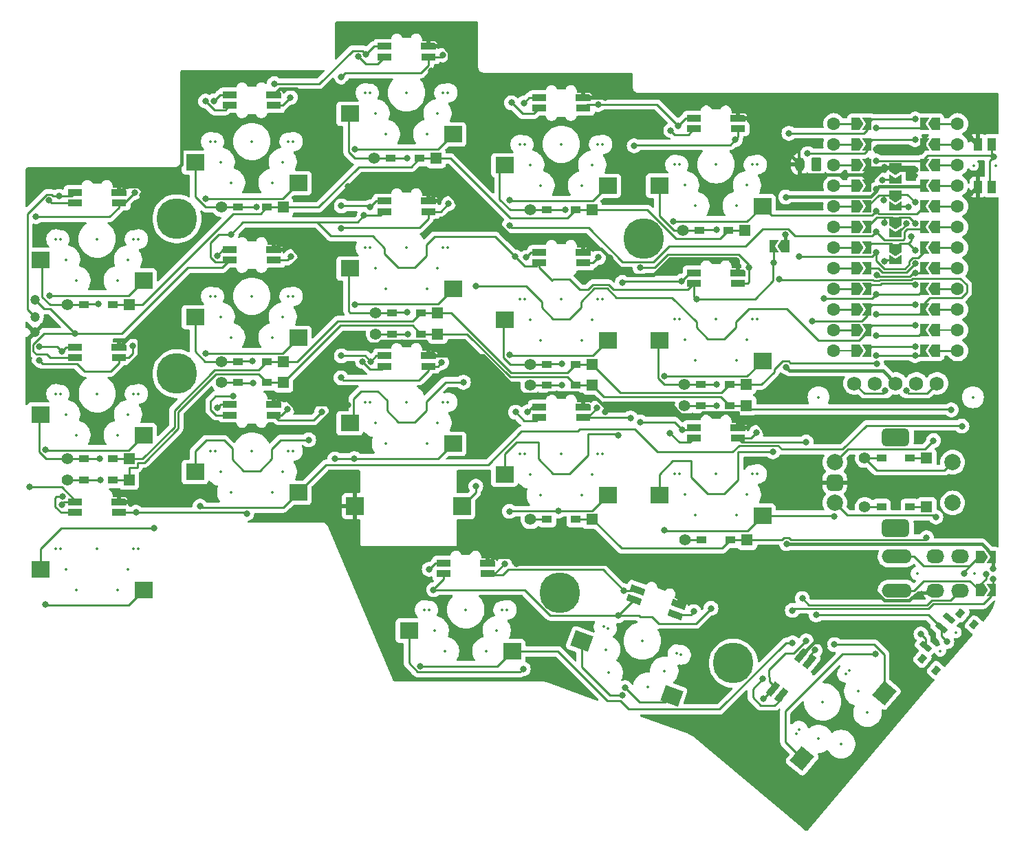
<source format=gtl>
%TF.GenerationSoftware,KiCad,Pcbnew,7.0.9*%
%TF.CreationDate,2024-06-13T00:59:38+05:30*%
%TF.ProjectId,UniFi,556e6946-692e-46b6-9963-61645f706362,rev?*%
%TF.SameCoordinates,Original*%
%TF.FileFunction,Copper,L1,Top*%
%TF.FilePolarity,Positive*%
%FSLAX46Y46*%
G04 Gerber Fmt 4.6, Leading zero omitted, Abs format (unit mm)*
G04 Created by KiCad (PCBNEW 7.0.9) date 2024-06-13 00:59:38*
%MOMM*%
%LPD*%
G01*
G04 APERTURE LIST*
G04 Aperture macros list*
%AMRoundRect*
0 Rectangle with rounded corners*
0 $1 Rounding radius*
0 $2 $3 $4 $5 $6 $7 $8 $9 X,Y pos of 4 corners*
0 Add a 4 corners polygon primitive as box body*
4,1,4,$2,$3,$4,$5,$6,$7,$8,$9,$2,$3,0*
0 Add four circle primitives for the rounded corners*
1,1,$1+$1,$2,$3*
1,1,$1+$1,$4,$5*
1,1,$1+$1,$6,$7*
1,1,$1+$1,$8,$9*
0 Add four rect primitives between the rounded corners*
20,1,$1+$1,$2,$3,$4,$5,0*
20,1,$1+$1,$4,$5,$6,$7,0*
20,1,$1+$1,$6,$7,$8,$9,0*
20,1,$1+$1,$8,$9,$2,$3,0*%
%AMRotRect*
0 Rectangle, with rotation*
0 The origin of the aperture is its center*
0 $1 length*
0 $2 width*
0 $3 Rotation angle, in degrees counterclockwise*
0 Add horizontal line*
21,1,$1,$2,0,0,$3*%
%AMOutline5P*
0 Free polygon, 5 corners , with rotation*
0 The origin of the aperture is its center*
0 number of corners: always 5*
0 $1 to $10 corner X, Y*
0 $11 Rotation angle, in degrees counterclockwise*
0 create outline with 5 corners*
4,1,5,$1,$2,$3,$4,$5,$6,$7,$8,$9,$10,$1,$2,$11*%
%AMOutline6P*
0 Free polygon, 6 corners , with rotation*
0 The origin of the aperture is its center*
0 number of corners: always 6*
0 $1 to $12 corner X, Y*
0 $13 Rotation angle, in degrees counterclockwise*
0 create outline with 6 corners*
4,1,6,$1,$2,$3,$4,$5,$6,$7,$8,$9,$10,$11,$12,$1,$2,$13*%
%AMOutline7P*
0 Free polygon, 7 corners , with rotation*
0 The origin of the aperture is its center*
0 number of corners: always 7*
0 $1 to $14 corner X, Y*
0 $15 Rotation angle, in degrees counterclockwise*
0 create outline with 7 corners*
4,1,7,$1,$2,$3,$4,$5,$6,$7,$8,$9,$10,$11,$12,$13,$14,$1,$2,$15*%
%AMOutline8P*
0 Free polygon, 8 corners , with rotation*
0 The origin of the aperture is its center*
0 number of corners: always 8*
0 $1 to $16 corner X, Y*
0 $17 Rotation angle, in degrees counterclockwise*
0 create outline with 8 corners*
4,1,8,$1,$2,$3,$4,$5,$6,$7,$8,$9,$10,$11,$12,$13,$14,$15,$16,$1,$2,$17*%
%AMFreePoly0*
4,1,6,0.500000,-0.750000,-0.650000,-0.750000,-0.150000,0.000000,-0.650000,0.750000,0.500000,0.750000,0.500000,-0.750000,0.500000,-0.750000,$1*%
%AMFreePoly1*
4,1,6,1.000000,0.000000,0.500000,-0.750000,-0.500000,-0.750000,-0.500000,0.750000,0.500000,0.750000,1.000000,0.000000,1.000000,0.000000,$1*%
G04 Aperture macros list end*
%TA.AperFunction,ComponentPad*%
%ADD10C,1.200000*%
%TD*%
%TA.AperFunction,ComponentPad*%
%ADD11R,1.397000X1.397000*%
%TD*%
%TA.AperFunction,SMDPad,CuDef*%
%ADD12R,1.300000X0.950000*%
%TD*%
%TA.AperFunction,ComponentPad*%
%ADD13C,1.397000*%
%TD*%
%TA.AperFunction,SMDPad,CuDef*%
%ADD14R,1.800000X0.820000*%
%TD*%
%TA.AperFunction,SMDPad,CuDef*%
%ADD15Outline5P,-0.900000X0.410000X0.900000X0.410000X0.900000X-0.410000X-0.736000X-0.410000X-0.900000X-0.246000X180.000000*%
%TD*%
%TA.AperFunction,SMDPad,CuDef*%
%ADD16R,2.300000X2.000000*%
%TD*%
%TA.AperFunction,SMDPad,CuDef*%
%ADD17RotRect,1.000000X0.800000X50.000000*%
%TD*%
%TA.AperFunction,SMDPad,CuDef*%
%ADD18RotRect,0.700000X1.500000X50.000000*%
%TD*%
%TA.AperFunction,ComponentPad*%
%ADD19C,5.000000*%
%TD*%
%TA.AperFunction,SMDPad,CuDef*%
%ADD20FreePoly0,0.000000*%
%TD*%
%TA.AperFunction,SMDPad,CuDef*%
%ADD21FreePoly0,180.000000*%
%TD*%
%TA.AperFunction,SMDPad,CuDef*%
%ADD22FreePoly1,0.000000*%
%TD*%
%TA.AperFunction,ComponentPad*%
%ADD23C,1.600000*%
%TD*%
%TA.AperFunction,SMDPad,CuDef*%
%ADD24FreePoly1,180.000000*%
%TD*%
%TA.AperFunction,SMDPad,CuDef*%
%ADD25FreePoly1,270.000000*%
%TD*%
%TA.AperFunction,SMDPad,CuDef*%
%ADD26FreePoly0,270.000000*%
%TD*%
%TA.AperFunction,SMDPad,CuDef*%
%ADD27RotRect,1.800000X0.820000X230.000000*%
%TD*%
%TA.AperFunction,SMDPad,CuDef*%
%ADD28Outline5P,-0.900000X0.410000X0.900000X0.410000X0.900000X-0.410000X-0.736000X-0.410000X-0.900000X-0.246000X230.000000*%
%TD*%
%TA.AperFunction,SMDPad,CuDef*%
%ADD29RotRect,2.300000X2.000000X50.000000*%
%TD*%
%TA.AperFunction,ComponentPad*%
%ADD30RoundRect,0.250000X0.350000X0.625000X-0.350000X0.625000X-0.350000X-0.625000X0.350000X-0.625000X0*%
%TD*%
%TA.AperFunction,ComponentPad*%
%ADD31O,1.200000X1.750000*%
%TD*%
%TA.AperFunction,ComponentPad*%
%ADD32O,2.200000X1.700000*%
%TD*%
%TA.AperFunction,ComponentPad*%
%ADD33O,3.700000X1.700000*%
%TD*%
%TA.AperFunction,SMDPad,CuDef*%
%ADD34R,1.000000X1.550000*%
%TD*%
%TA.AperFunction,ComponentPad*%
%ADD35C,1.752600*%
%TD*%
%TA.AperFunction,SMDPad,CuDef*%
%ADD36R,2.200000X2.200000*%
%TD*%
%TA.AperFunction,SMDPad,CuDef*%
%ADD37RotRect,1.800000X0.820000X160.000000*%
%TD*%
%TA.AperFunction,SMDPad,CuDef*%
%ADD38Outline5P,-0.900000X0.410000X0.900000X0.410000X0.900000X-0.410000X-0.736000X-0.410000X-0.900000X-0.246000X160.000000*%
%TD*%
%TA.AperFunction,SMDPad,CuDef*%
%ADD39RotRect,2.300000X2.000000X340.000000*%
%TD*%
%TA.AperFunction,ComponentPad*%
%ADD40C,2.000000*%
%TD*%
%TA.AperFunction,ComponentPad*%
%ADD41RoundRect,0.500000X-0.500000X-0.500000X0.500000X-0.500000X0.500000X0.500000X-0.500000X0.500000X0*%
%TD*%
%TA.AperFunction,ComponentPad*%
%ADD42RoundRect,0.550000X-1.150000X-0.550000X1.150000X-0.550000X1.150000X0.550000X-1.150000X0.550000X0*%
%TD*%
%TA.AperFunction,ViaPad*%
%ADD43C,0.800000*%
%TD*%
%TA.AperFunction,Conductor*%
%ADD44C,0.254000*%
%TD*%
%TA.AperFunction,Conductor*%
%ADD45C,0.200000*%
%TD*%
%TA.AperFunction,Conductor*%
%ADD46C,0.381000*%
%TD*%
%ADD47C,0.350000*%
%ADD48O,1.500000X1.000000*%
%ADD49O,3.000000X1.000000*%
%ADD50O,2.800000X1.500000*%
G04 APERTURE END LIST*
D10*
%TO.P,TP3,1,1*%
%TO.N,GND*%
X65000000Y-88000000D03*
%TD*%
D11*
%TO.P,D14,1,K*%
%TO.N,ROW3*%
X133610000Y-94485000D03*
D12*
X131575000Y-94485000D03*
%TO.P,D14,2,A*%
%TO.N,Net-(D14-A)*%
X128025000Y-94485000D03*
D13*
X125990000Y-94485000D03*
%TD*%
D14*
%TO.P,SW5,1,VDD*%
%TO.N,Net-(SW10B-VDD)*%
X146178600Y-62920000D03*
%TO.P,SW5,2,DOUT*%
%TO.N,Net-(SW4B-DIN)*%
X146178600Y-61640000D03*
D15*
%TO.P,SW5,3,GND*%
%TO.N,GND*%
X151578600Y-61640000D03*
D14*
%TO.P,SW5,4,DIN*%
%TO.N,Net-(SW10B-DOUT)*%
X151578600Y-62920000D03*
D16*
%TO.P,SW5,5*%
%TO.N,Net-(D5-A)*%
X141878600Y-69940000D03*
%TO.P,SW5,6*%
%TO.N,COL5*%
X154578600Y-72480000D03*
%TD*%
D17*
%TO.P,SW22,*%
%TO.N,*%
X174267711Y-128183488D03*
X175960669Y-129604048D03*
X178960060Y-122591363D03*
X180653018Y-124011924D03*
D18*
%TO.P,SW22,1,A*%
%TO.N,BAT+*%
X174669684Y-126693214D03*
%TO.P,SW22,2,B*%
%TO.N,Net-(BT1-+)*%
X176598047Y-124395080D03*
%TO.P,SW22,3,C*%
%TO.N,unconnected-(SW22-C-Pad3)*%
X177562229Y-123246014D03*
%TD*%
D19*
%TO.P,H3,*%
%TO.N,*%
X140000000Y-76503600D03*
%TD*%
D20*
%TO.P,U1,1,TX*%
%TO.N,TX*%
X167500000Y-62330000D03*
%TO.P,U1,2,RX*%
%TO.N,RX*%
X167500000Y-64870000D03*
%TO.P,U1,3,GND*%
%TO.N,GND*%
X167500000Y-67410000D03*
%TO.P,U1,4,GND*%
X167500000Y-69950000D03*
%TO.P,U1,5,SCL*%
%TO.N,SCL*%
X167500000Y-72490000D03*
%TO.P,U1,6,SDA*%
%TO.N,SDA*%
X167500000Y-75030000D03*
%TO.P,U1,7,D4*%
%TO.N,CS*%
X167500000Y-77570000D03*
%TO.P,U1,8,C6*%
%TO.N,ECB*%
X167500000Y-80110000D03*
%TO.P,U1,9,D7*%
%TO.N,ECA*%
X167500000Y-82650000D03*
%TO.P,U1,10,E6*%
%TO.N,LED*%
X167500000Y-85190000D03*
%TO.P,U1,11,B4*%
%TO.N,AUDIO*%
X167500000Y-87730000D03*
%TO.P,U1,12,B5*%
%TO.N,ROW4*%
X167500000Y-90270000D03*
D21*
%TO.P,U1,13,B6*%
%TO.N,ROW3*%
X174500000Y-90270000D03*
%TO.P,U1,14,B2*%
%TO.N,ROW2*%
X174500000Y-87730000D03*
%TO.P,U1,15,B3*%
%TO.N,ROW1*%
X174500000Y-85190000D03*
%TO.P,U1,16,B1*%
%TO.N,COL1*%
X174500000Y-82650000D03*
%TO.P,U1,17,F7*%
%TO.N,COL2*%
X174500000Y-80110000D03*
%TO.P,U1,18,F6*%
%TO.N,COL3*%
X174500000Y-77570000D03*
%TO.P,U1,19,F5*%
%TO.N,COL4*%
X174500000Y-75030000D03*
%TO.P,U1,20,F4*%
%TO.N,COL5*%
X174500000Y-72490000D03*
%TO.P,U1,21,VCC*%
%TO.N,VCC*%
X174500000Y-69950000D03*
%TO.P,U1,22,RST*%
%TO.N,RESET*%
X174500000Y-67410000D03*
%TO.P,U1,23,GND*%
%TO.N,GND*%
X174500000Y-64870000D03*
%TO.P,U1,24,B0/VBUS*%
%TO.N,BAT+*%
X174500000Y-62330000D03*
D22*
%TO.P,U1,P1*%
%TO.N,N/C*%
X166050000Y-62330000D03*
D23*
X163380000Y-62330000D03*
D22*
%TO.P,U1,P2*%
X166050000Y-64870000D03*
D23*
X163380000Y-64870000D03*
D22*
%TO.P,U1,P3*%
X166050000Y-67410000D03*
D23*
X163380000Y-67410000D03*
D22*
%TO.P,U1,P4*%
X166050000Y-69950000D03*
D23*
X163380000Y-69950000D03*
D22*
%TO.P,U1,P5*%
X166050000Y-72490000D03*
D23*
X163380000Y-72490000D03*
D22*
%TO.P,U1,P6*%
X166050000Y-75030000D03*
D23*
X163380000Y-75030000D03*
D22*
%TO.P,U1,P7*%
X166050000Y-77570000D03*
D23*
X163380000Y-77570000D03*
D22*
%TO.P,U1,P8*%
X166050000Y-80110000D03*
D23*
X163380000Y-80110000D03*
D22*
%TO.P,U1,P9*%
X166050000Y-82650000D03*
D23*
X163380000Y-82650000D03*
D22*
%TO.P,U1,P10*%
X166050000Y-85190000D03*
D23*
X163380000Y-85190000D03*
D22*
%TO.P,U1,P11*%
X166050000Y-87730000D03*
D23*
X163380000Y-87730000D03*
D22*
%TO.P,U1,P12*%
X166050000Y-90270000D03*
D23*
X163380000Y-90270000D03*
%TO.P,U1,P13*%
X178620000Y-90270000D03*
D24*
X175950000Y-90270000D03*
D23*
%TO.P,U1,P14*%
X178620000Y-87730000D03*
D24*
X175950000Y-87730000D03*
D23*
%TO.P,U1,P15*%
X178620000Y-85190000D03*
D24*
X175950000Y-85190000D03*
D23*
%TO.P,U1,P16*%
X178620000Y-82650000D03*
D24*
X175950000Y-82650000D03*
D23*
%TO.P,U1,P17*%
X178620000Y-80110000D03*
D24*
X175950000Y-80110000D03*
D23*
%TO.P,U1,P18*%
X178620000Y-77570000D03*
D24*
X175950000Y-77570000D03*
D23*
%TO.P,U1,P19*%
X178620000Y-75030000D03*
D24*
X175950000Y-75030000D03*
D23*
%TO.P,U1,P20*%
X178620000Y-72490000D03*
D24*
X175950000Y-72490000D03*
D23*
%TO.P,U1,P21*%
X178620000Y-69950000D03*
D24*
X175950000Y-69950000D03*
D23*
%TO.P,U1,P22*%
X178620000Y-67410000D03*
D24*
X175950000Y-67410000D03*
D23*
%TO.P,U1,P23*%
X178620000Y-64870000D03*
D24*
X175950000Y-64870000D03*
D23*
%TO.P,U1,P24*%
X178620000Y-62330000D03*
D24*
X175950000Y-62330000D03*
%TD*%
D19*
%TO.P,H1,*%
%TO.N,*%
X82500000Y-74025000D03*
%TD*%
D25*
%TO.P,JP8,1,1*%
%TO.N,CS*%
X171000000Y-77675000D03*
D26*
%TO.P,JP8,2,2*%
%TO.N,Net-(J1-Pin_1)*%
X171000000Y-79125000D03*
%TD*%
D19*
%TO.P,H2,*%
%TO.N,*%
X82500000Y-93100000D03*
%TD*%
D11*
%TO.P,D10,1,K*%
%TO.N,ROW2*%
X152610000Y-94435000D03*
D12*
X150575000Y-94435000D03*
%TO.P,D10,2,A*%
%TO.N,Net-(D10-A)*%
X147025000Y-94435000D03*
D13*
X144990000Y-94435000D03*
%TD*%
D10*
%TO.P,TP1,1,1*%
%TO.N,Net-(SW10B-VDD)*%
X65000000Y-84000000D03*
%TD*%
D11*
%TO.P,D6,1,K*%
%TO.N,ROW2*%
X76610000Y-103600000D03*
D12*
X74575000Y-103600000D03*
%TO.P,D6,2,A*%
%TO.N,Net-(D6-A)*%
X71025000Y-103600000D03*
D13*
X68990000Y-103600000D03*
%TD*%
D10*
%TO.P,TP2,1,1*%
%TO.N,Net-(SW1B-DOUT)*%
X65000000Y-86100000D03*
%TD*%
D14*
%TO.P,SW14,1,VDD*%
%TO.N,Net-(SW10B-VDD)*%
X127128600Y-98520000D03*
%TO.P,SW14,2,DOUT*%
%TO.N,Net-(SW14B-DOUT)*%
X127128600Y-97240000D03*
D15*
%TO.P,SW14,3,GND*%
%TO.N,GND*%
X132528600Y-97240000D03*
D14*
%TO.P,SW14,4,DIN*%
%TO.N,Net-(SW14B-DIN)*%
X132528600Y-98520000D03*
D16*
%TO.P,SW14,5*%
%TO.N,Net-(D14-A)*%
X122828600Y-105540000D03*
%TO.P,SW14,6*%
%TO.N,COL4*%
X135528600Y-108080000D03*
%TD*%
D19*
%TO.P,H5,*%
%TO.N,*%
X151000000Y-128750000D03*
%TD*%
D11*
%TO.P,D5,1,K*%
%TO.N,ROW1*%
X152410000Y-75438600D03*
D12*
X150375000Y-75438600D03*
%TO.P,D5,2,A*%
%TO.N,Net-(D5-A)*%
X146825000Y-75438600D03*
D13*
X144790000Y-75438600D03*
%TD*%
D19*
%TO.P,H4,*%
%TO.N,*%
X129650000Y-120050000D03*
%TD*%
D11*
%TO.P,D9,1,K*%
%TO.N,ROW2*%
X133610000Y-91935000D03*
D12*
X131575000Y-91935000D03*
%TO.P,D9,2,A*%
%TO.N,Net-(D9-A)*%
X128025000Y-91935000D03*
D13*
X125990000Y-91935000D03*
%TD*%
D11*
%TO.P,D2,1,K*%
%TO.N,ROW1*%
X95610000Y-72600000D03*
D12*
X93575000Y-72600000D03*
%TO.P,D2,2,A*%
%TO.N,Net-(D2-A)*%
X90025000Y-72600000D03*
D13*
X87990000Y-72600000D03*
%TD*%
D27*
%TO.P,SW18,1,VDD*%
%TO.N,Net-(SW10B-VDD)*%
X156863236Y-132714343D03*
%TO.P,SW18,2,DOUT*%
%TO.N,Net-(SW15B-DIN)*%
X155882699Y-131891575D03*
D28*
%TO.P,SW18,3,GND*%
%TO.N,GND*%
X159353752Y-127754935D03*
D27*
%TO.P,SW18,4,DIN*%
%TO.N,LED*%
X160334289Y-128577703D03*
D29*
%TO.P,SW18,5*%
%TO.N,Net-(D18-A)*%
X159476881Y-140520703D03*
%TO.P,SW18,6*%
%TO.N,COL5*%
X169586037Y-132424619D03*
%TD*%
D30*
%TO.P,BT1,1,+*%
%TO.N,Net-(BT1-+)*%
X161200000Y-67300000D03*
D31*
%TO.P,BT1,2,-*%
%TO.N,GND*%
X159200000Y-67300000D03*
%TD*%
D11*
%TO.P,D18,1,K*%
%TO.N,ROW4*%
X174810000Y-109500000D03*
D12*
X172775000Y-109500000D03*
%TO.P,D18,2,A*%
%TO.N,Net-(D18-A)*%
X169225000Y-109500000D03*
D13*
X167190000Y-109500000D03*
%TD*%
D11*
%TO.P,D17,1,K*%
%TO.N,ROW4*%
X152710000Y-113585000D03*
D12*
X150675000Y-113585000D03*
%TO.P,D17,2,A*%
%TO.N,Net-(D17-A)*%
X147125000Y-113585000D03*
D13*
X145090000Y-113585000D03*
%TD*%
D11*
%TO.P,D4,1,K*%
%TO.N,ROW1*%
X133610000Y-72938600D03*
D12*
X131575000Y-72938600D03*
%TO.P,D4,2,A*%
%TO.N,Net-(D4-A)*%
X128025000Y-72938600D03*
D13*
X125990000Y-72938600D03*
%TD*%
D11*
%TO.P,D12,1,K*%
%TO.N,ROW3*%
X95610000Y-94200000D03*
D12*
X93575000Y-94200000D03*
%TO.P,D12,2,A*%
%TO.N,Net-(D12-A)*%
X90025000Y-94200000D03*
D13*
X87990000Y-94200000D03*
%TD*%
D11*
%TO.P,D8,1,K*%
%TO.N,ROW2*%
X114610000Y-85600000D03*
D12*
X112575000Y-85600000D03*
%TO.P,D8,2,A*%
%TO.N,Net-(D8-A)*%
X109025000Y-85600000D03*
D13*
X106990000Y-85600000D03*
%TD*%
D11*
%TO.P,D15,1,K*%
%TO.N,ROW3*%
X152620000Y-97038600D03*
D12*
X150585000Y-97038600D03*
%TO.P,D15,2,A*%
%TO.N,Net-(D15-A)*%
X147035000Y-97038600D03*
D13*
X145000000Y-97038600D03*
%TD*%
D20*
%TO.P,J2,1*%
%TO.N,TX*%
X182850000Y-119750000D03*
D32*
%TO.P,J2,2*%
%TO.N,RX*%
X178900000Y-115600000D03*
X178900000Y-119800000D03*
D20*
%TO.P,J2,3*%
%TO.N,VCC*%
X182850000Y-115700000D03*
D32*
%TO.P,J2,4*%
%TO.N,GND*%
X175900000Y-115600000D03*
X175900000Y-119800000D03*
D33*
%TO.P,J2,A*%
%TO.N,N/C*%
X171150000Y-115600000D03*
D22*
X181400000Y-115700000D03*
%TO.P,J2,B*%
X181400000Y-119750000D03*
D33*
X171150000Y-119800000D03*
%TD*%
D34*
%TO.P,SW20,1*%
%TO.N,RESET*%
X182825000Y-64875000D03*
X182825000Y-70125000D03*
%TO.P,SW20,2*%
%TO.N,GND*%
X181125000Y-64875000D03*
X181125000Y-70125000D03*
%TD*%
D11*
%TO.P,D7,1,K*%
%TO.N,ROW2*%
X95610000Y-91600000D03*
D12*
X93575000Y-91600000D03*
%TO.P,D7,2,A*%
%TO.N,Net-(D7-A)*%
X90025000Y-91600000D03*
D13*
X87990000Y-91600000D03*
%TD*%
D24*
%TO.P,JP9,1,1*%
%TO.N,VCC*%
X157425000Y-77400000D03*
D21*
%TO.P,JP9,2,2*%
%TO.N,Net-(SW10B-VDD)*%
X155975000Y-77400000D03*
%TD*%
D11*
%TO.P,D1,1,K*%
%TO.N,ROW1*%
X76610000Y-84600000D03*
D12*
X74575000Y-84600000D03*
%TO.P,D1,2,A*%
%TO.N,Net-(D1-A)*%
X71025000Y-84600000D03*
D13*
X68990000Y-84600000D03*
%TD*%
D11*
%TO.P,D16,1,K*%
%TO.N,ROW4*%
X133660000Y-111035000D03*
D12*
X131625000Y-111035000D03*
%TO.P,D16,2,A*%
%TO.N,Net-(D16-A)*%
X128075000Y-111035000D03*
D13*
X126040000Y-111035000D03*
%TD*%
D35*
%TO.P,J1,1,Pin_1*%
%TO.N,Net-(J1-Pin_1)*%
X165920000Y-94300000D03*
%TO.P,J1,2,Pin_2*%
%TO.N,Net-(J1-Pin_2)*%
X168460000Y-94300000D03*
%TO.P,J1,3,Pin_3*%
%TO.N,VCC*%
X171000000Y-94300000D03*
%TO.P,J1,4,Pin_4*%
%TO.N,Net-(J1-Pin_4)*%
X173540000Y-94300000D03*
%TO.P,J1,5,Pin_5*%
%TO.N,Net-(J1-Pin_5)*%
X176080000Y-94300000D03*
%TD*%
D14*
%TO.P,SW16,1,VDD*%
%TO.N,Net-(SW10B-VDD)*%
X115364600Y-117731400D03*
%TO.P,SW16,2,DOUT*%
%TO.N,Net-(SW13B-DIN)*%
X115364600Y-116451400D03*
D15*
%TO.P,SW16,3,GND*%
%TO.N,GND*%
X120764600Y-116451400D03*
D14*
%TO.P,SW16,4,DIN*%
%TO.N,Net-(SW16B-DIN)*%
X120764600Y-117731400D03*
D16*
%TO.P,SW16,5*%
%TO.N,Net-(D16-A)*%
X111064600Y-124751400D03*
%TO.P,SW16,6*%
%TO.N,COL3*%
X123764600Y-127291400D03*
%TD*%
D25*
%TO.P,JP5,1,1*%
%TO.N,SDA*%
X171000000Y-74350000D03*
D26*
%TO.P,JP5,2,2*%
%TO.N,Net-(J1-Pin_5)*%
X171000000Y-75800000D03*
%TD*%
D14*
%TO.P,SW11,1,VDD*%
%TO.N,Net-(SW10B-VDD)*%
X69978600Y-110181400D03*
%TO.P,SW11,2,DOUT*%
%TO.N,Net-(SW11B-DOUT)*%
X69978600Y-108901400D03*
D15*
%TO.P,SW11,3,GND*%
%TO.N,GND*%
X75378600Y-108901400D03*
D14*
%TO.P,SW11,4,DIN*%
%TO.N,Net-(SW11B-DIN)*%
X75378600Y-110181400D03*
D16*
%TO.P,SW11,5*%
%TO.N,Net-(D11-A)*%
X65678600Y-117201400D03*
%TO.P,SW11,6*%
%TO.N,COL1*%
X78378600Y-119741400D03*
%TD*%
D14*
%TO.P,SW8,1,VDD*%
%TO.N,Net-(SW10B-VDD)*%
X108078600Y-73131400D03*
%TO.P,SW8,2,DOUT*%
%TO.N,Net-(SW3B-DIN)*%
X108078600Y-71851400D03*
D15*
%TO.P,SW8,3,GND*%
%TO.N,GND*%
X113478600Y-71851400D03*
D14*
%TO.P,SW8,4,DIN*%
%TO.N,Net-(SW13B-DOUT)*%
X113478600Y-73131400D03*
D16*
%TO.P,SW8,5*%
%TO.N,Net-(D8-A)*%
X103778600Y-80151400D03*
%TO.P,SW8,6*%
%TO.N,COL3*%
X116478600Y-82691400D03*
%TD*%
D36*
%TO.P,BZ1,1,-*%
%TO.N,AUDIO*%
X117600000Y-109400000D03*
%TO.P,BZ1,2,+*%
%TO.N,GND*%
X104400000Y-109400000D03*
%TD*%
D11*
%TO.P,D13,1,K*%
%TO.N,ROW3*%
X114610000Y-88200000D03*
D12*
X112575000Y-88200000D03*
%TO.P,D13,2,A*%
%TO.N,Net-(D13-A)*%
X109025000Y-88200000D03*
D13*
X106990000Y-88200000D03*
%TD*%
D11*
%TO.P,D3,1,K*%
%TO.N,ROW1*%
X114410000Y-66600000D03*
D12*
X112375000Y-66600000D03*
%TO.P,D3,2,A*%
%TO.N,Net-(D3-A)*%
X108825000Y-66600000D03*
D13*
X106790000Y-66600000D03*
%TD*%
D14*
%TO.P,SW1,1,VDD*%
%TO.N,Net-(SW10B-VDD)*%
X69978600Y-72081400D03*
%TO.P,SW1,2,DOUT*%
%TO.N,Net-(SW1B-DOUT)*%
X69978600Y-70801400D03*
D15*
%TO.P,SW1,3,GND*%
%TO.N,GND*%
X75378600Y-70801400D03*
D14*
%TO.P,SW1,4,DIN*%
%TO.N,Net-(SW1B-DIN)*%
X75378600Y-72081400D03*
D16*
%TO.P,SW1,5*%
%TO.N,Net-(D1-A)*%
X65678600Y-79101400D03*
%TO.P,SW1,6*%
%TO.N,COL1*%
X78378600Y-81641400D03*
%TD*%
D11*
%TO.P,D19,1,K*%
%TO.N,ROW4*%
X174810000Y-103500000D03*
D12*
X172775000Y-103500000D03*
%TO.P,D19,2,A*%
%TO.N,ECR*%
X169225000Y-103500000D03*
D13*
X167190000Y-103500000D03*
%TD*%
D14*
%TO.P,SW10,1,VDD*%
%TO.N,Net-(SW10B-VDD)*%
X146178600Y-81970000D03*
%TO.P,SW10,2,DOUT*%
%TO.N,Net-(SW10B-DOUT)*%
X146178600Y-80690000D03*
D15*
%TO.P,SW10,3,GND*%
%TO.N,GND*%
X151578600Y-80690000D03*
D14*
%TO.P,SW10,4,DIN*%
%TO.N,Net-(SW10B-DIN)*%
X151578600Y-81970000D03*
D16*
%TO.P,SW10,5*%
%TO.N,Net-(D10-A)*%
X141878600Y-88990000D03*
%TO.P,SW10,6*%
%TO.N,COL5*%
X154578600Y-91530000D03*
%TD*%
D14*
%TO.P,SW6,1,VDD*%
%TO.N,Net-(SW10B-VDD)*%
X69978600Y-91131400D03*
%TO.P,SW6,2,DOUT*%
%TO.N,Net-(SW1B-DIN)*%
X69978600Y-89851400D03*
D15*
%TO.P,SW6,3,GND*%
%TO.N,GND*%
X75378600Y-89851400D03*
D14*
%TO.P,SW6,4,DIN*%
%TO.N,Net-(SW11B-DOUT)*%
X75378600Y-91131400D03*
D16*
%TO.P,SW6,5*%
%TO.N,Net-(D6-A)*%
X65678600Y-98151400D03*
%TO.P,SW6,6*%
%TO.N,COL1*%
X78378600Y-100691400D03*
%TD*%
D14*
%TO.P,SW12,1,VDD*%
%TO.N,Net-(SW10B-VDD)*%
X89028600Y-98191400D03*
%TO.P,SW12,2,DOUT*%
%TO.N,Net-(SW11B-DIN)*%
X89028600Y-96911400D03*
D15*
%TO.P,SW12,3,GND*%
%TO.N,GND*%
X94428600Y-96911400D03*
D14*
%TO.P,SW12,4,DIN*%
%TO.N,Net-(SW12B-DIN)*%
X94428600Y-98191400D03*
D16*
%TO.P,SW12,5*%
%TO.N,Net-(D12-A)*%
X84728600Y-105211400D03*
%TO.P,SW12,6*%
%TO.N,COL2*%
X97428600Y-107751400D03*
%TD*%
D25*
%TO.P,JP7,1,1*%
%TO.N,GND*%
X171000000Y-67700000D03*
D26*
%TO.P,JP7,2,2*%
%TO.N,Net-(J1-Pin_2)*%
X171000000Y-69150000D03*
%TD*%
D11*
%TO.P,D11,1,K*%
%TO.N,ROW3*%
X76610000Y-106200000D03*
D12*
X74575000Y-106200000D03*
%TO.P,D11,2,A*%
%TO.N,Net-(D11-A)*%
X71025000Y-106200000D03*
D13*
X68990000Y-106200000D03*
%TD*%
D14*
%TO.P,SW13,1,VDD*%
%TO.N,Net-(SW10B-VDD)*%
X108078600Y-92181400D03*
%TO.P,SW13,2,DOUT*%
%TO.N,Net-(SW13B-DOUT)*%
X108078600Y-90901400D03*
D15*
%TO.P,SW13,3,GND*%
%TO.N,GND*%
X113478600Y-90901400D03*
D14*
%TO.P,SW13,4,DIN*%
%TO.N,Net-(SW13B-DIN)*%
X113478600Y-92181400D03*
D16*
%TO.P,SW13,5*%
%TO.N,Net-(D13-A)*%
X103778600Y-99201400D03*
%TO.P,SW13,6*%
%TO.N,COL3*%
X116478600Y-101741400D03*
%TD*%
D14*
%TO.P,SW2,1,VDD*%
%TO.N,Net-(SW10B-VDD)*%
X89028600Y-60081400D03*
%TO.P,SW2,2,DOUT*%
%TO.N,Net-(SW2B-DOUT)*%
X89028600Y-58801400D03*
D15*
%TO.P,SW2,3,GND*%
%TO.N,GND*%
X94428600Y-58801400D03*
D14*
%TO.P,SW2,4,DIN*%
%TO.N,Net-(SW2B-DIN)*%
X94428600Y-60081400D03*
D16*
%TO.P,SW2,5*%
%TO.N,Net-(D2-A)*%
X84728600Y-67101400D03*
%TO.P,SW2,6*%
%TO.N,COL2*%
X97428600Y-69641400D03*
%TD*%
D14*
%TO.P,SW15,1,VDD*%
%TO.N,Net-(SW10B-VDD)*%
X146178600Y-101020000D03*
%TO.P,SW15,2,DOUT*%
%TO.N,Net-(SW10B-DIN)*%
X146178600Y-99740000D03*
D15*
%TO.P,SW15,3,GND*%
%TO.N,GND*%
X151578600Y-99740000D03*
D14*
%TO.P,SW15,4,DIN*%
%TO.N,Net-(SW15B-DIN)*%
X151578600Y-101020000D03*
D16*
%TO.P,SW15,5*%
%TO.N,Net-(D15-A)*%
X141878600Y-108040000D03*
%TO.P,SW15,6*%
%TO.N,COL5*%
X154578600Y-110580000D03*
%TD*%
D14*
%TO.P,SW9,1,VDD*%
%TO.N,Net-(SW10B-VDD)*%
X127128600Y-79470000D03*
%TO.P,SW9,2,DOUT*%
%TO.N,Net-(SW14B-DIN)*%
X127128600Y-78190000D03*
D15*
%TO.P,SW9,3,GND*%
%TO.N,GND*%
X132528600Y-78190000D03*
D14*
%TO.P,SW9,4,DIN*%
%TO.N,Net-(SW4B-DOUT)*%
X132528600Y-79470000D03*
D16*
%TO.P,SW9,5*%
%TO.N,Net-(D9-A)*%
X122828600Y-86490000D03*
%TO.P,SW9,6*%
%TO.N,COL4*%
X135528600Y-89030000D03*
%TD*%
D14*
%TO.P,SW4,1,VDD*%
%TO.N,Net-(SW10B-VDD)*%
X127128600Y-60420000D03*
%TO.P,SW4,2,DOUT*%
%TO.N,Net-(SW4B-DOUT)*%
X127128600Y-59140000D03*
D15*
%TO.P,SW4,3,GND*%
%TO.N,GND*%
X132528600Y-59140000D03*
D14*
%TO.P,SW4,4,DIN*%
%TO.N,Net-(SW4B-DIN)*%
X132528600Y-60420000D03*
D16*
%TO.P,SW4,5*%
%TO.N,Net-(D4-A)*%
X122828600Y-67440000D03*
%TO.P,SW4,6*%
%TO.N,COL4*%
X135528600Y-69980000D03*
%TD*%
D25*
%TO.P,JP6,1,1*%
%TO.N,SCL*%
X171000000Y-71025000D03*
D26*
%TO.P,JP6,2,2*%
%TO.N,Net-(J1-Pin_4)*%
X171000000Y-72475000D03*
%TD*%
D37*
%TO.P,SW17,1,VDD*%
%TO.N,Net-(SW10B-VDD)*%
X138781399Y-120904310D03*
%TO.P,SW17,2,DOUT*%
%TO.N,Net-(SW16B-DIN)*%
X139219185Y-119701504D03*
D38*
%TO.P,SW17,3,GND*%
%TO.N,GND*%
X144293525Y-121548413D03*
D37*
%TO.P,SW17,4,DIN*%
%TO.N,Net-(SW14B-DOUT)*%
X143855740Y-122751219D03*
D39*
%TO.P,SW17,5*%
%TO.N,Net-(D17-A)*%
X132339740Y-126030266D03*
%TO.P,SW17,6*%
%TO.N,COL4*%
X143405105Y-132760741D03*
%TD*%
D14*
%TO.P,SW3,1,VDD*%
%TO.N,Net-(SW10B-VDD)*%
X108078600Y-54081400D03*
%TO.P,SW3,2,DOUT*%
%TO.N,Net-(SW2B-DIN)*%
X108078600Y-52801400D03*
D15*
%TO.P,SW3,3,GND*%
%TO.N,GND*%
X113478600Y-52801400D03*
D14*
%TO.P,SW3,4,DIN*%
%TO.N,Net-(SW3B-DIN)*%
X113478600Y-54081400D03*
D16*
%TO.P,SW3,5*%
%TO.N,Net-(D3-A)*%
X103778600Y-61101400D03*
%TO.P,SW3,6*%
%TO.N,COL3*%
X116478600Y-63641400D03*
%TD*%
D14*
%TO.P,SW7,1,VDD*%
%TO.N,Net-(SW10B-VDD)*%
X89028600Y-79131400D03*
%TO.P,SW7,2,DOUT*%
%TO.N,Net-(SW12B-DIN)*%
X89028600Y-77851400D03*
D15*
%TO.P,SW7,3,GND*%
%TO.N,GND*%
X94428600Y-77851400D03*
D14*
%TO.P,SW7,4,DIN*%
%TO.N,Net-(SW2B-DOUT)*%
X94428600Y-79131400D03*
D16*
%TO.P,SW7,5*%
%TO.N,Net-(D7-A)*%
X84728600Y-86151400D03*
%TO.P,SW7,6*%
%TO.N,COL2*%
X97428600Y-88691400D03*
%TD*%
D40*
%TO.P,SW19,A,A*%
%TO.N,ECA*%
X163500000Y-104000000D03*
%TO.P,SW19,B,B*%
%TO.N,ECB*%
X163500000Y-109000000D03*
D41*
%TO.P,SW19,C,C*%
%TO.N,GND*%
X163500000Y-106500000D03*
D42*
%TO.P,SW19,MP*%
%TO.N,N/C*%
X171000000Y-100900000D03*
X171000000Y-112100000D03*
D40*
%TO.P,SW19,S1,S1*%
%TO.N,COL2*%
X178000000Y-109000000D03*
%TO.P,SW19,S2,S2*%
%TO.N,ECR*%
X178000000Y-104000000D03*
%TD*%
D43*
%TO.N,*%
X179400000Y-117700000D03*
X182100000Y-117750000D03*
%TO.N,Net-(BT1-+)*%
X161200000Y-122800000D03*
X177300000Y-126100000D03*
%TO.N,GND*%
X97750000Y-78650000D03*
X78261286Y-71111286D03*
X103538100Y-89400000D03*
X103538100Y-77800000D03*
X173400000Y-68000000D03*
X104400000Y-111950000D03*
X154400000Y-62500000D03*
X135228349Y-97793500D03*
X168599500Y-65480093D03*
X154968143Y-100245571D03*
X77115000Y-108065000D03*
X113807462Y-55843538D03*
X77900000Y-88550000D03*
X135861286Y-78838714D03*
X103538100Y-57450000D03*
X151400000Y-79200000D03*
X135250000Y-59140000D03*
X97204593Y-97465287D03*
X124300000Y-116496500D03*
X180200000Y-64100000D03*
X117050000Y-72000000D03*
X103538100Y-70050000D03*
X103538100Y-96950000D03*
X97700000Y-58500000D03*
X146923500Y-121268042D03*
X114916916Y-90227549D03*
X162200000Y-126711992D03*
X182040500Y-106450000D03*
X180200000Y-70900000D03*
X169580156Y-67700000D03*
X162200000Y-120150000D03*
%TO.N,ROW1*%
X156628600Y-81473447D03*
X168600000Y-85800000D03*
%TO.N,ROW2*%
X168650000Y-91910000D03*
X168599500Y-88385285D03*
%TO.N,ROW3*%
X173400000Y-90847735D03*
X168599500Y-90847735D03*
X177842500Y-97550000D03*
%TO.N,ROW4*%
X173400500Y-89766014D03*
X174800000Y-113300000D03*
%TO.N,Net-(J1-Pin_1)*%
X169730000Y-95210000D03*
X169629783Y-79225779D03*
%TO.N,Net-(J1-Pin_2)*%
X169322822Y-69250500D03*
%TO.N,VCC*%
X183000000Y-117100000D03*
X157550000Y-114030000D03*
X157440000Y-76000000D03*
X157464851Y-71351202D03*
X168599500Y-70397569D03*
X157500000Y-92300000D03*
%TO.N,Net-(J1-Pin_4)*%
X172583113Y-72575934D03*
%TO.N,Net-(J1-Pin_5)*%
X172300000Y-95200000D03*
X172349500Y-74580500D03*
%TO.N,CS*%
X173400500Y-77900000D03*
X172932454Y-76202332D03*
%TO.N,SCL*%
X173400000Y-72000000D03*
X169526500Y-71700000D03*
%TO.N,SDA*%
X169608695Y-74553134D03*
X173400500Y-74568911D03*
%TO.N,Net-(SW1B-DIN)*%
X77298145Y-70790000D03*
X65150000Y-73750000D03*
X68326500Y-90350000D03*
X65545100Y-89800000D03*
%TO.N,COL1*%
X162150000Y-83850000D03*
X66271600Y-102450000D03*
X66800000Y-83478400D03*
X66300000Y-121550000D03*
X168600000Y-83300000D03*
%TO.N,Net-(SW2B-DOUT)*%
X96555497Y-78677273D03*
X87091688Y-59512239D03*
%TO.N,Net-(SW2B-DIN)*%
X96493865Y-59089612D03*
X105803109Y-53749018D03*
X94500000Y-57400000D03*
%TO.N,COL2*%
X86028600Y-71550000D03*
X168648539Y-80942149D03*
X173400000Y-80669149D03*
X179150000Y-99550000D03*
X85350000Y-109400000D03*
X86028600Y-90650000D03*
%TO.N,Net-(SW3B-DIN)*%
X115260000Y-53850000D03*
X106301964Y-72577900D03*
X102748100Y-72450000D03*
X102750000Y-56576500D03*
%TO.N,COL3*%
X104371600Y-84600000D03*
X104371600Y-65450000D03*
X158300000Y-126250000D03*
X101950000Y-103596500D03*
X112450000Y-129100000D03*
X159073500Y-78700000D03*
X168600000Y-78200000D03*
X104350000Y-103550000D03*
%TO.N,Net-(SW4B-DOUT)*%
X134400000Y-78800000D03*
X125200000Y-59800000D03*
%TO.N,Net-(SW4B-DIN)*%
X144200000Y-62550000D03*
X134350000Y-59950000D03*
%TO.N,COL4*%
X123421600Y-71750000D03*
X123421600Y-74850000D03*
X129500000Y-110009500D03*
X137700000Y-131750000D03*
X168600000Y-75600000D03*
X123421600Y-90800000D03*
X123450000Y-110050000D03*
%TO.N,Net-(SW10B-DOUT)*%
X137350000Y-81850000D03*
X138800000Y-65050000D03*
X151250000Y-64300000D03*
X144650000Y-81700000D03*
%TO.N,COL5*%
X163450000Y-126450000D03*
X168600000Y-73100000D03*
X143600000Y-74350000D03*
X142471600Y-93400000D03*
X142500000Y-112350000D03*
X163450000Y-110700000D03*
%TO.N,Net-(SW11B-DOUT)*%
X77060000Y-89650000D03*
X65545100Y-91450000D03*
X64400000Y-107050000D03*
X68301964Y-109224536D03*
%TO.N,Net-(SW12B-DIN)*%
X100322085Y-97822085D03*
X87454884Y-78577457D03*
X96087056Y-97464980D03*
%TO.N,Net-(SW13B-DOUT)*%
X102748100Y-90900000D03*
X102748100Y-75176500D03*
X115950000Y-72150000D03*
X106377427Y-91600000D03*
%TO.N,Net-(SW14B-DIN)*%
X138350000Y-98550000D03*
X134191385Y-97258615D03*
X125500000Y-78800000D03*
%TO.N,Net-(SW10B-DIN)*%
X139550000Y-99050000D03*
X144679098Y-99976500D03*
X152900000Y-80000000D03*
X139550000Y-80057100D03*
%TO.N,Net-(SW11B-DIN)*%
X77450000Y-110181400D03*
X87463714Y-97336286D03*
X91100000Y-110314900D03*
%TO.N,Net-(SW13B-DIN)*%
X102700000Y-93600000D03*
X115110000Y-91716385D03*
X113563714Y-117177900D03*
%TO.N,Net-(SW14B-DOUT)*%
X146133500Y-122400000D03*
X125651869Y-97813658D03*
%TO.N,Net-(SW15B-DIN)*%
X153816385Y-100366385D03*
X159979103Y-125990630D03*
X159950000Y-101500000D03*
X154700000Y-133150000D03*
%TO.N,Net-(SW16B-DIN)*%
X137535209Y-119813714D03*
X122850000Y-116500000D03*
%TO.N,LED*%
X173400500Y-84622713D03*
X161087958Y-127137958D03*
X160673500Y-86600000D03*
%TO.N,ECA*%
X175637897Y-101338603D03*
X173400500Y-82122649D03*
%TO.N,ECB*%
X175950000Y-110750000D03*
X173400500Y-79558046D03*
%TO.N,RESET*%
X183100000Y-66400000D03*
X168599500Y-66919423D03*
%TO.N,BAT+*%
X168599500Y-62876937D03*
X174100000Y-125151730D03*
%TO.N,TX*%
X183000000Y-118400000D03*
X158275794Y-122248088D03*
X157850000Y-63500000D03*
X173400500Y-61752265D03*
%TO.N,RX*%
X159500000Y-120773500D03*
X173400500Y-64274469D03*
X160150000Y-66000000D03*
%TO.N,AUDIO*%
X119300000Y-106950000D03*
X173400500Y-87152265D03*
X119300000Y-82350000D03*
%TO.N,Net-(D1-A)*%
X72800000Y-84550000D03*
%TO.N,Net-(D2-A)*%
X92325498Y-72600000D03*
%TO.N,Net-(D3-A)*%
X110842100Y-66600000D03*
%TO.N,Net-(D4-A)*%
X130325498Y-72950000D03*
%TO.N,Net-(D5-A)*%
X148942100Y-75400000D03*
%TO.N,Net-(D6-A)*%
X72976500Y-103550000D03*
%TO.N,Net-(D7-A)*%
X91792100Y-91550000D03*
%TO.N,Net-(D8-A)*%
X110876500Y-85550000D03*
%TO.N,Net-(D9-A)*%
X129892100Y-91850000D03*
%TO.N,Net-(D10-A)*%
X148942100Y-94450000D03*
%TO.N,Net-(D11-A)*%
X79678600Y-112100000D03*
X73050000Y-106200000D03*
%TO.N,Net-(D12-A)*%
X98728600Y-101250000D03*
X91850000Y-94250000D03*
%TO.N,Net-(D13-A)*%
X110900000Y-88200000D03*
X117778600Y-94150000D03*
%TO.N,Net-(D14-A)*%
X129892100Y-94500000D03*
X136828600Y-100700000D03*
%TO.N,Net-(D15-A)*%
X148942100Y-97050000D03*
X155878600Y-102700000D03*
%TO.N,Net-(D16-A)*%
X125150000Y-129450000D03*
%TO.N,Net-(D17-A)*%
X137337734Y-132681541D03*
%TO.N,Net-(D18-A)*%
X168475908Y-127600000D03*
%TO.N,Net-(SW1B-DOUT)*%
X68000000Y-71250000D03*
%TO.N,Net-(SW10B-VDD)*%
X136808709Y-122900000D03*
X86026500Y-59550000D03*
X146451600Y-83900000D03*
X143300000Y-63150000D03*
X148250000Y-122002018D03*
X154650000Y-130658876D03*
X124200000Y-97850000D03*
X124148100Y-78700000D03*
X104850000Y-54050000D03*
X105350000Y-91600000D03*
X114100000Y-119700000D03*
X123700000Y-59750000D03*
X66763714Y-71763714D03*
X89388000Y-95888000D03*
X105550000Y-73625500D03*
X68449134Y-108196531D03*
X155975000Y-79400000D03*
X69950000Y-88153415D03*
X143198100Y-100400000D03*
X89175000Y-75925000D03*
%TD*%
D44*
%TO.N,ROW1*%
X174500000Y-84440000D02*
X174500000Y-85190000D01*
X179086819Y-83777000D02*
X175163000Y-83777000D01*
X179747000Y-83116819D02*
X179086819Y-83777000D01*
X179747000Y-82183181D02*
X179747000Y-83116819D01*
X175163000Y-83777000D02*
X174500000Y-84440000D01*
X178959468Y-81395649D02*
X179747000Y-82183181D01*
X172933016Y-81562000D02*
X173099367Y-81395649D01*
X173099367Y-81395649D02*
X178959468Y-81395649D01*
X169056822Y-81562000D02*
X172933016Y-81562000D01*
X168347405Y-81669149D02*
X168949673Y-81669149D01*
X168201256Y-81523000D02*
X168347405Y-81669149D01*
X156628600Y-81473447D02*
X156678153Y-81523000D01*
X156678153Y-81523000D02*
X168201256Y-81523000D01*
X168949673Y-81669149D02*
X169056822Y-81562000D01*
%TO.N,AUDIO*%
X125503840Y-82350000D02*
X119300000Y-82350000D01*
X127401600Y-84247760D02*
X125503840Y-82350000D01*
X127401600Y-84915296D02*
X127401600Y-84247760D01*
X128823304Y-86337000D02*
X127401600Y-84915296D01*
X132255600Y-84944400D02*
X130863000Y-86337000D01*
X132255600Y-84244400D02*
X132255600Y-84944400D01*
X130863000Y-86337000D02*
X128823304Y-86337000D01*
X135458261Y-82583000D02*
X133917000Y-82583000D01*
X136625261Y-83750000D02*
X135458261Y-82583000D01*
X143453840Y-83750000D02*
X136625261Y-83750000D01*
X133917000Y-82583000D02*
X132255600Y-84244400D01*
X146451600Y-86747760D02*
X143453840Y-83750000D01*
X146451600Y-87415296D02*
X146451600Y-86747760D01*
X147873304Y-88837000D02*
X146451600Y-87415296D01*
X149883896Y-88837000D02*
X147873304Y-88837000D01*
X151305600Y-86700000D02*
X151305600Y-87415296D01*
X152922600Y-85083000D02*
X151305600Y-86700000D01*
X161501634Y-89000000D02*
X157584634Y-85083000D01*
X157584634Y-85083000D02*
X152922600Y-85083000D01*
X166492448Y-89000000D02*
X161501634Y-89000000D01*
X167500000Y-87992448D02*
X166492448Y-89000000D01*
X167500000Y-87730000D02*
X167500000Y-87992448D01*
X151305600Y-87415296D02*
X149883896Y-88837000D01*
%TO.N,LED*%
X162870500Y-86603000D02*
X166837000Y-86603000D01*
X162867500Y-86600000D02*
X162870500Y-86603000D01*
X160673500Y-86600000D02*
X162867500Y-86600000D01*
X167500000Y-85940000D02*
X167500000Y-85190000D01*
X166837000Y-86603000D02*
X167500000Y-85940000D01*
%TO.N,*%
X175950000Y-80110000D02*
X178620000Y-80110000D01*
X175950000Y-77570000D02*
X178620000Y-77570000D01*
X180123000Y-116777000D02*
X174431000Y-116777000D01*
X175950000Y-82650000D02*
X178620000Y-82650000D01*
D45*
X175950000Y-87730000D02*
X178620000Y-87730000D01*
D44*
X175950000Y-69950000D02*
X178620000Y-69950000D01*
X175950000Y-75030000D02*
X178620000Y-75030000D01*
X181400000Y-119100000D02*
X182100000Y-118400000D01*
X166050000Y-80110000D02*
X163380000Y-80110000D01*
X175950000Y-62330000D02*
X178620000Y-62330000D01*
X174431000Y-118623000D02*
X173254000Y-119800000D01*
X166050000Y-75030000D02*
X163380000Y-75030000D01*
X180350000Y-116550000D02*
X179400000Y-117500000D01*
X166050000Y-69950000D02*
X163380000Y-69950000D01*
D45*
X166050000Y-90270000D02*
X163380000Y-90270000D01*
D44*
X166050000Y-72490000D02*
X163380000Y-72490000D01*
X181400000Y-119750000D02*
X181250000Y-119750000D01*
X181400000Y-115700000D02*
X181200000Y-115700000D01*
X175950000Y-64870000D02*
X178620000Y-64870000D01*
X181400000Y-119750000D02*
X181400000Y-119100000D01*
X180123000Y-118623000D02*
X174431000Y-118623000D01*
X175950000Y-85190000D02*
X178620000Y-85190000D01*
X181200000Y-115700000D02*
X180350000Y-116550000D01*
X179400000Y-117500000D02*
X179400000Y-117700000D01*
X166050000Y-67410000D02*
X163380000Y-67410000D01*
X166050000Y-77570000D02*
X163380000Y-77570000D01*
X166050000Y-64870000D02*
X163380000Y-64870000D01*
X166050000Y-85190000D02*
X163380000Y-85190000D01*
X175950000Y-90270000D02*
X178620000Y-90270000D01*
X173254000Y-119800000D02*
X171150000Y-119800000D01*
X174431000Y-116777000D02*
X173254000Y-115600000D01*
X166050000Y-87730000D02*
X163380000Y-87730000D01*
X182100000Y-118400000D02*
X182100000Y-117750000D01*
X166050000Y-82650000D02*
X163380000Y-82650000D01*
X175950000Y-72490000D02*
X178620000Y-72490000D01*
X175950000Y-67410000D02*
X178620000Y-67410000D01*
X166050000Y-62330000D02*
X163380000Y-62330000D01*
X180350000Y-116550000D02*
X180123000Y-116777000D01*
X173254000Y-115600000D02*
X171150000Y-115600000D01*
X181250000Y-119750000D02*
X180123000Y-118623000D01*
%TO.N,Net-(BT1-+)*%
X176598047Y-124395080D02*
X175002967Y-122800000D01*
X176598047Y-125398047D02*
X176598047Y-124395080D01*
X177300000Y-126100000D02*
X176598047Y-125398047D01*
X175002967Y-122800000D02*
X161200000Y-122800000D01*
D46*
%TO.N,GND*%
X64250000Y-88750000D02*
X65000000Y-88000000D01*
X151578600Y-79378600D02*
X151578600Y-80690000D01*
X141149356Y-80932500D02*
X143153994Y-78927862D01*
X75378600Y-89851400D02*
X76680000Y-88550000D01*
X159300000Y-68600000D02*
X159200000Y-68500000D01*
X97700000Y-78650000D02*
X97750000Y-78650000D01*
X151531000Y-97904100D02*
X151578600Y-97951700D01*
X175650000Y-120050000D02*
X175900000Y-119800000D01*
X144573896Y-121268042D02*
X144293525Y-121548413D01*
X128201343Y-95593455D02*
X128316936Y-95477862D01*
X146923500Y-121268042D02*
X148691542Y-119500000D01*
X153540000Y-61640000D02*
X151578600Y-61640000D01*
X121566000Y-115650000D02*
X120764600Y-116451400D01*
X173735856Y-120050000D02*
X175650000Y-120050000D01*
X124300000Y-116496500D02*
X124303500Y-116500000D01*
X144548921Y-98127600D02*
X147026500Y-98127600D01*
X104044050Y-56944050D02*
X107394050Y-56944050D01*
X135228349Y-97793500D02*
X136289273Y-96732576D01*
X123453500Y-115650000D02*
X121566000Y-115650000D01*
X116000000Y-70950000D02*
X114380000Y-70950000D01*
X134722572Y-77700000D02*
X133018600Y-77700000D01*
X151400000Y-79200000D02*
X151578600Y-79378600D01*
X143153897Y-96732576D02*
X144548921Y-98127600D01*
X151578600Y-97951700D02*
X151578600Y-99740000D01*
X131677862Y-76427862D02*
X132528600Y-77278600D01*
X111810199Y-61011900D02*
X113269100Y-59552999D01*
X159353752Y-127754935D02*
X160958687Y-126150000D01*
X103486700Y-77851400D02*
X103538100Y-77800000D01*
X113100000Y-89100000D02*
X107630079Y-89100000D01*
X113100000Y-89100000D02*
X113478600Y-89478600D01*
X153922572Y-99200000D02*
X152118600Y-99200000D01*
X169580156Y-67700000D02*
X168680156Y-68600000D01*
X169636168Y-121040500D02*
X172663832Y-121040500D01*
X133018600Y-77700000D02*
X132528600Y-78190000D01*
X108200000Y-57750000D02*
X108200000Y-59464899D01*
X98001400Y-58801400D02*
X102186700Y-58801400D01*
X107394050Y-56944050D02*
X108200000Y-57750000D01*
X115351400Y-52801400D02*
X113478600Y-52801400D01*
X167500000Y-69780156D02*
X167500000Y-69950000D01*
X71647001Y-98061900D02*
X70188100Y-96602999D01*
X135228349Y-97793500D02*
X135228349Y-97178349D01*
X77850000Y-90751000D02*
X75169100Y-93431900D01*
X97700000Y-58500000D02*
X98001400Y-58801400D01*
X97700000Y-58500000D02*
X97700000Y-59800000D01*
X77900000Y-88550000D02*
X77900000Y-87330000D01*
X137955072Y-80932500D02*
X141149356Y-80932500D01*
X113807462Y-55843538D02*
X114656462Y-55843538D01*
X76180000Y-70000000D02*
X77750000Y-70000000D01*
X97750000Y-78650000D02*
X98548600Y-77851400D01*
X97250000Y-58050000D02*
X95180000Y-58050000D01*
X117050000Y-72000000D02*
X119350000Y-72000000D01*
X113478600Y-71851400D02*
X113478600Y-71218835D01*
X95656462Y-61843538D02*
X86806462Y-61843538D01*
X149711165Y-59140000D02*
X151578600Y-61007435D01*
X169570233Y-67709923D02*
X167799923Y-67709923D01*
X132528600Y-77278600D02*
X132528600Y-78190000D01*
X173386831Y-120317501D02*
X173468355Y-120317501D01*
X180975000Y-64875000D02*
X180200000Y-64100000D01*
X84336462Y-80893538D02*
X95456462Y-80893538D01*
X148691542Y-119500000D02*
X161550000Y-119500000D01*
X97700000Y-58500000D02*
X97250000Y-58050000D01*
X109747001Y-61011900D02*
X111810199Y-61011900D01*
X113269100Y-59552999D02*
X113269100Y-56381900D01*
X85226462Y-99953538D02*
X99307862Y-99953538D01*
X172663832Y-121040500D02*
X173386831Y-120317501D01*
X135861286Y-78838714D02*
X137955072Y-80932500D01*
X163500000Y-106500000D02*
X181990500Y-106500000D01*
X167799923Y-67709923D02*
X167500000Y-67410000D01*
X77750000Y-70000000D02*
X78261286Y-70511286D01*
X113478600Y-90901400D02*
X120224269Y-90901400D01*
X173468355Y-120317501D02*
X173735856Y-120050000D01*
X123777862Y-76427862D02*
X131677862Y-76427862D01*
X120224269Y-90901400D02*
X124916324Y-95593455D01*
X162200000Y-120150000D02*
X162300000Y-120050000D01*
X147250000Y-97904100D02*
X151531000Y-97904100D01*
X75378600Y-70801400D02*
X76180000Y-70000000D01*
X124300000Y-116496500D02*
X123453500Y-115650000D01*
X151578600Y-61007435D02*
X151578600Y-61640000D01*
X116050000Y-54450000D02*
X116050000Y-53500000D01*
X171000000Y-67700000D02*
X171300000Y-68000000D01*
X107630079Y-89100000D02*
X107330079Y-89400000D01*
X83094053Y-65555947D02*
X83094053Y-67369653D01*
X104400000Y-111950000D02*
X104400000Y-113852250D01*
X135861286Y-78838714D02*
X134722572Y-77700000D01*
X120764600Y-115818835D02*
X120764600Y-116451400D01*
X171300000Y-68000000D02*
X173400000Y-68000000D01*
X162300000Y-120050000D02*
X168645668Y-120050000D01*
X132528600Y-59140000D02*
X132528600Y-58507435D01*
X95030000Y-77250000D02*
X96350000Y-77250000D01*
X135250000Y-59140000D02*
X132528600Y-59140000D01*
X151127862Y-78927862D02*
X151400000Y-79200000D01*
X143153994Y-78927862D02*
X151127862Y-78927862D01*
X159200000Y-67300000D02*
X154400000Y-62500000D01*
X181990500Y-106500000D02*
X182040500Y-106450000D01*
X96039306Y-96300000D02*
X97204593Y-97465287D01*
X77900000Y-87330000D02*
X84336462Y-80893538D01*
X147026500Y-98127600D02*
X147250000Y-97904100D01*
X114152451Y-90227549D02*
X113478600Y-90901400D01*
X160958687Y-126150000D02*
X161638008Y-126150000D01*
X114189470Y-56225546D02*
X113807462Y-55843538D01*
X108200000Y-59464899D02*
X109747001Y-61011900D01*
X135250000Y-59140000D02*
X149711165Y-59140000D01*
X105237012Y-114689262D02*
X119635027Y-114689262D01*
X114656462Y-55843538D02*
X116050000Y-54450000D01*
X86806462Y-61843538D02*
X83094053Y-65555947D01*
X112309765Y-70050000D02*
X103538100Y-70050000D01*
X140715425Y-116500000D02*
X144293525Y-120078100D01*
X76680000Y-88550000D02*
X77900000Y-88550000D01*
X77115000Y-108065000D02*
X85226462Y-99953538D01*
X114380000Y-70950000D02*
X113478600Y-71851400D01*
X161638008Y-126150000D02*
X162200000Y-126711992D01*
X95040000Y-96300000D02*
X96039306Y-96300000D01*
X161550000Y-119500000D02*
X162200000Y-120150000D01*
X78261286Y-70511286D02*
X78261286Y-71111286D01*
X146923500Y-121268042D02*
X144573896Y-121268042D01*
X135228349Y-97178349D02*
X134228600Y-96178600D01*
X116050000Y-53500000D02*
X115351400Y-52801400D01*
X97758480Y-96911400D02*
X102350000Y-96911400D01*
X131827862Y-95477862D02*
X132528600Y-96178600D01*
X113478600Y-89478600D02*
X113478600Y-90901400D01*
X119350000Y-72000000D02*
X123777862Y-76427862D01*
X99307862Y-99953538D02*
X102350000Y-96911400D01*
X181125000Y-64875000D02*
X180975000Y-64875000D01*
X97204593Y-97465287D02*
X97758480Y-96911400D01*
X168645668Y-120050000D02*
X169636168Y-121040500D01*
X169580156Y-67700000D02*
X171000000Y-67700000D01*
X119635027Y-114689262D02*
X120764600Y-115818835D01*
X64250000Y-91600000D02*
X64250000Y-88750000D01*
X94428600Y-77851400D02*
X95030000Y-77250000D01*
X113269100Y-56381900D02*
X113807462Y-55843538D01*
X107330079Y-89400000D02*
X103538100Y-89400000D01*
X134228600Y-96178600D02*
X132528600Y-96178600D01*
X144293525Y-120078100D02*
X144293525Y-121548413D01*
X97700000Y-59800000D02*
X95656462Y-61843538D01*
X75378600Y-108901400D02*
X76278600Y-108901400D01*
X79352420Y-71111286D02*
X78261286Y-71111286D01*
X104400000Y-113852250D02*
X105237012Y-114689262D01*
X104400000Y-109400000D02*
X104400000Y-111950000D01*
X159200000Y-68500000D02*
X159200000Y-67300000D01*
X128316936Y-95477862D02*
X131827862Y-95477862D01*
X76278600Y-108901400D02*
X77115000Y-108065000D01*
X65543538Y-92893538D02*
X64250000Y-91600000D01*
X181125000Y-70125000D02*
X180975000Y-70125000D01*
X117050000Y-72000000D02*
X116000000Y-70950000D01*
X103499500Y-96911400D02*
X103538100Y-96950000D01*
X102350000Y-96911400D02*
X103499500Y-96911400D01*
X174500000Y-64870000D02*
X173889907Y-65480093D01*
X168680156Y-68600000D02*
X159300000Y-68600000D01*
X132528600Y-96178600D02*
X132528600Y-97240000D01*
X94428600Y-96911400D02*
X95040000Y-96300000D01*
X180975000Y-70125000D02*
X180200000Y-70900000D01*
X124916324Y-95593455D02*
X128201343Y-95593455D01*
X132528600Y-58507435D02*
X130246711Y-56225546D01*
X75169100Y-93431900D02*
X75169100Y-96602999D01*
X114916916Y-90227549D02*
X114152451Y-90227549D01*
X154968143Y-100245571D02*
X153922572Y-99200000D01*
X124303500Y-116500000D02*
X140715425Y-116500000D01*
X83094053Y-67369653D02*
X79352420Y-71111286D01*
X68050000Y-92893538D02*
X65543538Y-92893538D01*
X75169100Y-96602999D02*
X73710199Y-98061900D01*
X95180000Y-58050000D02*
X94428600Y-58801400D01*
X70188100Y-96602999D02*
X70188100Y-95031638D01*
X173889907Y-65480093D02*
X168599500Y-65480093D01*
X77900000Y-88550000D02*
X77850000Y-88600000D01*
X130246711Y-56225546D02*
X114189470Y-56225546D01*
X103538100Y-57450000D02*
X104044050Y-56944050D01*
X154400000Y-62500000D02*
X153540000Y-61640000D01*
X96350000Y-77250000D02*
X97750000Y-78650000D01*
X95456462Y-80893538D02*
X97700000Y-78650000D01*
X98548600Y-77851400D02*
X103486700Y-77851400D01*
X169580156Y-67700000D02*
X167500000Y-69780156D01*
X102186700Y-58801400D02*
X103538100Y-57450000D01*
X77850000Y-88600000D02*
X77850000Y-90751000D01*
X70188100Y-95031638D02*
X68050000Y-92893538D01*
X152118600Y-99200000D02*
X151578600Y-99740000D01*
X73710199Y-98061900D02*
X71647001Y-98061900D01*
X136289273Y-96732576D02*
X143153897Y-96732576D01*
X169580156Y-67700000D02*
X169570233Y-67709923D01*
X113478600Y-71218835D02*
X112309765Y-70050000D01*
D44*
%TO.N,ROW1*%
X76610000Y-84600000D02*
X78224000Y-84600000D01*
X114410000Y-66600000D02*
X116200000Y-66600000D01*
X150375000Y-75438600D02*
X152410000Y-75438600D01*
X92773000Y-73402000D02*
X93575000Y-72600000D01*
X140432982Y-72938600D02*
X143958482Y-76464100D01*
X116200000Y-66600000D02*
X123564100Y-73964100D01*
X173890000Y-85800000D02*
X168600000Y-85800000D01*
X95610000Y-72600000D02*
X99959966Y-72600000D01*
X111349500Y-67625500D02*
X112375000Y-66600000D01*
X104934466Y-67625500D02*
X111349500Y-67625500D01*
X112375000Y-66600000D02*
X114410000Y-66600000D01*
X131575000Y-72938600D02*
X133610000Y-72938600D01*
X74575000Y-84600000D02*
X76610000Y-84600000D01*
X78224000Y-84600000D02*
X89422000Y-73402000D01*
X123564100Y-73964100D02*
X130549500Y-73964100D01*
X130549500Y-73964100D02*
X131575000Y-72938600D01*
X99959966Y-72600000D02*
X104934466Y-67625500D01*
X89422000Y-73402000D02*
X92773000Y-73402000D01*
X133610000Y-72938600D02*
X140432982Y-72938600D01*
X143958482Y-76464100D02*
X149349500Y-76464100D01*
X93575000Y-72600000D02*
X95610000Y-72600000D01*
X149349500Y-76464100D02*
X150375000Y-75438600D01*
X174500000Y-85190000D02*
X173890000Y-85800000D01*
%TO.N,ROW2*%
X92549500Y-92625500D02*
X93575000Y-91600000D01*
X116296777Y-85600000D02*
X123657277Y-92960500D01*
X156055600Y-92857000D02*
X154477600Y-94435000D01*
X76610000Y-103600000D02*
X78274000Y-103600000D01*
X133610000Y-91935000D02*
X137135500Y-95460500D01*
X130549500Y-92960500D02*
X131575000Y-91935000D01*
X74575000Y-103600000D02*
X76610000Y-103600000D01*
X95610000Y-91600000D02*
X97324000Y-91600000D01*
X93575000Y-91600000D02*
X95610000Y-91600000D01*
X157801134Y-91573000D02*
X157032600Y-91573000D01*
X150575000Y-94435000D02*
X152610000Y-94435000D01*
X82200000Y-97600000D02*
X87174500Y-92625500D01*
X111549500Y-86625500D02*
X112575000Y-85600000D01*
X78274000Y-103600000D02*
X82200000Y-99674000D01*
X82200000Y-99674000D02*
X82200000Y-97600000D01*
X114610000Y-85600000D02*
X116296777Y-85600000D01*
X149549500Y-95460500D02*
X150575000Y-94435000D01*
X123657277Y-92960500D02*
X130549500Y-92960500D01*
X174500000Y-87730000D02*
X173844715Y-88385285D01*
X137135500Y-95460500D02*
X149549500Y-95460500D01*
X112575000Y-85600000D02*
X114610000Y-85600000D01*
X168650000Y-91910000D02*
X168522500Y-91782500D01*
X168522500Y-91782500D02*
X158010634Y-91782500D01*
X131575000Y-91935000D02*
X133610000Y-91935000D01*
X158010634Y-91782500D02*
X157801134Y-91573000D01*
X102298500Y-86625500D02*
X111549500Y-86625500D01*
X157032600Y-91573000D02*
X156055600Y-92550000D01*
X156055600Y-92550000D02*
X156055600Y-92857000D01*
X154477600Y-94435000D02*
X152610000Y-94435000D01*
X87174500Y-92625500D02*
X92549500Y-92625500D01*
X97324000Y-91600000D02*
X102298500Y-86625500D01*
X173844715Y-88385285D02*
X168599500Y-88385285D01*
%TO.N,ROW3*%
X111549500Y-87174500D02*
X112575000Y-88200000D01*
X153058400Y-97477000D02*
X177769500Y-97477000D01*
X149460900Y-95914500D02*
X150585000Y-97038600D01*
X87267552Y-93174500D02*
X92549500Y-93174500D01*
X173922265Y-90847735D02*
X168599500Y-90847735D01*
X150585000Y-97038600D02*
X152620000Y-97038600D01*
X118254725Y-88200000D02*
X123514225Y-93459500D01*
X102635500Y-87174500D02*
X111549500Y-87174500D01*
X174500000Y-90270000D02*
X173922265Y-90847735D01*
X77635500Y-104625500D02*
X77635500Y-104054000D01*
X77635500Y-104054000D02*
X78462052Y-104054000D01*
X93575000Y-94200000D02*
X95610000Y-94200000D01*
X123514225Y-93459500D02*
X130549500Y-93459500D01*
X131575000Y-94485000D02*
X133610000Y-94485000D01*
X130549500Y-93459500D02*
X131575000Y-94485000D01*
X95610000Y-94200000D02*
X102635500Y-87174500D01*
X177769500Y-97477000D02*
X177842500Y-97550000D01*
X135039500Y-95914500D02*
X149460900Y-95914500D01*
X92549500Y-93174500D02*
X93575000Y-94200000D01*
X82654000Y-99862052D02*
X82654000Y-97788052D01*
X76610000Y-104625500D02*
X77635500Y-104625500D01*
X152620000Y-97038600D02*
X153058400Y-97477000D01*
X133610000Y-94485000D02*
X135039500Y-95914500D01*
X114610000Y-88200000D02*
X118254725Y-88200000D01*
X112575000Y-88200000D02*
X114610000Y-88200000D01*
X82654000Y-97788052D02*
X87267552Y-93174500D01*
X74575000Y-106200000D02*
X76610000Y-106200000D01*
X76610000Y-106200000D02*
X76610000Y-104625500D01*
X78462052Y-104054000D02*
X82654000Y-99862052D01*
%TO.N,ROW4*%
X152768000Y-113527000D02*
X157024866Y-113527000D01*
X157248866Y-113303000D02*
X157851134Y-113303000D01*
X131625000Y-111035000D02*
X133660000Y-111035000D01*
X174573000Y-113527000D02*
X174800000Y-113300000D01*
X157851134Y-113303000D02*
X158075134Y-113527000D01*
X152710000Y-113585000D02*
X152768000Y-113527000D01*
X167500000Y-90270000D02*
X168003986Y-89766014D01*
X157024866Y-113527000D02*
X157248866Y-113303000D01*
X137235500Y-114610500D02*
X149649500Y-114610500D01*
X168003986Y-89766014D02*
X173400500Y-89766014D01*
X172775000Y-103500000D02*
X174810000Y-103500000D01*
X150675000Y-113585000D02*
X152710000Y-113585000D01*
X158075134Y-113527000D02*
X174573000Y-113527000D01*
X133660000Y-111035000D02*
X137235500Y-114610500D01*
X172775000Y-109500000D02*
X174810000Y-109500000D01*
X149649500Y-114610500D02*
X150675000Y-113585000D01*
%TO.N,ECR*%
X168690000Y-105000000D02*
X167190000Y-103500000D01*
X169225000Y-103500000D02*
X167190000Y-103500000D01*
X177000000Y-105000000D02*
X168690000Y-105000000D01*
X178000000Y-104000000D02*
X177000000Y-105000000D01*
%TO.N,Net-(J1-Pin_1)*%
X169629783Y-79225779D02*
X169730562Y-79125000D01*
X167123300Y-95503300D02*
X165920000Y-94300000D01*
X169436700Y-95503300D02*
X167123300Y-95503300D01*
X169730562Y-79125000D02*
X171000000Y-79125000D01*
X169730000Y-95210000D02*
X169436700Y-95503300D01*
%TO.N,Net-(J1-Pin_2)*%
X169322822Y-69250500D02*
X169423322Y-69150000D01*
X169423322Y-69150000D02*
X171000000Y-69150000D01*
D46*
%TO.N,VCC*%
X174500000Y-69950000D02*
X174409500Y-70040500D01*
X157425000Y-76015000D02*
X157425000Y-77400000D01*
X157516553Y-71299500D02*
X167952750Y-71299500D01*
X168599500Y-70652750D02*
X168599500Y-70397569D01*
X168956569Y-70040500D02*
X168599500Y-70397569D01*
X169400000Y-92700000D02*
X171000000Y-94300000D01*
X181602250Y-114100000D02*
X183000000Y-115497748D01*
X157440000Y-76000000D02*
X157425000Y-76015000D01*
X157500000Y-92300000D02*
X157900000Y-92700000D01*
X167952750Y-71299500D02*
X168599500Y-70652750D01*
X174409500Y-70040500D02*
X168956569Y-70040500D01*
X157620000Y-114100000D02*
X181602250Y-114100000D01*
X157900000Y-92700000D02*
X169400000Y-92700000D01*
X157464851Y-71351202D02*
X157516553Y-71299500D01*
X183000000Y-115497748D02*
X183000000Y-117100000D01*
X157550000Y-114030000D02*
X157620000Y-114100000D01*
D44*
%TO.N,Net-(J1-Pin_4)*%
X171000000Y-72475000D02*
X172482179Y-72475000D01*
X172482179Y-72475000D02*
X172583113Y-72575934D01*
%TO.N,Net-(J1-Pin_5)*%
X171262448Y-75800000D02*
X171000000Y-75800000D01*
X174876700Y-95503300D02*
X176080000Y-94300000D01*
X172603300Y-95503300D02*
X174876700Y-95503300D01*
X172349500Y-74580500D02*
X172349500Y-74712948D01*
X172300000Y-95200000D02*
X172603300Y-95503300D01*
X172349500Y-74712948D02*
X171262448Y-75800000D01*
%TO.N,CS*%
X173400500Y-77900000D02*
X172600500Y-77100000D01*
X171575000Y-77100000D02*
X171000000Y-77675000D01*
X167500000Y-77570000D02*
X167970000Y-77100000D01*
X170425000Y-77100000D02*
X171000000Y-77675000D01*
X172600500Y-77100000D02*
X171575000Y-77100000D01*
X172932454Y-76768046D02*
X172600500Y-77100000D01*
X167970000Y-77100000D02*
X170425000Y-77100000D01*
X172932454Y-76202332D02*
X172932454Y-76768046D01*
%TO.N,SCL*%
X170925000Y-71100000D02*
X171000000Y-71025000D01*
X167500000Y-72490000D02*
X168890000Y-71100000D01*
X171000000Y-71025000D02*
X172425000Y-71025000D01*
X168890000Y-71100000D02*
X169550000Y-71100000D01*
X169550000Y-71100000D02*
X170925000Y-71100000D01*
X172425000Y-71025000D02*
X173400000Y-72000000D01*
X169526500Y-71700000D02*
X169526500Y-71123500D01*
X169526500Y-71123500D02*
X169550000Y-71100000D01*
%TO.N,SDA*%
X170500000Y-73850000D02*
X171000000Y-74350000D01*
X172685589Y-73854000D02*
X173400500Y-74568911D01*
X171000000Y-74350000D02*
X171496000Y-73854000D01*
X169608695Y-74553134D02*
X169608695Y-73958695D01*
X169500000Y-73850000D02*
X170500000Y-73850000D01*
X169608695Y-73958695D02*
X169500000Y-73850000D01*
X167500000Y-75030000D02*
X168680000Y-73850000D01*
X168680000Y-73850000D02*
X169500000Y-73850000D01*
X171496000Y-73854000D02*
X172685589Y-73854000D01*
%TO.N,Net-(SW1B-DIN)*%
X77298145Y-70790000D02*
X76006745Y-72081400D01*
X65545100Y-89800000D02*
X67776500Y-89800000D01*
X75378600Y-72623471D02*
X74222686Y-73779385D01*
X68825100Y-89851400D02*
X68326500Y-90350000D01*
X67776500Y-89800000D02*
X68326500Y-90350000D01*
X65179385Y-73779385D02*
X65150000Y-73750000D01*
X74222686Y-73779385D02*
X65179385Y-73779385D01*
X76006745Y-72081400D02*
X75378600Y-72081400D01*
X75378600Y-72081400D02*
X75378600Y-72623471D01*
X69978600Y-89851400D02*
X68825100Y-89851400D01*
%TO.N,COL1*%
X76541600Y-121578400D02*
X66328400Y-121578400D01*
X78378600Y-119741400D02*
X76541600Y-121578400D01*
X76541600Y-102528400D02*
X66350000Y-102528400D01*
X162150000Y-83850000D02*
X168050000Y-83850000D01*
X78378600Y-100691400D02*
X76541600Y-102528400D01*
X173850000Y-83300000D02*
X168600000Y-83300000D01*
X66800000Y-83478400D02*
X76541600Y-83478400D01*
X66328400Y-121578400D02*
X66300000Y-121550000D01*
X76541600Y-83478400D02*
X78378600Y-81641400D01*
X66350000Y-102528400D02*
X66271600Y-102450000D01*
X168050000Y-83850000D02*
X168600000Y-83300000D01*
X174500000Y-82650000D02*
X173850000Y-83300000D01*
%TO.N,Net-(SW2B-DOUT)*%
X89028600Y-58801400D02*
X87802527Y-58801400D01*
X96101370Y-79131400D02*
X94428600Y-79131400D01*
X87802527Y-58801400D02*
X87091688Y-59512239D01*
X96555497Y-78677273D02*
X96101370Y-79131400D01*
%TO.N,Net-(SW2B-DIN)*%
X106750727Y-52801400D02*
X105803109Y-53749018D01*
X105803109Y-53749018D02*
X105377091Y-53323000D01*
X100050000Y-57400000D02*
X94500000Y-57400000D01*
X95502077Y-60081400D02*
X94428600Y-60081400D01*
X108078600Y-52801400D02*
X106750727Y-52801400D01*
X105377091Y-53323000D02*
X104127000Y-53323000D01*
X96493865Y-59089612D02*
X95502077Y-60081400D01*
X104127000Y-53323000D02*
X100050000Y-57400000D01*
%TO.N,COL2*%
X156523000Y-101973000D02*
X156950000Y-102400000D01*
X173400000Y-80669149D02*
X173940851Y-80669149D01*
X95520000Y-71550000D02*
X86028600Y-71550000D01*
X141650000Y-102750000D02*
X150925932Y-102750000D01*
X138850000Y-99950000D02*
X141650000Y-102750000D01*
X97428600Y-69641400D02*
X95520000Y-71550000D01*
X95591600Y-109588400D02*
X85538400Y-109588400D01*
X131832015Y-100217985D02*
X132100000Y-99950000D01*
X100857000Y-104323000D02*
X120827000Y-104323000D01*
X173940851Y-80669149D02*
X174500000Y-80110000D01*
X97428600Y-88691400D02*
X95545500Y-90574500D01*
X173183814Y-80669149D02*
X173400000Y-80669149D01*
X172744963Y-81108000D02*
X173183814Y-80669149D01*
X156950000Y-102400000D02*
X164457948Y-102400000D01*
X164457948Y-102400000D02*
X167384948Y-99473000D01*
X120827000Y-104323000D02*
X124932015Y-100217985D01*
X97428600Y-107751400D02*
X95591600Y-109588400D01*
X132100000Y-99950000D02*
X138850000Y-99950000D01*
X97428600Y-107751400D02*
X100857000Y-104323000D01*
X168814390Y-81108000D02*
X172744963Y-81108000D01*
X85538400Y-109588400D02*
X85350000Y-109400000D01*
X167384948Y-99473000D02*
X179073000Y-99473000D01*
X179073000Y-99473000D02*
X179150000Y-99550000D01*
X86104100Y-90574500D02*
X86028600Y-90650000D01*
X124932015Y-100217985D02*
X131832015Y-100217985D01*
X150925932Y-102750000D02*
X151702932Y-101973000D01*
X95545500Y-90574500D02*
X86104100Y-90574500D01*
X151702932Y-101973000D02*
X156523000Y-101973000D01*
X168648539Y-80942149D02*
X168814390Y-81108000D01*
%TO.N,Net-(SW3B-DIN)*%
X102750000Y-56576500D02*
X103232100Y-56094400D01*
X113478600Y-54081400D02*
X115028600Y-54081400D01*
X107028464Y-71851400D02*
X106301964Y-72577900D01*
X108078600Y-71851400D02*
X107028464Y-71851400D01*
X115028600Y-54081400D02*
X115260000Y-53850000D01*
X103232100Y-56094400D02*
X112528466Y-56094400D01*
X106301964Y-72577900D02*
X106174064Y-72450000D01*
X112528466Y-56094400D02*
X113478600Y-55144266D01*
X113478600Y-55144266D02*
X113478600Y-54081400D01*
X106174064Y-72450000D02*
X102748100Y-72450000D01*
%TO.N,COL3*%
X114641600Y-84528400D02*
X104443200Y-84528400D01*
X172673500Y-79642994D02*
X172116494Y-80200000D01*
X104378400Y-103578400D02*
X104350000Y-103550000D01*
X168103000Y-78697000D02*
X159153000Y-78697000D01*
X101996500Y-103550000D02*
X104350000Y-103550000D01*
X101950000Y-103596500D02*
X101996500Y-103550000D01*
X172673500Y-79256912D02*
X172673500Y-79642994D01*
X174500000Y-77570000D02*
X174500000Y-78050000D01*
X104443200Y-84528400D02*
X104371600Y-84600000D01*
X116478600Y-82691400D02*
X114641600Y-84528400D01*
X104400000Y-65478400D02*
X104371600Y-65450000D01*
X112478400Y-129128400D02*
X112450000Y-129100000D01*
X138120757Y-134420757D02*
X137108541Y-133408541D01*
X159153000Y-78697000D02*
X159076500Y-78697000D01*
X129403540Y-127291400D02*
X123764600Y-127291400D01*
X174500000Y-78050000D02*
X173718954Y-78831046D01*
X121927600Y-129128400D02*
X112478400Y-129128400D01*
X114641600Y-103578400D02*
X104378400Y-103578400D01*
X168600000Y-78200000D02*
X168103000Y-78697000D01*
X123764600Y-127291400D02*
X121927600Y-129128400D01*
X114641600Y-65478400D02*
X104400000Y-65478400D01*
X158300000Y-126250000D02*
X157497982Y-126250000D01*
X173718954Y-78831046D02*
X173099366Y-78831046D01*
X149327225Y-134420757D02*
X138120757Y-134420757D01*
X169576576Y-80200000D02*
X168600000Y-79223424D01*
X116478600Y-101741400D02*
X114641600Y-103578400D01*
X157497982Y-126250000D02*
X149327225Y-134420757D01*
X135520681Y-133408541D02*
X129403540Y-127291400D01*
X159076500Y-78697000D02*
X159073500Y-78700000D01*
X172116494Y-80200000D02*
X169576576Y-80200000D01*
X168600000Y-79223424D02*
X168600000Y-78200000D01*
X173099366Y-78831046D02*
X172673500Y-79256912D01*
X137108541Y-133408541D02*
X135520681Y-133408541D01*
X116478600Y-63641400D02*
X114641600Y-65478400D01*
%TO.N,Net-(SW4B-DOUT)*%
X125200000Y-59800000D02*
X125860000Y-59140000D01*
X134400000Y-78800000D02*
X133730000Y-79470000D01*
X125860000Y-59140000D02*
X127128600Y-59140000D01*
X133730000Y-79470000D02*
X132528600Y-79470000D01*
%TO.N,Net-(SW4B-DIN)*%
X141600000Y-59950000D02*
X134350000Y-59950000D01*
X132998600Y-59950000D02*
X132528600Y-60420000D01*
X134350000Y-59950000D02*
X132998600Y-59950000D01*
X145110000Y-61640000D02*
X146178600Y-61640000D01*
X144200000Y-62550000D02*
X145110000Y-61640000D01*
X144200000Y-62550000D02*
X141600000Y-59950000D01*
%TO.N,COL4*%
X139490947Y-133540947D02*
X142624899Y-133540947D01*
X137380600Y-79330600D02*
X133200000Y-75150000D01*
X142624899Y-133540947D02*
X143405105Y-132760741D01*
X133691600Y-90867000D02*
X123488600Y-90867000D01*
X172397000Y-75307500D02*
X172077000Y-75627500D01*
X123488600Y-71817000D02*
X123421600Y-71750000D01*
X157741134Y-75273000D02*
X154626600Y-75273000D01*
X135528600Y-108080000D02*
X133599100Y-110009500D01*
X133691600Y-71817000D02*
X123488600Y-71817000D01*
X143101582Y-77400000D02*
X141170982Y-79330600D01*
X152499600Y-77400000D02*
X143101582Y-77400000D01*
X133599100Y-110009500D02*
X129500000Y-110009500D01*
X168085450Y-76157000D02*
X158625134Y-76157000D01*
X168600000Y-75642450D02*
X168085450Y-76157000D01*
X154626600Y-75273000D02*
X152499600Y-77400000D01*
X123721600Y-75150000D02*
X123421600Y-74850000D01*
X171885450Y-76627000D02*
X169627000Y-76627000D01*
X135528600Y-89030000D02*
X133691600Y-90867000D01*
X174500000Y-75030000D02*
X174222500Y-75307500D01*
X135528600Y-69980000D02*
X133691600Y-71817000D01*
X137700000Y-131750000D02*
X139490947Y-133540947D01*
X133200000Y-75150000D02*
X123721600Y-75150000D01*
X174222500Y-75307500D02*
X172397000Y-75307500D01*
X123488600Y-90867000D02*
X123421600Y-90800000D01*
X158625134Y-76157000D02*
X157741134Y-75273000D01*
X129500000Y-110009500D02*
X123490500Y-110009500D01*
X123490500Y-110009500D02*
X123450000Y-110050000D01*
X168600000Y-75600000D02*
X168600000Y-75642450D01*
X172077000Y-76435450D02*
X171885450Y-76627000D01*
X172077000Y-75627500D02*
X172077000Y-76435450D01*
X169627000Y-76627000D02*
X168600000Y-75600000D01*
X141170982Y-79330600D02*
X137380600Y-79330600D01*
%TO.N,Net-(SW10B-DOUT)*%
X138800000Y-65050000D02*
X138917000Y-64933000D01*
X150617000Y-64933000D02*
X151250000Y-64300000D01*
X137500000Y-81700000D02*
X137350000Y-81850000D01*
X145660000Y-80690000D02*
X144650000Y-81700000D01*
X151578600Y-63971400D02*
X151578600Y-62920000D01*
X144650000Y-81700000D02*
X137500000Y-81700000D01*
X138917000Y-64933000D02*
X150617000Y-64933000D01*
X151250000Y-64300000D02*
X151578600Y-63971400D01*
X146178600Y-80690000D02*
X145660000Y-80690000D01*
%TO.N,COL5*%
X168600000Y-73100000D02*
X168600000Y-73102450D01*
X170688053Y-73396000D02*
X168896000Y-73396000D01*
X152708600Y-74350000D02*
X154578600Y-72480000D01*
X163330000Y-110580000D02*
X154578600Y-110580000D01*
X168354042Y-126450000D02*
X163450000Y-126450000D01*
X154578600Y-110580000D02*
X152741600Y-112417000D01*
X169586037Y-127681995D02*
X168354042Y-126450000D01*
X174500000Y-72490000D02*
X173590000Y-73400000D01*
X143600000Y-74350000D02*
X152708600Y-74350000D01*
X163450000Y-110700000D02*
X163330000Y-110580000D01*
X142567000Y-112417000D02*
X142500000Y-112350000D01*
X168600000Y-73102450D02*
X168085450Y-73617000D01*
X168896000Y-73396000D02*
X168600000Y-73100000D01*
X152741600Y-112417000D02*
X142567000Y-112417000D01*
X168085450Y-73617000D02*
X155715600Y-73617000D01*
X155715600Y-73617000D02*
X154578600Y-72480000D01*
X173590000Y-73400000D02*
X170692053Y-73400000D01*
X170692053Y-73400000D02*
X170688053Y-73396000D01*
X169586037Y-132424619D02*
X169586037Y-127681995D01*
X152708600Y-93400000D02*
X142471600Y-93400000D01*
X154578600Y-91530000D02*
X152708600Y-93400000D01*
%TO.N,Net-(SW11B-DOUT)*%
X68625100Y-108901400D02*
X69978600Y-108901400D01*
X68301964Y-109224536D02*
X68625100Y-108901400D01*
X71129385Y-92829385D02*
X74320615Y-92829385D01*
X68330737Y-107050000D02*
X64400000Y-107050000D01*
X75378600Y-91771400D02*
X75378600Y-91131400D01*
X74320615Y-92829385D02*
X75378600Y-91771400D01*
X65963500Y-91868400D02*
X70168400Y-91868400D01*
X65545100Y-91450000D02*
X65963500Y-91868400D01*
X70168400Y-91868400D02*
X71129385Y-92829385D01*
X75378600Y-91131400D02*
X76532600Y-91131400D01*
X77060000Y-90604000D02*
X77060000Y-89650000D01*
X76532600Y-91131400D02*
X77060000Y-90604000D01*
X69978600Y-108697863D02*
X68330737Y-107050000D01*
X69978600Y-108901400D02*
X69978600Y-108697863D01*
%TO.N,Net-(SW12B-DIN)*%
X94428600Y-98191400D02*
X95037200Y-98800000D01*
X89028600Y-77851400D02*
X88180941Y-77851400D01*
X94428600Y-98191400D02*
X95360636Y-98191400D01*
X95360636Y-98191400D02*
X96087056Y-97464980D01*
X95037200Y-98800000D02*
X99344170Y-98800000D01*
X88180941Y-77851400D02*
X87454884Y-78577457D01*
X99344170Y-98800000D02*
X100322085Y-97822085D01*
%TO.N,Net-(SW13B-DOUT)*%
X102775100Y-90873000D02*
X102748100Y-90900000D01*
X112355600Y-75144400D02*
X113478600Y-74021400D01*
X113478600Y-74021400D02*
X113478600Y-73131400D01*
X113478600Y-73131400D02*
X114968600Y-73131400D01*
X107076027Y-90901400D02*
X106377427Y-91600000D01*
X102780200Y-75144400D02*
X112355600Y-75144400D01*
X105650427Y-90873000D02*
X102775100Y-90873000D01*
X108078600Y-90901400D02*
X107076027Y-90901400D01*
X106377427Y-91600000D02*
X105650427Y-90873000D01*
X114968600Y-73131400D02*
X115950000Y-72150000D01*
X102748100Y-75176500D02*
X102780200Y-75144400D01*
%TO.N,Net-(SW14B-DIN)*%
X138320000Y-98520000D02*
X132528600Y-98520000D01*
X138350000Y-98550000D02*
X138320000Y-98520000D01*
X134191385Y-97349665D02*
X133021050Y-98520000D01*
X125500000Y-78800000D02*
X126110000Y-78190000D01*
X126110000Y-78190000D02*
X127128600Y-78190000D01*
X133021050Y-98520000D02*
X132528600Y-98520000D01*
X134191385Y-97258615D02*
X134191385Y-97349665D01*
%TO.N,Net-(SW10B-DIN)*%
X152900000Y-80000000D02*
X152900000Y-81802600D01*
X145942100Y-99976500D02*
X146178600Y-99740000D01*
X152732600Y-81970000D02*
X151578600Y-81970000D01*
X143752598Y-99050000D02*
X139550000Y-99050000D01*
X152900000Y-79671866D02*
X152900000Y-80000000D01*
X141292900Y-80057100D02*
X142939638Y-78410362D01*
X152900000Y-81802600D02*
X152732600Y-81970000D01*
X144679098Y-99976500D02*
X145942100Y-99976500D01*
X144679098Y-99976500D02*
X143752598Y-99050000D01*
X142939638Y-78410362D02*
X151638496Y-78410362D01*
X139550000Y-80057100D02*
X141292900Y-80057100D01*
X151638496Y-78410362D02*
X152900000Y-79671866D01*
%TO.N,Net-(SW11B-DIN)*%
X77450000Y-110181400D02*
X75378600Y-110181400D01*
X90966500Y-110181400D02*
X77450000Y-110181400D01*
X89028600Y-96911400D02*
X87888600Y-96911400D01*
X87888600Y-96911400D02*
X87463714Y-97336286D01*
X91100000Y-110314900D02*
X90966500Y-110181400D01*
%TO.N,Net-(SW13B-DIN)*%
X114290214Y-116451400D02*
X113563714Y-117177900D01*
X115364600Y-116451400D02*
X114290214Y-116451400D01*
X113478600Y-92721400D02*
X113478600Y-92181400D01*
X112320615Y-93879385D02*
X113478600Y-92721400D01*
X113478600Y-92181400D02*
X114644985Y-92181400D01*
X102700000Y-93600000D02*
X102979385Y-93879385D01*
X114644985Y-92181400D02*
X115110000Y-91716385D01*
X102979385Y-93879385D02*
X112320615Y-93879385D01*
%TO.N,Net-(SW14B-DOUT)*%
X146133500Y-122400000D02*
X145782281Y-122751219D01*
X145782281Y-122751219D02*
X143855740Y-122751219D01*
X127128600Y-97240000D02*
X126225527Y-97240000D01*
X126225527Y-97240000D02*
X125651869Y-97813658D01*
%TO.N,Net-(SW15B-DIN)*%
X152050600Y-101492000D02*
X151578600Y-101020000D01*
X155882699Y-131891575D02*
X155882699Y-131442913D01*
X155360622Y-129540770D02*
X157388092Y-127513300D01*
X153816385Y-100366385D02*
X153162770Y-101020000D01*
X158456433Y-127513300D02*
X159979103Y-125990630D01*
X155882699Y-131442913D02*
X155431440Y-130991654D01*
X154700000Y-133074274D02*
X155882699Y-131891575D01*
X157388092Y-127513300D02*
X158456433Y-127513300D01*
X154700000Y-133150000D02*
X154700000Y-133074274D01*
X155431440Y-130549862D02*
X155360622Y-130322102D01*
X159942000Y-101492000D02*
X152050600Y-101492000D01*
X155431440Y-130991654D02*
X155431440Y-130549862D01*
X153162770Y-101020000D02*
X151578600Y-101020000D01*
X159950000Y-101500000D02*
X159942000Y-101492000D01*
X155360622Y-130322102D02*
X155360622Y-129540770D01*
%TO.N,Net-(SW16B-DIN)*%
X120764600Y-117731400D02*
X121618600Y-117731400D01*
X139106975Y-119813714D02*
X139219185Y-119701504D01*
X134944495Y-117223000D02*
X123277000Y-117223000D01*
X123277000Y-117223000D02*
X122613500Y-117886500D01*
X137535209Y-119813714D02*
X134944495Y-117223000D01*
X137535209Y-119813714D02*
X139106975Y-119813714D01*
X121618600Y-117731400D02*
X122850000Y-116500000D01*
X120919700Y-117886500D02*
X120764600Y-117731400D01*
X122613500Y-117886500D02*
X120919700Y-117886500D01*
%TO.N,LED*%
X168067287Y-84622713D02*
X173400500Y-84622713D01*
X167500000Y-85190000D02*
X168067287Y-84622713D01*
X160334289Y-127891627D02*
X161087958Y-127137958D01*
X160334289Y-128577703D02*
X160334289Y-127891627D01*
%TO.N,ECA*%
X169244874Y-82016000D02*
X173293851Y-82016000D01*
X165100000Y-102400000D02*
X163500000Y-104000000D01*
X175637897Y-101338603D02*
X174576500Y-102400000D01*
X167500000Y-82650000D02*
X168026851Y-82123149D01*
X169137725Y-82123149D02*
X169244874Y-82016000D01*
X173293851Y-82016000D02*
X173400500Y-82122649D01*
X174576500Y-102400000D02*
X165100000Y-102400000D01*
X168026851Y-82123149D02*
X169137725Y-82123149D01*
%TO.N,ECB*%
X168844524Y-80110000D02*
X167500000Y-80110000D01*
X172304546Y-80654000D02*
X169388523Y-80654000D01*
X175725500Y-110525500D02*
X165025500Y-110525500D01*
X175950000Y-110750000D02*
X175725500Y-110525500D01*
X165025500Y-110525500D02*
X163500000Y-109000000D01*
X173400500Y-79558046D02*
X172304546Y-80654000D01*
X169388523Y-80654000D02*
X168844524Y-80110000D01*
%TO.N,RESET*%
X173963000Y-66873000D02*
X168645923Y-66873000D01*
X168645923Y-66873000D02*
X168599500Y-66919423D01*
X182900000Y-66200000D02*
X174960000Y-66200000D01*
X174500000Y-66660000D02*
X174500000Y-67410000D01*
X182598000Y-66902000D02*
X182598000Y-69898000D01*
X182825000Y-66125000D02*
X182825000Y-64875000D01*
X183100000Y-66400000D02*
X182598000Y-66902000D01*
X174960000Y-66200000D02*
X174500000Y-66660000D01*
X174500000Y-67410000D02*
X173963000Y-66873000D01*
X183100000Y-66400000D02*
X182825000Y-66125000D01*
X183100000Y-66400000D02*
X182900000Y-66200000D01*
X182598000Y-69898000D02*
X182825000Y-70125000D01*
%TO.N,BAT+*%
X174669684Y-126693214D02*
X174669684Y-125721414D01*
X174500000Y-62330000D02*
X173953063Y-62876937D01*
X173953063Y-62876937D02*
X168599500Y-62876937D01*
X174669684Y-125721414D02*
X174100000Y-125151730D01*
%TO.N,TX*%
X167500000Y-62330000D02*
X167500000Y-63080000D01*
X175642908Y-121431000D02*
X181769000Y-121431000D01*
X167500000Y-63080000D02*
X167080000Y-63500000D01*
X167080000Y-63500000D02*
X157850000Y-63500000D01*
X182700000Y-120162448D02*
X183000000Y-119862448D01*
X158511882Y-122012000D02*
X175061908Y-122012000D01*
X175061908Y-122012000D02*
X175642908Y-121431000D01*
X183000000Y-119862448D02*
X183000000Y-118400000D01*
X168077735Y-61752265D02*
X173400500Y-61752265D01*
X158275794Y-122248088D02*
X158511882Y-122012000D01*
X181769000Y-121431000D02*
X182700000Y-120500000D01*
X167500000Y-62330000D02*
X168077735Y-61752265D01*
X182700000Y-120500000D02*
X182700000Y-120162448D01*
%TO.N,RX*%
X160284500Y-121558000D02*
X174873856Y-121558000D01*
X167120000Y-66000000D02*
X160150000Y-66000000D01*
X168095531Y-64274469D02*
X173400500Y-64274469D01*
X159500000Y-120773500D02*
X160284500Y-121558000D01*
X177723000Y-120977000D02*
X178900000Y-119800000D01*
X167500000Y-64870000D02*
X167500000Y-65620000D01*
X167500000Y-64870000D02*
X168095531Y-64274469D01*
X174873856Y-121558000D02*
X175454856Y-120977000D01*
X167500000Y-65620000D02*
X167120000Y-66000000D01*
X175454856Y-120977000D02*
X177723000Y-120977000D01*
%TO.N,AUDIO*%
X119300000Y-107700000D02*
X119300000Y-106950000D01*
X173400500Y-87152265D02*
X168077735Y-87152265D01*
X117600000Y-109400000D02*
X119300000Y-107700000D01*
X168077735Y-87152265D02*
X167500000Y-87730000D01*
%TO.N,Net-(D1-A)*%
X68990000Y-84600000D02*
X66893466Y-84600000D01*
X71025000Y-84600000D02*
X68990000Y-84600000D01*
X71075000Y-84550000D02*
X71025000Y-84600000D01*
X66893466Y-84600000D02*
X65927000Y-83633534D01*
X72800000Y-84550000D02*
X71075000Y-84550000D01*
X65927000Y-79349800D02*
X65678600Y-79101400D01*
X65927000Y-83633534D02*
X65927000Y-79349800D01*
%TO.N,Net-(D2-A)*%
X92325498Y-72600000D02*
X90025000Y-72600000D01*
X84728600Y-71278134D02*
X86050466Y-72600000D01*
X86050466Y-72600000D02*
X87990000Y-72600000D01*
X90025000Y-72600000D02*
X87990000Y-72600000D01*
X84728600Y-67101400D02*
X84728600Y-71278134D01*
%TO.N,Net-(D3-A)*%
X103644600Y-65844600D02*
X104400000Y-66600000D01*
X103644600Y-61235400D02*
X103644600Y-65844600D01*
X110842100Y-66600000D02*
X108825000Y-66600000D01*
X103778600Y-61101400D02*
X103644600Y-61235400D01*
X108825000Y-66600000D02*
X106790000Y-66600000D01*
X104400000Y-66600000D02*
X106790000Y-66600000D01*
%TO.N,Net-(D4-A)*%
X128025000Y-72938600D02*
X125990000Y-72938600D01*
X123538600Y-72938600D02*
X125990000Y-72938600D01*
X130325498Y-72950000D02*
X128036400Y-72950000D01*
X122221026Y-71621026D02*
X123538600Y-72938600D01*
X122221026Y-68047574D02*
X122221026Y-71621026D01*
X122828600Y-67440000D02*
X122221026Y-68047574D01*
X128036400Y-72950000D02*
X128025000Y-72938600D01*
%TO.N,Net-(D5-A)*%
X146825000Y-75438600D02*
X144790000Y-75438600D01*
X148942100Y-75400000D02*
X146863600Y-75400000D01*
X143660466Y-75438600D02*
X144790000Y-75438600D01*
X141878600Y-73656734D02*
X143660466Y-75438600D01*
X141878600Y-69940000D02*
X141878600Y-73656734D01*
X146863600Y-75400000D02*
X146825000Y-75438600D01*
%TO.N,Net-(D6-A)*%
X66393466Y-103600000D02*
X65544600Y-102751134D01*
X65544600Y-102751134D02*
X65544600Y-98285400D01*
X68990000Y-103600000D02*
X66393466Y-103600000D01*
X72976500Y-103550000D02*
X71075000Y-103550000D01*
X71075000Y-103550000D02*
X71025000Y-103600000D01*
X71025000Y-103600000D02*
X68990000Y-103600000D01*
X65544600Y-98285400D02*
X65678600Y-98151400D01*
%TO.N,Net-(D7-A)*%
X84728600Y-86151400D02*
X84728600Y-90378134D01*
X90025000Y-91600000D02*
X87990000Y-91600000D01*
X90075000Y-91550000D02*
X90025000Y-91600000D01*
X85950466Y-91600000D02*
X87990000Y-91600000D01*
X91792100Y-91550000D02*
X90075000Y-91550000D01*
X84728600Y-90378134D02*
X85950466Y-91600000D01*
%TO.N,Net-(D8-A)*%
X109025000Y-85600000D02*
X106990000Y-85600000D01*
X110876500Y-85550000D02*
X109075000Y-85550000D01*
X103644600Y-85394600D02*
X103850000Y-85600000D01*
X103850000Y-85600000D02*
X106990000Y-85600000D01*
X103644600Y-80285400D02*
X103644600Y-85394600D01*
X103778600Y-80151400D02*
X103644600Y-80285400D01*
X109075000Y-85550000D02*
X109025000Y-85600000D01*
%TO.N,Net-(D9-A)*%
X128110000Y-91850000D02*
X128025000Y-91935000D01*
X122694600Y-91101134D02*
X123528466Y-91935000D01*
X122694600Y-86624000D02*
X122694600Y-91101134D01*
X123528466Y-91935000D02*
X125990000Y-91935000D01*
X128025000Y-91935000D02*
X125990000Y-91935000D01*
X122828600Y-86490000D02*
X122694600Y-86624000D01*
X129892100Y-91850000D02*
X128110000Y-91850000D01*
%TO.N,Net-(D10-A)*%
X141744600Y-89124000D02*
X141744600Y-93701134D01*
X147040000Y-94450000D02*
X147025000Y-94435000D01*
X148942100Y-94450000D02*
X147040000Y-94450000D01*
X142478466Y-94435000D02*
X144990000Y-94435000D01*
X141878600Y-88990000D02*
X141744600Y-89124000D01*
X147025000Y-94435000D02*
X144990000Y-94435000D01*
X141744600Y-93701134D02*
X142478466Y-94435000D01*
%TO.N,Net-(D11-A)*%
X68243339Y-112100000D02*
X79678600Y-112100000D01*
X65678600Y-114664739D02*
X68243339Y-112100000D01*
X71025000Y-106200000D02*
X68990000Y-106200000D01*
X65678600Y-117201400D02*
X65678600Y-114664739D01*
X73050000Y-106200000D02*
X71025000Y-106200000D01*
%TO.N,Net-(D12-A)*%
X84728600Y-102674739D02*
X86098939Y-101304400D01*
X94200000Y-103592296D02*
X94200000Y-102350000D01*
X92733896Y-105058400D02*
X94200000Y-103592296D01*
X90723304Y-105058400D02*
X92733896Y-105058400D01*
X89301600Y-102301600D02*
X89301600Y-103636696D01*
X95300000Y-101250000D02*
X98728600Y-101250000D01*
X88304400Y-101304400D02*
X89301600Y-102301600D01*
X84728600Y-105211400D02*
X84728600Y-102674739D01*
X89301600Y-103636696D02*
X90723304Y-105058400D01*
X90075000Y-94250000D02*
X90025000Y-94200000D01*
X86098939Y-101304400D02*
X88304400Y-101304400D01*
X90025000Y-94200000D02*
X87990000Y-94200000D01*
X94200000Y-102350000D02*
X95300000Y-101250000D01*
X91850000Y-94250000D02*
X90075000Y-94250000D01*
%TO.N,Net-(D13-A)*%
X108351600Y-96401600D02*
X108351600Y-97651600D01*
X115555600Y-94150000D02*
X117778600Y-94150000D01*
X113205600Y-96500000D02*
X115555600Y-94150000D01*
X113205600Y-97626696D02*
X113205600Y-96500000D01*
X108351600Y-97651600D02*
X109748400Y-99048400D01*
X104265100Y-96178239D02*
X105148939Y-95294400D01*
X109025000Y-88200000D02*
X106990000Y-88200000D01*
X111783896Y-99048400D02*
X113205600Y-97626696D01*
X105148939Y-95294400D02*
X107244400Y-95294400D01*
X107244400Y-95294400D02*
X108351600Y-96401600D01*
X103778600Y-99201400D02*
X104265100Y-98714900D01*
X110900000Y-88200000D02*
X109025000Y-88200000D01*
X104265100Y-98714900D02*
X104265100Y-96178239D01*
X109748400Y-99048400D02*
X111783896Y-99048400D01*
%TO.N,Net-(D14-A)*%
X133100000Y-100533000D02*
X136661600Y-100533000D01*
X122828600Y-105540000D02*
X122828600Y-103003339D01*
X124290969Y-101540969D02*
X126987865Y-101540969D01*
X126987865Y-101540969D02*
X126987865Y-103551561D01*
X130833896Y-105387000D02*
X133100000Y-103120896D01*
X129892100Y-94500000D02*
X128040000Y-94500000D01*
X128040000Y-94500000D02*
X128025000Y-94485000D01*
X128823304Y-105387000D02*
X130833896Y-105387000D01*
X122828600Y-103003339D02*
X124290969Y-101540969D01*
X128025000Y-94485000D02*
X125990000Y-94485000D01*
X133100000Y-103120896D02*
X133100000Y-100533000D01*
X136661600Y-100533000D02*
X136828600Y-100700000D01*
X126987865Y-103551561D02*
X128823304Y-105387000D01*
%TO.N,Net-(D15-A)*%
X148942100Y-97050000D02*
X147046400Y-97050000D01*
X141878600Y-105503339D02*
X143565970Y-103815970D01*
X141878600Y-108040000D02*
X141878600Y-105503339D01*
X151600000Y-102717985D02*
X155860615Y-102717985D01*
X145812866Y-105826562D02*
X147873304Y-107887000D01*
X147035000Y-97038600D02*
X145000000Y-97038600D01*
X149883896Y-107887000D02*
X151600000Y-106170896D01*
X145812866Y-103815970D02*
X145812866Y-105826562D01*
X155860615Y-102717985D02*
X155878600Y-102700000D01*
X143565970Y-103815970D02*
X145812866Y-103815970D01*
X151600000Y-106170896D02*
X151600000Y-102717985D01*
X147046400Y-97050000D02*
X147035000Y-97038600D01*
X147873304Y-107887000D02*
X149883896Y-107887000D01*
%TO.N,Net-(D16-A)*%
X112148866Y-129827000D02*
X124773000Y-129827000D01*
X124773000Y-129827000D02*
X125150000Y-129450000D01*
X111064600Y-128742734D02*
X112148866Y-129827000D01*
X111064600Y-124751400D02*
X111064600Y-128742734D01*
X128075000Y-111035000D02*
X126040000Y-111035000D01*
%TO.N,Net-(D17-A)*%
X135797873Y-132681541D02*
X137337734Y-132681541D01*
X132339740Y-129223408D02*
X135797873Y-132681541D01*
X147125000Y-113585000D02*
X145090000Y-113585000D01*
X132339740Y-126030266D02*
X132339740Y-129223408D01*
%TO.N,Net-(D18-A)*%
X157407639Y-138451461D02*
X157407639Y-134660065D01*
X159476881Y-140520703D02*
X157407639Y-138451461D01*
X157407639Y-134660065D02*
X164467704Y-127600000D01*
X169225000Y-109500000D02*
X167190000Y-109500000D01*
X164467704Y-127600000D02*
X168475908Y-127600000D01*
%TO.N,Net-(SW1B-DOUT)*%
X68000000Y-71250000D02*
X69530000Y-71250000D01*
X69530000Y-71250000D02*
X69978600Y-70801400D01*
X67064848Y-71036714D02*
X67278134Y-71250000D01*
X66463286Y-71036714D02*
X67064848Y-71036714D01*
X65000000Y-86100000D02*
X64073000Y-85173000D01*
X67278134Y-71250000D02*
X68000000Y-71250000D01*
X64073000Y-85173000D02*
X64073000Y-73427000D01*
X64073000Y-73427000D02*
X66463286Y-71036714D01*
%TO.N,Net-(SW10B-VDD)*%
X144348100Y-101550000D02*
X145648600Y-101550000D01*
X66450000Y-90700000D02*
X66881400Y-91131400D01*
X66946585Y-85150000D02*
X66150000Y-85150000D01*
X69950000Y-88153415D02*
X66946585Y-85150000D01*
X105350000Y-91600000D02*
X106300000Y-92550000D01*
X146178600Y-81970000D02*
X145398600Y-82750000D01*
X64818100Y-90318100D02*
X65200000Y-90700000D01*
X115364600Y-118395400D02*
X115364600Y-117731400D01*
X136858709Y-122850000D02*
X139348496Y-122850000D01*
X107710000Y-92550000D02*
X108078600Y-92181400D01*
X136267313Y-82750000D02*
X135646313Y-82129000D01*
X156100000Y-133950000D02*
X154400000Y-133950000D01*
X155975000Y-77400000D02*
X155975000Y-79400000D01*
X153400000Y-132950000D02*
X153400000Y-131908876D01*
X123700000Y-59750000D02*
X125050000Y-61100000D01*
X128823304Y-81483000D02*
X128711416Y-81594887D01*
X104725500Y-74450000D02*
X99750000Y-74450000D01*
X132100896Y-82750000D02*
X130833896Y-81483000D01*
X114100000Y-119660000D02*
X115364600Y-118395400D01*
X75746585Y-88153415D02*
X69950000Y-88153415D01*
X99750000Y-74450000D02*
X90650000Y-74450000D01*
X106300000Y-92550000D02*
X107710000Y-92550000D01*
X141814074Y-123882570D02*
X146369448Y-123882570D01*
X139348496Y-122850000D02*
X139560539Y-123062043D01*
X136808709Y-122900000D02*
X136808709Y-122877000D01*
X127128600Y-79470000D02*
X126748600Y-79850000D01*
X88460000Y-60650000D02*
X89028600Y-60081400D01*
X128711416Y-81594887D02*
X127128600Y-80012071D01*
X143300000Y-63150000D02*
X143800000Y-63650000D01*
X88110000Y-80050000D02*
X83850000Y-80050000D01*
X87262000Y-95888000D02*
X89388000Y-95888000D01*
X86600000Y-77000000D02*
X86600000Y-78750000D01*
X128479018Y-122877000D02*
X136785709Y-122877000D01*
X65200000Y-90700000D02*
X66450000Y-90700000D01*
X89028600Y-98191400D02*
X87291400Y-98191400D01*
X113250000Y-78550000D02*
X111800000Y-80000000D01*
X156863236Y-132714343D02*
X156863236Y-133186764D01*
X83850000Y-80050000D02*
X75746585Y-88153415D01*
X113250000Y-77202660D02*
X113250000Y-78550000D01*
X105750000Y-54950000D02*
X107210000Y-54950000D01*
X66150000Y-85150000D02*
X65000000Y-84000000D01*
X146369448Y-123882570D02*
X148250000Y-122002018D01*
X153650000Y-83900000D02*
X155902100Y-81647900D01*
X66881400Y-91131400D02*
X69978600Y-91131400D01*
X106592440Y-76150000D02*
X101450000Y-76150000D01*
X87291400Y-98191400D02*
X86650000Y-97550000D01*
X125298100Y-79850000D02*
X124148100Y-78700000D01*
X64818100Y-89498866D02*
X64818100Y-90318100D01*
X111800000Y-80000000D02*
X109774904Y-80000000D01*
X88810000Y-79350000D02*
X89028600Y-79131400D01*
X66163551Y-88153415D02*
X64818100Y-89498866D01*
X87126500Y-60650000D02*
X88460000Y-60650000D01*
X127128600Y-80012071D02*
X127128600Y-79470000D01*
X125050000Y-61100000D02*
X126448600Y-61100000D01*
X121692500Y-76244400D02*
X114208260Y-76244400D01*
X114100000Y-119700000D02*
X114100000Y-119660000D01*
X114100000Y-119700000D02*
X125302018Y-119700000D01*
X86600000Y-78750000D02*
X87200000Y-79350000D01*
X130833896Y-81483000D02*
X128823304Y-81483000D01*
X108078600Y-73131400D02*
X107584500Y-73625500D01*
X143800000Y-63650000D02*
X145448600Y-63650000D01*
X107584500Y-73625500D02*
X105550000Y-73625500D01*
X109774904Y-80000000D02*
X108078600Y-78303696D01*
X105550000Y-73625500D02*
X104725500Y-74450000D01*
X133728948Y-82129000D02*
X133107948Y-82750000D01*
X67500000Y-109450000D02*
X68231400Y-110181400D01*
X101450000Y-76150000D02*
X99750000Y-74450000D01*
X155902100Y-79472900D02*
X155975000Y-79400000D01*
X156863236Y-133186764D02*
X156100000Y-133950000D01*
X145648600Y-101550000D02*
X146178600Y-101020000D01*
X145398600Y-82750000D02*
X136267313Y-82750000D01*
X125302018Y-119700000D02*
X128479018Y-122877000D01*
X108078600Y-77636160D02*
X106592440Y-76150000D01*
X108078600Y-78303696D02*
X108078600Y-77636160D01*
X155902100Y-81647900D02*
X155902100Y-79472900D01*
X145448600Y-63650000D02*
X146178600Y-62920000D01*
X107210000Y-54950000D02*
X108078600Y-54081400D01*
X86650000Y-97550000D02*
X86650000Y-96500000D01*
X146451600Y-83900000D02*
X146178600Y-83627000D01*
X86650000Y-96500000D02*
X87262000Y-95888000D01*
X90650000Y-74450000D02*
X89175000Y-75925000D01*
X139560539Y-123062043D02*
X140993547Y-123062043D01*
X136808709Y-122900000D02*
X136858709Y-122850000D01*
X87675000Y-75925000D02*
X86600000Y-77000000D01*
X89028600Y-79131400D02*
X88110000Y-80050000D01*
X114208260Y-76244400D02*
X113250000Y-77202660D01*
X68231400Y-110181400D02*
X69978600Y-110181400D01*
X124200000Y-97850000D02*
X125250000Y-98900000D01*
X104850000Y-54050000D02*
X105750000Y-54950000D01*
X68449134Y-108196531D02*
X67703469Y-108196531D01*
X86026500Y-59550000D02*
X87126500Y-60650000D01*
X66763714Y-71763714D02*
X67081400Y-72081400D01*
X143198100Y-100400000D02*
X144348100Y-101550000D01*
X126748600Y-98900000D02*
X127128600Y-98520000D01*
X125250000Y-98900000D02*
X126748600Y-98900000D01*
X140993547Y-123062043D02*
X141814074Y-123882570D01*
X67500000Y-108400000D02*
X67500000Y-109450000D01*
X133107948Y-82750000D02*
X132100896Y-82750000D01*
X154400000Y-133950000D02*
X153400000Y-132950000D01*
X135646313Y-82129000D02*
X133728948Y-82129000D01*
X67703469Y-108196531D02*
X67500000Y-108400000D01*
X136808709Y-122877000D02*
X138781399Y-120904310D01*
X124148100Y-78700000D02*
X121692500Y-76244400D01*
X136785709Y-122877000D02*
X136808709Y-122900000D01*
X146451600Y-83900000D02*
X153650000Y-83900000D01*
X126748600Y-79850000D02*
X125298100Y-79850000D01*
X153400000Y-131908876D02*
X154650000Y-130658876D01*
X89175000Y-75925000D02*
X87675000Y-75925000D01*
X146178600Y-83627000D02*
X146178600Y-81970000D01*
X87200000Y-79350000D02*
X88810000Y-79350000D01*
X69950000Y-88153415D02*
X66163551Y-88153415D01*
X67081400Y-72081400D02*
X69978600Y-72081400D01*
X126448600Y-61100000D02*
X127128600Y-60420000D01*
%TD*%
%TA.AperFunction,Conductor*%
%TO.N,GND*%
G36*
X121132010Y-104963697D02*
G01*
X121166715Y-105024338D01*
X121170100Y-105053115D01*
X121170100Y-106588654D01*
X121176611Y-106649202D01*
X121176611Y-106649204D01*
X121217964Y-106760072D01*
X121227711Y-106786204D01*
X121315339Y-106903261D01*
X121432396Y-106990889D01*
X121540862Y-107031345D01*
X121555918Y-107036961D01*
X121569399Y-107041989D01*
X121596650Y-107044918D01*
X121629945Y-107048499D01*
X121629962Y-107048500D01*
X124027238Y-107048500D01*
X124027254Y-107048499D01*
X124054292Y-107045591D01*
X124087801Y-107041989D01*
X124224804Y-106990889D01*
X124341861Y-106903261D01*
X124429489Y-106786204D01*
X124472338Y-106671320D01*
X124514209Y-106615390D01*
X124579673Y-106590973D01*
X124647946Y-106605825D01*
X124679418Y-106630316D01*
X124824614Y-106786802D01*
X124824618Y-106786805D01*
X124824619Y-106786806D01*
X125029743Y-106950387D01*
X125256957Y-107081569D01*
X125501184Y-107177421D01*
X125501196Y-107177423D01*
X125501197Y-107177424D01*
X125583756Y-107196268D01*
X125644735Y-107230377D01*
X125677593Y-107292038D01*
X125671898Y-107361675D01*
X125667885Y-107370958D01*
X125654538Y-107398673D01*
X125577206Y-107649376D01*
X125577205Y-107649381D01*
X125577204Y-107649385D01*
X125566542Y-107720121D01*
X125538100Y-107908812D01*
X125538100Y-108171187D01*
X125555520Y-108286753D01*
X125577204Y-108430615D01*
X125577205Y-108430617D01*
X125577206Y-108430623D01*
X125654538Y-108681326D01*
X125768367Y-108917696D01*
X125768368Y-108917697D01*
X125768370Y-108917700D01*
X125768372Y-108917704D01*
X125886505Y-109090973D01*
X125916167Y-109134479D01*
X125945098Y-109165659D01*
X125976266Y-109228192D01*
X125968679Y-109297648D01*
X125924745Y-109351977D01*
X125858413Y-109373928D01*
X125854199Y-109374000D01*
X124105488Y-109374000D01*
X124038449Y-109354315D01*
X124032602Y-109350318D01*
X124011205Y-109334772D01*
X123906752Y-109258882D01*
X123732288Y-109181206D01*
X123732286Y-109181205D01*
X123545487Y-109141500D01*
X123354513Y-109141500D01*
X123167714Y-109181205D01*
X122993246Y-109258883D01*
X122838745Y-109371135D01*
X122710959Y-109513057D01*
X122615473Y-109678443D01*
X122615470Y-109678450D01*
X122557425Y-109857096D01*
X122556458Y-109860072D01*
X122536496Y-110050000D01*
X122556458Y-110239928D01*
X122556459Y-110239931D01*
X122615470Y-110421549D01*
X122615473Y-110421556D01*
X122710960Y-110586944D01*
X122838747Y-110728866D01*
X122993248Y-110841118D01*
X123167712Y-110918794D01*
X123354513Y-110958500D01*
X123545487Y-110958500D01*
X123732288Y-110918794D01*
X123906752Y-110841118D01*
X124061253Y-110728866D01*
X124099824Y-110686027D01*
X124159310Y-110649380D01*
X124191974Y-110645000D01*
X124733321Y-110645000D01*
X124800360Y-110664685D01*
X124846115Y-110717489D01*
X124856059Y-110786647D01*
X124853096Y-110801092D01*
X124846798Y-110824597D01*
X124846795Y-110824611D01*
X124828389Y-111034998D01*
X124828389Y-111035001D01*
X124846795Y-111245388D01*
X124846797Y-111245399D01*
X124901455Y-111449387D01*
X124901457Y-111449391D01*
X124901458Y-111449395D01*
X124980640Y-111619202D01*
X124990714Y-111640806D01*
X124990716Y-111640810D01*
X125111848Y-111813804D01*
X125111853Y-111813810D01*
X125261189Y-111963146D01*
X125261195Y-111963151D01*
X125434189Y-112084283D01*
X125434191Y-112084284D01*
X125434194Y-112084286D01*
X125625605Y-112173542D01*
X125829606Y-112228204D01*
X125979887Y-112241351D01*
X126039998Y-112246611D01*
X126040000Y-112246611D01*
X126040002Y-112246611D01*
X126092716Y-112241999D01*
X126250394Y-112228204D01*
X126454395Y-112173542D01*
X126645806Y-112084286D01*
X126818809Y-111963148D01*
X126898242Y-111883714D01*
X126959561Y-111850232D01*
X127029253Y-111855216D01*
X127060231Y-111872131D01*
X127061737Y-111873258D01*
X127061739Y-111873261D01*
X127178796Y-111960889D01*
X127315799Y-112011989D01*
X127343050Y-112014918D01*
X127376345Y-112018499D01*
X127376362Y-112018500D01*
X128773638Y-112018500D01*
X128773654Y-112018499D01*
X128800692Y-112015591D01*
X128834201Y-112011989D01*
X128971204Y-111960889D01*
X129088261Y-111873261D01*
X129175889Y-111756204D01*
X129226989Y-111619201D01*
X129230591Y-111585692D01*
X129233499Y-111558654D01*
X129233500Y-111558637D01*
X129233500Y-111034776D01*
X129253185Y-110967737D01*
X129305989Y-110921982D01*
X129375147Y-110912038D01*
X129383264Y-110913483D01*
X129404513Y-110918000D01*
X129595487Y-110918000D01*
X129782288Y-110878294D01*
X129956752Y-110800618D01*
X130111253Y-110688366D01*
X130113358Y-110686027D01*
X130114915Y-110685068D01*
X130116088Y-110684013D01*
X130116280Y-110684227D01*
X130172845Y-110649380D01*
X130205509Y-110645000D01*
X130342500Y-110645000D01*
X130409539Y-110664685D01*
X130455294Y-110717489D01*
X130466500Y-110769000D01*
X130466500Y-111558654D01*
X130473011Y-111619202D01*
X130473011Y-111619204D01*
X130513757Y-111728444D01*
X130524111Y-111756204D01*
X130611739Y-111873261D01*
X130728796Y-111960889D01*
X130865799Y-112011989D01*
X130893050Y-112014918D01*
X130926345Y-112018499D01*
X130926362Y-112018500D01*
X132323638Y-112018500D01*
X132323654Y-112018499D01*
X132370277Y-112013485D01*
X132384201Y-112011989D01*
X132414939Y-112000523D01*
X132484630Y-111995538D01*
X132545953Y-112029023D01*
X132557539Y-112042393D01*
X132588900Y-112084286D01*
X132598239Y-112096761D01*
X132715296Y-112184389D01*
X132852299Y-112235489D01*
X132879550Y-112238418D01*
X132912845Y-112241999D01*
X132912862Y-112242000D01*
X133916906Y-112242000D01*
X133983945Y-112261685D01*
X134004586Y-112278318D01*
X135417656Y-113691389D01*
X136726842Y-115000575D01*
X136736767Y-115012963D01*
X136736974Y-115012792D01*
X136741945Y-115018801D01*
X136793192Y-115066926D01*
X136814407Y-115088140D01*
X136820001Y-115092479D01*
X136824447Y-115096275D01*
X136830691Y-115102139D01*
X136858995Y-115128718D01*
X136876963Y-115138596D01*
X136893220Y-115149274D01*
X136897146Y-115152319D01*
X136909434Y-115161850D01*
X136952936Y-115180674D01*
X136958154Y-115183230D01*
X136999697Y-115206069D01*
X137019566Y-115211170D01*
X137037962Y-115217468D01*
X137056792Y-115225617D01*
X137089296Y-115230764D01*
X137103598Y-115233030D01*
X137109317Y-115234214D01*
X137155218Y-115246000D01*
X137175727Y-115246000D01*
X137195124Y-115247526D01*
X137215380Y-115250735D01*
X137258842Y-115246626D01*
X137262561Y-115246275D01*
X137268399Y-115246000D01*
X149565653Y-115246000D01*
X149581432Y-115247741D01*
X149581458Y-115247474D01*
X149589211Y-115248206D01*
X149589219Y-115248208D01*
X149659485Y-115246000D01*
X149689483Y-115246000D01*
X149696513Y-115245111D01*
X149702336Y-115244653D01*
X149749705Y-115243165D01*
X149769406Y-115237440D01*
X149788451Y-115233497D01*
X149808799Y-115230927D01*
X149852893Y-115213468D01*
X149858356Y-115211598D01*
X149903893Y-115198369D01*
X149921554Y-115187923D01*
X149939012Y-115179371D01*
X149958088Y-115171819D01*
X149996428Y-115143962D01*
X150001300Y-115140761D01*
X150042098Y-115116634D01*
X150056594Y-115102137D01*
X150071392Y-115089498D01*
X150087987Y-115077442D01*
X150118206Y-115040911D01*
X150122110Y-115036620D01*
X150553913Y-114604819D01*
X150615236Y-114571334D01*
X150641594Y-114568500D01*
X151373638Y-114568500D01*
X151373654Y-114568499D01*
X151420277Y-114563485D01*
X151434201Y-114561989D01*
X151464939Y-114550523D01*
X151534630Y-114545538D01*
X151595953Y-114579023D01*
X151607539Y-114592393D01*
X151629254Y-114621400D01*
X151648239Y-114646761D01*
X151765296Y-114734389D01*
X151902299Y-114785489D01*
X151929550Y-114788418D01*
X151962845Y-114791999D01*
X151962862Y-114792000D01*
X153457138Y-114792000D01*
X153457154Y-114791999D01*
X153484192Y-114789091D01*
X153517701Y-114785489D01*
X153654704Y-114734389D01*
X153771761Y-114646761D01*
X153859389Y-114529704D01*
X153907189Y-114401549D01*
X153910488Y-114392704D01*
X153910488Y-114392703D01*
X153910489Y-114392701D01*
X153915455Y-114346510D01*
X153916999Y-114332154D01*
X153917000Y-114332137D01*
X153917000Y-114286500D01*
X153936685Y-114219461D01*
X153989489Y-114173706D01*
X154041000Y-114162500D01*
X156547707Y-114162500D01*
X156614746Y-114182185D01*
X156660501Y-114234989D01*
X156665638Y-114248182D01*
X156715470Y-114401549D01*
X156715473Y-114401556D01*
X156810960Y-114566944D01*
X156938747Y-114708866D01*
X157093248Y-114821118D01*
X157267712Y-114898794D01*
X157454513Y-114938500D01*
X157645487Y-114938500D01*
X157832288Y-114898794D01*
X158006752Y-114821118D01*
X158006755Y-114821116D01*
X158012378Y-114817870D01*
X158013353Y-114819558D01*
X158070404Y-114799202D01*
X158077485Y-114799000D01*
X168831064Y-114799000D01*
X168898103Y-114818685D01*
X168943858Y-114871489D01*
X168953802Y-114940647D01*
X168941787Y-114978822D01*
X168928876Y-115004431D01*
X168884905Y-115091641D01*
X168817188Y-115312759D01*
X168787816Y-115542135D01*
X168797630Y-115773172D01*
X168797630Y-115773178D01*
X168846351Y-115999240D01*
X168932572Y-116213809D01*
X168932574Y-116213813D01*
X168975607Y-116283702D01*
X169039075Y-116386782D01*
X169053821Y-116410730D01*
X169206602Y-116584324D01*
X169206605Y-116584327D01*
X169386517Y-116729595D01*
X169386523Y-116729600D01*
X169588405Y-116842378D01*
X169588409Y-116842380D01*
X169806450Y-116919419D01*
X169806456Y-116919420D01*
X170034365Y-116958499D01*
X170034373Y-116958499D01*
X170034375Y-116958500D01*
X170034376Y-116958500D01*
X172207719Y-116958500D01*
X172380413Y-116943802D01*
X172380416Y-116943801D01*
X172380418Y-116943801D01*
X172604207Y-116885530D01*
X172604208Y-116885529D01*
X172604210Y-116885529D01*
X172814919Y-116790283D01*
X172814922Y-116790280D01*
X172814929Y-116790278D01*
X173006523Y-116660783D01*
X173127994Y-116544361D01*
X173190011Y-116512188D01*
X173259582Y-116518650D01*
X173301473Y-116546205D01*
X173452270Y-116697002D01*
X173485755Y-116758325D01*
X173480771Y-116828017D01*
X173438899Y-116883950D01*
X173404184Y-116902191D01*
X173340781Y-116923554D01*
X173340774Y-116923558D01*
X173182262Y-117018931D01*
X173182261Y-117018932D01*
X173047959Y-117146149D01*
X173003177Y-117212199D01*
X172948673Y-117292588D01*
X172944138Y-117299276D01*
X172875669Y-117471122D01*
X172845740Y-117653685D01*
X172855755Y-117838406D01*
X172855755Y-117838411D01*
X172905244Y-118016656D01*
X172905247Y-118016662D01*
X172991898Y-118180102D01*
X173065901Y-118267225D01*
X173111663Y-118321100D01*
X173258936Y-118433054D01*
X173413709Y-118504660D01*
X173414435Y-118504996D01*
X173467013Y-118551010D01*
X173486366Y-118618146D01*
X173466352Y-118685088D01*
X173450049Y-118705216D01*
X173302095Y-118853170D01*
X173240772Y-118886655D01*
X173171080Y-118881671D01*
X173121331Y-118847413D01*
X173093406Y-118815684D01*
X173093401Y-118815679D01*
X173093398Y-118815676D01*
X173033424Y-118767250D01*
X172913482Y-118670404D01*
X172913476Y-118670399D01*
X172711594Y-118557621D01*
X172493553Y-118480582D01*
X172493543Y-118480579D01*
X172265634Y-118441500D01*
X172265625Y-118441500D01*
X170092287Y-118441500D01*
X170092281Y-118441500D01*
X169919586Y-118456197D01*
X169695793Y-118514469D01*
X169695789Y-118514470D01*
X169485080Y-118609716D01*
X169485068Y-118609723D01*
X169293486Y-118739209D01*
X169293477Y-118739217D01*
X169126528Y-118899223D01*
X169126525Y-118899227D01*
X169126524Y-118899228D01*
X169076810Y-118966446D01*
X168989013Y-119085155D01*
X168884905Y-119291641D01*
X168817188Y-119512759D01*
X168787816Y-119742135D01*
X168797630Y-119973172D01*
X168797630Y-119973178D01*
X168846351Y-120199240D01*
X168932572Y-120413809D01*
X168932574Y-120413813D01*
X168951940Y-120445265D01*
X169053820Y-120610730D01*
X169105018Y-120668902D01*
X169133067Y-120700772D01*
X169146977Y-120716576D01*
X169176492Y-120779906D01*
X169167083Y-120849139D01*
X169121737Y-120902295D01*
X169054851Y-120922496D01*
X169053894Y-120922500D01*
X160599095Y-120922500D01*
X160532056Y-120902815D01*
X160511414Y-120886181D01*
X160446288Y-120821055D01*
X160412803Y-120759732D01*
X160410650Y-120746350D01*
X160393542Y-120583572D01*
X160334527Y-120401944D01*
X160239040Y-120236556D01*
X160111253Y-120094634D01*
X159956752Y-119982382D01*
X159782288Y-119904706D01*
X159782286Y-119904705D01*
X159595487Y-119865000D01*
X159404513Y-119865000D01*
X159217714Y-119904705D01*
X159043246Y-119982383D01*
X158888745Y-120094635D01*
X158760959Y-120236557D01*
X158665473Y-120401943D01*
X158665470Y-120401950D01*
X158606459Y-120583568D01*
X158606458Y-120583572D01*
X158586496Y-120773500D01*
X158606458Y-120963428D01*
X158606459Y-120963431D01*
X158665470Y-121145049D01*
X158665472Y-121145053D01*
X158665473Y-121145056D01*
X158684749Y-121178443D01*
X158690726Y-121188795D01*
X158707198Y-121256695D01*
X158684345Y-121322722D01*
X158629423Y-121365912D01*
X158579925Y-121373053D01*
X158579957Y-121374046D01*
X158554382Y-121374849D01*
X158524710Y-121372200D01*
X158371281Y-121339588D01*
X158180307Y-121339588D01*
X157993508Y-121379293D01*
X157993506Y-121379294D01*
X157840434Y-121447446D01*
X157819040Y-121456971D01*
X157664539Y-121569223D01*
X157536753Y-121711145D01*
X157441267Y-121876531D01*
X157441264Y-121876538D01*
X157382253Y-122058156D01*
X157382252Y-122058160D01*
X157362290Y-122248088D01*
X157382252Y-122438016D01*
X157382253Y-122438019D01*
X157441264Y-122619637D01*
X157441267Y-122619644D01*
X157536754Y-122785032D01*
X157611574Y-122868128D01*
X157661931Y-122924056D01*
X157664541Y-122926954D01*
X157819042Y-123039206D01*
X157993506Y-123116882D01*
X158180307Y-123156588D01*
X158371281Y-123156588D01*
X158558082Y-123116882D01*
X158732546Y-123039206D01*
X158887047Y-122926954D01*
X159014834Y-122785032D01*
X159058442Y-122709499D01*
X159109008Y-122661285D01*
X159165829Y-122647500D01*
X160164808Y-122647500D01*
X160231847Y-122667185D01*
X160277602Y-122719989D01*
X160288129Y-122784459D01*
X160287217Y-122793136D01*
X160286496Y-122800000D01*
X160306458Y-122989928D01*
X160306459Y-122989931D01*
X160365470Y-123171549D01*
X160365473Y-123171556D01*
X160460960Y-123336944D01*
X160557727Y-123444415D01*
X160584827Y-123474513D01*
X160588747Y-123478866D01*
X160743248Y-123591118D01*
X160917712Y-123668794D01*
X161104513Y-123708500D01*
X161295487Y-123708500D01*
X161482288Y-123668794D01*
X161656752Y-123591118D01*
X161811253Y-123478866D01*
X161813358Y-123476527D01*
X161814915Y-123475568D01*
X161816088Y-123474513D01*
X161816280Y-123474727D01*
X161872845Y-123439880D01*
X161905509Y-123435500D01*
X174688373Y-123435500D01*
X174755412Y-123455185D01*
X174776054Y-123471819D01*
X175262888Y-123958654D01*
X175296373Y-124019977D01*
X175293187Y-124070498D01*
X175296627Y-124071190D01*
X175294879Y-124079883D01*
X175288859Y-124188185D01*
X175286764Y-124225879D01*
X175296328Y-124266713D01*
X175320109Y-124368250D01*
X175392212Y-124495458D01*
X175414210Y-124518345D01*
X175434422Y-124539375D01*
X175918254Y-124945358D01*
X175956955Y-125003528D01*
X175962547Y-125040346D01*
X175962547Y-125314198D01*
X175960805Y-125329974D01*
X175961073Y-125330000D01*
X175960339Y-125337765D01*
X175962547Y-125408032D01*
X175962547Y-125438030D01*
X175963434Y-125445060D01*
X175963892Y-125450879D01*
X175965381Y-125498250D01*
X175965382Y-125498254D01*
X175971104Y-125517952D01*
X175975047Y-125536993D01*
X175977618Y-125557335D01*
X175977621Y-125557350D01*
X175995063Y-125601406D01*
X175996954Y-125606930D01*
X176010177Y-125652438D01*
X176010178Y-125652440D01*
X176013988Y-125658883D01*
X176020617Y-125670091D01*
X176029175Y-125687561D01*
X176036726Y-125706632D01*
X176036729Y-125706638D01*
X176064589Y-125744983D01*
X176067797Y-125749868D01*
X176091225Y-125789483D01*
X176091913Y-125790645D01*
X176091917Y-125790649D01*
X176106410Y-125805142D01*
X176119048Y-125819939D01*
X176131104Y-125836534D01*
X176167623Y-125866744D01*
X176171935Y-125870667D01*
X176265486Y-125964218D01*
X176353711Y-126052443D01*
X176387196Y-126113766D01*
X176389350Y-126127158D01*
X176406458Y-126289928D01*
X176406459Y-126289931D01*
X176442988Y-126402356D01*
X176444983Y-126472197D01*
X176408903Y-126532030D01*
X176346202Y-126562858D01*
X176340010Y-126563769D01*
X176331149Y-126564845D01*
X176331138Y-126564847D01*
X176172081Y-126625169D01*
X176172076Y-126625172D01*
X176083594Y-126686247D01*
X176017240Y-126708130D01*
X175949588Y-126690664D01*
X175905279Y-126645342D01*
X175875518Y-126592835D01*
X175833310Y-126548920D01*
X175813181Y-126532030D01*
X175349476Y-126142935D01*
X175310776Y-126084765D01*
X175305184Y-126047947D01*
X175305184Y-125805265D01*
X175306926Y-125789483D01*
X175306659Y-125789458D01*
X175307391Y-125781702D01*
X175307393Y-125781695D01*
X175305184Y-125711410D01*
X175305184Y-125681431D01*
X175304294Y-125674396D01*
X175303837Y-125668578D01*
X175303634Y-125662131D01*
X175302349Y-125621209D01*
X175296625Y-125601507D01*
X175292681Y-125582463D01*
X175290111Y-125562115D01*
X175272657Y-125518032D01*
X175270782Y-125512556D01*
X175257553Y-125467021D01*
X175247111Y-125449365D01*
X175238553Y-125431896D01*
X175231003Y-125412826D01*
X175226591Y-125406754D01*
X175225417Y-125405137D01*
X175203132Y-125374466D01*
X175199941Y-125369606D01*
X175175822Y-125328821D01*
X175175813Y-125328811D01*
X175161323Y-125314321D01*
X175148684Y-125299524D01*
X175139667Y-125287113D01*
X175136626Y-125282927D01*
X175136623Y-125282925D01*
X175136623Y-125282924D01*
X175100112Y-125252720D01*
X175095789Y-125248786D01*
X175046287Y-125199283D01*
X175012803Y-125137960D01*
X175010650Y-125124577D01*
X174993542Y-124961802D01*
X174934527Y-124780174D01*
X174839040Y-124614786D01*
X174711253Y-124472864D01*
X174556752Y-124360612D01*
X174382288Y-124282936D01*
X174382286Y-124282935D01*
X174195487Y-124243230D01*
X174004513Y-124243230D01*
X173817714Y-124282935D01*
X173776362Y-124301346D01*
X173668182Y-124349511D01*
X173643246Y-124360613D01*
X173488745Y-124472865D01*
X173360959Y-124614787D01*
X173265473Y-124780173D01*
X173265470Y-124780180D01*
X173209959Y-124951027D01*
X173206458Y-124961802D01*
X173186496Y-125151730D01*
X173206458Y-125341658D01*
X173206459Y-125341661D01*
X173265470Y-125523279D01*
X173265473Y-125523286D01*
X173360960Y-125688674D01*
X173488747Y-125830596D01*
X173541066Y-125868608D01*
X173543878Y-125870651D01*
X173586544Y-125925981D01*
X173592523Y-125995594D01*
X173565983Y-126050674D01*
X173449385Y-126189630D01*
X173449377Y-126189641D01*
X173415434Y-126240220D01*
X173366516Y-126378016D01*
X173359315Y-126507563D01*
X173358401Y-126524013D01*
X173367965Y-126564847D01*
X173391746Y-126666384D01*
X173463849Y-126793592D01*
X173488276Y-126819006D01*
X173506059Y-126837509D01*
X173824839Y-127104997D01*
X173863540Y-127163167D01*
X173864648Y-127233028D01*
X173840122Y-127279690D01*
X173219109Y-128019787D01*
X173219101Y-128019798D01*
X173185160Y-128070374D01*
X173185159Y-128070378D01*
X173136241Y-128208173D01*
X173136241Y-128208174D01*
X173128126Y-128354170D01*
X173161468Y-128496535D01*
X173161469Y-128496538D01*
X173233573Y-128623748D01*
X173267344Y-128658885D01*
X173275783Y-128667665D01*
X173963136Y-129244423D01*
X173963140Y-129244425D01*
X173963144Y-129244429D01*
X174013713Y-129278363D01*
X174013712Y-129278363D01*
X174151512Y-129327283D01*
X174151511Y-129327283D01*
X174159627Y-129327734D01*
X174297509Y-129335399D01*
X174439879Y-129302054D01*
X174567088Y-129229950D01*
X174611005Y-129187742D01*
X175316320Y-128347179D01*
X175350262Y-128296600D01*
X175399180Y-128158803D01*
X175407296Y-128012806D01*
X175377365Y-127885010D01*
X175381243Y-127815251D01*
X175403109Y-127777030D01*
X175415207Y-127762613D01*
X175642547Y-127491678D01*
X175700718Y-127452977D01*
X175770579Y-127451869D01*
X175829949Y-127488706D01*
X175847332Y-127513758D01*
X175901923Y-127617770D01*
X175919279Y-127650839D01*
X176032084Y-127778170D01*
X176083464Y-127813635D01*
X176172081Y-127874804D01*
X176172082Y-127874804D01*
X176172083Y-127874805D01*
X176258808Y-127907695D01*
X176313922Y-127928597D01*
X176331141Y-127935127D01*
X176407041Y-127944343D01*
X176457639Y-127950487D01*
X176457641Y-127950487D01*
X176542387Y-127950487D01*
X176584551Y-127945367D01*
X176668885Y-127935127D01*
X176827943Y-127874805D01*
X176967942Y-127778170D01*
X177080747Y-127650839D01*
X177085377Y-127642019D01*
X177132243Y-127552723D01*
X177159803Y-127500212D01*
X177200513Y-127335043D01*
X177200513Y-127164931D01*
X177199833Y-127162171D01*
X177199924Y-127160085D01*
X177199609Y-127157485D01*
X177200041Y-127157432D01*
X177202905Y-127092369D01*
X177243226Y-127035308D01*
X177307997Y-127009105D01*
X177320231Y-127008500D01*
X177395487Y-127008500D01*
X177582288Y-126968794D01*
X177756752Y-126891118D01*
X177911253Y-126778866D01*
X178039040Y-126636944D01*
X178134527Y-126471556D01*
X178193542Y-126289928D01*
X178213504Y-126100000D01*
X178193542Y-125910072D01*
X178169111Y-125834882D01*
X178158518Y-125802279D01*
X178156523Y-125732438D01*
X178192603Y-125672605D01*
X178255304Y-125641777D01*
X178291393Y-125640865D01*
X178368670Y-125650248D01*
X178386003Y-125652353D01*
X178386004Y-125652353D01*
X178470750Y-125652353D01*
X178514661Y-125647021D01*
X178597248Y-125636993D01*
X178756306Y-125576671D01*
X178896305Y-125480036D01*
X179009110Y-125352705D01*
X179014907Y-125341661D01*
X179061587Y-125252720D01*
X179088166Y-125202078D01*
X179128876Y-125036909D01*
X179128876Y-124866797D01*
X179088166Y-124701628D01*
X179088165Y-124701626D01*
X179009112Y-124551003D01*
X178972355Y-124509513D01*
X178896305Y-124423670D01*
X178824029Y-124373781D01*
X178756307Y-124327035D01*
X178597250Y-124266713D01*
X178589964Y-124264918D01*
X178590361Y-124263306D01*
X178534502Y-124239263D01*
X178495447Y-124181328D01*
X178493914Y-124111476D01*
X178518636Y-124064090D01*
X178756941Y-123780088D01*
X178815109Y-123741390D01*
X178858809Y-123735989D01*
X178863870Y-123736270D01*
X178989858Y-123743274D01*
X179132228Y-123709929D01*
X179259437Y-123637825D01*
X179303354Y-123595617D01*
X180008669Y-122755054D01*
X180042611Y-122704475D01*
X180091529Y-122566678D01*
X180099645Y-122420681D01*
X180067846Y-122284908D01*
X180066302Y-122278315D01*
X180066301Y-122278313D01*
X180066301Y-122278312D01*
X180056882Y-122261695D01*
X180051186Y-122251645D01*
X180035253Y-122183616D01*
X180058629Y-122117773D01*
X180113892Y-122075020D01*
X180159062Y-122066500D01*
X181685153Y-122066500D01*
X181700932Y-122068241D01*
X181700958Y-122067974D01*
X181708711Y-122068706D01*
X181708719Y-122068708D01*
X181778985Y-122066500D01*
X181808983Y-122066500D01*
X181816013Y-122065611D01*
X181821836Y-122065153D01*
X181869205Y-122063665D01*
X181888906Y-122057940D01*
X181907951Y-122053997D01*
X181928299Y-122051427D01*
X181972393Y-122033968D01*
X181977856Y-122032098D01*
X182023393Y-122018869D01*
X182041054Y-122008423D01*
X182058512Y-121999871D01*
X182077588Y-121992319D01*
X182115928Y-121964462D01*
X182120800Y-121961261D01*
X182161598Y-121937134D01*
X182176094Y-121922637D01*
X182190892Y-121909998D01*
X182207487Y-121897942D01*
X182237706Y-121861411D01*
X182241610Y-121857120D01*
X183048685Y-121050048D01*
X183110008Y-121016563D01*
X183136366Y-121013729D01*
X183148530Y-121013729D01*
X183215569Y-121033414D01*
X183261324Y-121086218D01*
X183271268Y-121155376D01*
X183265385Y-121179212D01*
X183171399Y-121443965D01*
X183169865Y-121447862D01*
X182965811Y-121919082D01*
X182964018Y-121922867D01*
X182821667Y-122198857D01*
X182728626Y-122379242D01*
X182726588Y-122382886D01*
X182460932Y-122822336D01*
X182458645Y-122825845D01*
X182163936Y-123246364D01*
X182161418Y-123249711D01*
X181890169Y-123585952D01*
X181832756Y-123625771D01*
X181762930Y-123628228D01*
X181702859Y-123592545D01*
X181691999Y-123577726D01*
X181691791Y-123577882D01*
X181687156Y-123571664D01*
X181644947Y-123527748D01*
X181626774Y-123512499D01*
X180957593Y-122950989D01*
X180957589Y-122950986D01*
X180957584Y-122950982D01*
X180907015Y-122917048D01*
X180907016Y-122917048D01*
X180769216Y-122868128D01*
X180769217Y-122868128D01*
X180623220Y-122860013D01*
X180480848Y-122893358D01*
X180353640Y-122965461D01*
X180309725Y-123007668D01*
X179604407Y-123848235D01*
X179570467Y-123898812D01*
X179570466Y-123898814D01*
X179521548Y-124036609D01*
X179521548Y-124036610D01*
X179513433Y-124182606D01*
X179546775Y-124324971D01*
X179546776Y-124324974D01*
X179618880Y-124452184D01*
X179649130Y-124483657D01*
X179661090Y-124496101D01*
X180348443Y-125072859D01*
X180348447Y-125072861D01*
X180348451Y-125072865D01*
X180405463Y-125111123D01*
X180404277Y-125112889D01*
X180447339Y-125153128D01*
X180464495Y-125220859D01*
X180442309Y-125287113D01*
X180435400Y-125296116D01*
X177180051Y-129158837D01*
X177121797Y-129197415D01*
X177051934Y-129198373D01*
X176995831Y-129164854D01*
X176952598Y-129119872D01*
X176928745Y-129099857D01*
X176265244Y-128543113D01*
X176265240Y-128543110D01*
X176265235Y-128543106D01*
X176214666Y-128509172D01*
X176214667Y-128509172D01*
X176076867Y-128460252D01*
X176076868Y-128460252D01*
X175930871Y-128452137D01*
X175788499Y-128485482D01*
X175661291Y-128557585D01*
X175617376Y-128599792D01*
X174912058Y-129440359D01*
X174878118Y-129490936D01*
X174878117Y-129490938D01*
X174829199Y-129628733D01*
X174829199Y-129628734D01*
X174821084Y-129774730D01*
X174854426Y-129917095D01*
X174854427Y-129917098D01*
X174926531Y-130044308D01*
X174961346Y-130080531D01*
X174968741Y-130088225D01*
X175656094Y-130664983D01*
X175656100Y-130664987D01*
X175703867Y-130697041D01*
X175748566Y-130750742D01*
X175757137Y-130820084D01*
X175729591Y-130879916D01*
X160269503Y-149224485D01*
X160268690Y-149225281D01*
X160242120Y-149256946D01*
X160228485Y-149270821D01*
X160179947Y-149313016D01*
X160147050Y-149333574D01*
X160096950Y-149354843D01*
X160059303Y-149364231D01*
X160005078Y-149368976D01*
X159966380Y-149366271D01*
X159913345Y-149354029D01*
X159877372Y-149339496D01*
X159822408Y-149306472D01*
X159806570Y-149295176D01*
X159774263Y-149268070D01*
X159773815Y-149267764D01*
X159628777Y-149146322D01*
X146069866Y-137764606D01*
X146059560Y-137752853D01*
X146058843Y-137753540D01*
X146050399Y-137744718D01*
X146027138Y-137728430D01*
X146022836Y-137725128D01*
X146014330Y-137717987D01*
X146014328Y-137717986D01*
X146010222Y-137715880D01*
X146002947Y-137711495D01*
X145939023Y-137666731D01*
X145772619Y-137570655D01*
X145772616Y-137570653D01*
X145598463Y-137489444D01*
X145508178Y-137456585D01*
X139574159Y-135296778D01*
X139517897Y-135255353D01*
X139492961Y-135190084D01*
X139507271Y-135121695D01*
X139556283Y-135071900D01*
X139616571Y-135056257D01*
X149243378Y-135056257D01*
X149259157Y-135057998D01*
X149259183Y-135057731D01*
X149266936Y-135058463D01*
X149266944Y-135058465D01*
X149337210Y-135056257D01*
X149367208Y-135056257D01*
X149374238Y-135055368D01*
X149380061Y-135054910D01*
X149427430Y-135053422D01*
X149447131Y-135047697D01*
X149466176Y-135043754D01*
X149486524Y-135041184D01*
X149530618Y-135023725D01*
X149536081Y-135021855D01*
X149581618Y-135008626D01*
X149599279Y-134998180D01*
X149616737Y-134989628D01*
X149635813Y-134982076D01*
X149674153Y-134954219D01*
X149679025Y-134951018D01*
X149719823Y-134926891D01*
X149734319Y-134912394D01*
X149749117Y-134899755D01*
X149765712Y-134887699D01*
X149795932Y-134851167D01*
X149799846Y-134846866D01*
X152552819Y-132093894D01*
X152614142Y-132060409D01*
X152683834Y-132065393D01*
X152739767Y-132107265D01*
X152764184Y-132172729D01*
X152764500Y-132181575D01*
X152764500Y-132866151D01*
X152762758Y-132881927D01*
X152763026Y-132881953D01*
X152762292Y-132889718D01*
X152764500Y-132959985D01*
X152764500Y-132989983D01*
X152765387Y-132997013D01*
X152765845Y-133002832D01*
X152767334Y-133050203D01*
X152767335Y-133050207D01*
X152773057Y-133069905D01*
X152777000Y-133088946D01*
X152779571Y-133109288D01*
X152779574Y-133109303D01*
X152797016Y-133153359D01*
X152798907Y-133158883D01*
X152812130Y-133204391D01*
X152822570Y-133222044D01*
X152831128Y-133239514D01*
X152838679Y-133258585D01*
X152838682Y-133258591D01*
X152866542Y-133296936D01*
X152869749Y-133301819D01*
X152893866Y-133342598D01*
X152893870Y-133342602D01*
X152908364Y-133357096D01*
X152920996Y-133371885D01*
X152933058Y-133388487D01*
X152969575Y-133418696D01*
X152973886Y-133422618D01*
X153674741Y-134123474D01*
X153891342Y-134340075D01*
X153901267Y-134352463D01*
X153901474Y-134352292D01*
X153906445Y-134358301D01*
X153957692Y-134406426D01*
X153978907Y-134427640D01*
X153984501Y-134431979D01*
X153988949Y-134435777D01*
X154023495Y-134468218D01*
X154041460Y-134478094D01*
X154057720Y-134488774D01*
X154073934Y-134501350D01*
X154105881Y-134515174D01*
X154117427Y-134520171D01*
X154122663Y-134522735D01*
X154164197Y-134545569D01*
X154164200Y-134545569D01*
X154164203Y-134545571D01*
X154184057Y-134550668D01*
X154202470Y-134556971D01*
X154221293Y-134565117D01*
X154263638Y-134571823D01*
X154268099Y-134572530D01*
X154273808Y-134573712D01*
X154319718Y-134585500D01*
X154340227Y-134585500D01*
X154359624Y-134587026D01*
X154379880Y-134590235D01*
X154423342Y-134586126D01*
X154427061Y-134585775D01*
X154432899Y-134585500D01*
X156016153Y-134585500D01*
X156031932Y-134587241D01*
X156031958Y-134586974D01*
X156039711Y-134587706D01*
X156039719Y-134587708D01*
X156109985Y-134585500D01*
X156139983Y-134585500D01*
X156147013Y-134584611D01*
X156152836Y-134584153D01*
X156200205Y-134582665D01*
X156219906Y-134576940D01*
X156238951Y-134572997D01*
X156259299Y-134570427D01*
X156303393Y-134552968D01*
X156308856Y-134551098D01*
X156354393Y-134537869D01*
X156372054Y-134527423D01*
X156389512Y-134518871D01*
X156408588Y-134511319D01*
X156446928Y-134483462D01*
X156451800Y-134480261D01*
X156492598Y-134456134D01*
X156507094Y-134441637D01*
X156521892Y-134428998D01*
X156521903Y-134428990D01*
X156538487Y-134416942D01*
X156568706Y-134380411D01*
X156572620Y-134376110D01*
X156584175Y-134364555D01*
X156645496Y-134331072D01*
X156715188Y-134336056D01*
X156771121Y-134377928D01*
X156795538Y-134443392D01*
X156792356Y-134473433D01*
X156793742Y-134473653D01*
X156785108Y-134528163D01*
X156783923Y-134533885D01*
X156772139Y-134579776D01*
X156772139Y-134600290D01*
X156770612Y-134619689D01*
X156767404Y-134639942D01*
X156771864Y-134687124D01*
X156772139Y-134692962D01*
X156772139Y-138367612D01*
X156770397Y-138383388D01*
X156770665Y-138383414D01*
X156769931Y-138391179D01*
X156772139Y-138461446D01*
X156772139Y-138491444D01*
X156773026Y-138498474D01*
X156773484Y-138504293D01*
X156774973Y-138551664D01*
X156774974Y-138551668D01*
X156780696Y-138571366D01*
X156784639Y-138590407D01*
X156787210Y-138610749D01*
X156787213Y-138610764D01*
X156804655Y-138654820D01*
X156806546Y-138660344D01*
X156819769Y-138705852D01*
X156830209Y-138723505D01*
X156838767Y-138740975D01*
X156846318Y-138760046D01*
X156846321Y-138760052D01*
X156874181Y-138798397D01*
X156877388Y-138803280D01*
X156901505Y-138844059D01*
X156901509Y-138844063D01*
X156916003Y-138858557D01*
X156928635Y-138873346D01*
X156940697Y-138889948D01*
X156977214Y-138920157D01*
X156981525Y-138924079D01*
X157508075Y-139450629D01*
X157915738Y-139858292D01*
X157949223Y-139919615D01*
X157944239Y-139989307D01*
X157923047Y-140025678D01*
X157550841Y-140469257D01*
X157550832Y-140469270D01*
X157516891Y-140519847D01*
X157467972Y-140657644D01*
X157459857Y-140803640D01*
X157493202Y-140946012D01*
X157542199Y-141032454D01*
X157565306Y-141073219D01*
X157607514Y-141117136D01*
X159214121Y-142465239D01*
X159264700Y-142499181D01*
X159264701Y-142499181D01*
X159264702Y-142499182D01*
X159402497Y-142548100D01*
X159402496Y-142548100D01*
X159410183Y-142548527D01*
X159548494Y-142556215D01*
X159690864Y-142522871D01*
X159818073Y-142450767D01*
X159861989Y-142408558D01*
X161402929Y-140572138D01*
X161436870Y-140521559D01*
X161485789Y-140383762D01*
X161493905Y-140237765D01*
X161460560Y-140095395D01*
X161405309Y-139997919D01*
X161399095Y-139986956D01*
X161383162Y-139918927D01*
X161406538Y-139853084D01*
X161461800Y-139810330D01*
X161506971Y-139801810D01*
X161562233Y-139801810D01*
X161758353Y-139787113D01*
X161758355Y-139787112D01*
X161758363Y-139787112D01*
X162014149Y-139728730D01*
X162258376Y-139632878D01*
X162485590Y-139501696D01*
X162516510Y-139477037D01*
X162581195Y-139450629D01*
X162649891Y-139463384D01*
X162700785Y-139511254D01*
X162705543Y-139520182D01*
X162738594Y-139588813D01*
X162886392Y-139805593D01*
X163064839Y-139997915D01*
X163064843Y-139997918D01*
X163064844Y-139997919D01*
X163269968Y-140161500D01*
X163497182Y-140292682D01*
X163741409Y-140388534D01*
X163997195Y-140446916D01*
X163997201Y-140446916D01*
X163997204Y-140446917D01*
X164193325Y-140461614D01*
X164193331Y-140461614D01*
X164324325Y-140461614D01*
X164520445Y-140446917D01*
X164520447Y-140446916D01*
X164520455Y-140446916D01*
X164776241Y-140388534D01*
X165020468Y-140292682D01*
X165247682Y-140161500D01*
X165452806Y-139997919D01*
X165631258Y-139805593D01*
X165779053Y-139588818D01*
X165892888Y-139352437D01*
X165970221Y-139101729D01*
X166009325Y-138842296D01*
X166009325Y-138579932D01*
X165970221Y-138320499D01*
X165892888Y-138069791D01*
X165842888Y-137965965D01*
X165779057Y-137833417D01*
X165779056Y-137833416D01*
X165779055Y-137833415D01*
X165779053Y-137833410D01*
X165631258Y-137616635D01*
X165588593Y-137570653D01*
X165452810Y-137424312D01*
X165400170Y-137382333D01*
X165247682Y-137260728D01*
X165020468Y-137129546D01*
X164776241Y-137033694D01*
X164776236Y-137033692D01*
X164776227Y-137033690D01*
X164558643Y-136984028D01*
X164520455Y-136975312D01*
X164520454Y-136975311D01*
X164520450Y-136975311D01*
X164520445Y-136975310D01*
X164324325Y-136960614D01*
X164324319Y-136960614D01*
X164193331Y-136960614D01*
X164193325Y-136960614D01*
X163997204Y-136975310D01*
X163997199Y-136975311D01*
X163741422Y-137033690D01*
X163741403Y-137033696D01*
X163497181Y-137129546D01*
X163269965Y-137260729D01*
X163239045Y-137285387D01*
X163174358Y-137311795D01*
X163105663Y-137299038D01*
X163054770Y-137251166D01*
X163050014Y-137242241D01*
X163016963Y-137173610D01*
X163016962Y-137173609D01*
X163016961Y-137173606D01*
X162869166Y-136956831D01*
X162787971Y-136869323D01*
X162690718Y-136764508D01*
X162585638Y-136680710D01*
X162485590Y-136600924D01*
X162258376Y-136469742D01*
X162014149Y-136373890D01*
X162014144Y-136373888D01*
X162014135Y-136373886D01*
X161760917Y-136316091D01*
X161758363Y-136315508D01*
X161758362Y-136315507D01*
X161758358Y-136315507D01*
X161758353Y-136315506D01*
X161562233Y-136300810D01*
X161562227Y-136300810D01*
X161431239Y-136300810D01*
X161431233Y-136300810D01*
X161235112Y-136315506D01*
X161235107Y-136315507D01*
X160979330Y-136373886D01*
X160979311Y-136373892D01*
X160735089Y-136469742D01*
X160507872Y-136600926D01*
X160364918Y-136714928D01*
X160300232Y-136741337D01*
X160231536Y-136728580D01*
X160180643Y-136680710D01*
X160167102Y-136647218D01*
X160152160Y-136585624D01*
X160111701Y-136497031D01*
X160064857Y-136394456D01*
X160064854Y-136394451D01*
X160064853Y-136394450D01*
X160064852Y-136394447D01*
X159942942Y-136223248D01*
X159942940Y-136223246D01*
X159942935Y-136223240D01*
X159790835Y-136078214D01*
X159614030Y-135964588D01*
X159418911Y-135886474D01*
X159212542Y-135846700D01*
X159212541Y-135846700D01*
X159055031Y-135846700D01*
X158898238Y-135861672D01*
X158898234Y-135861673D01*
X158696583Y-135920883D01*
X158509769Y-136017191D01*
X158344572Y-136147105D01*
X158344568Y-136147109D01*
X158260852Y-136243723D01*
X158202073Y-136281497D01*
X158132204Y-136281497D01*
X158073426Y-136243722D01*
X158044401Y-136180167D01*
X158043139Y-136162520D01*
X158043139Y-134974658D01*
X158062824Y-134907619D01*
X158079453Y-134886982D01*
X159487016Y-133479418D01*
X159548337Y-133445935D01*
X159618029Y-133450919D01*
X159673962Y-133492791D01*
X159698379Y-133558255D01*
X159698429Y-133558991D01*
X159714285Y-133800903D01*
X159714288Y-133800930D01*
X159773118Y-134096683D01*
X159773122Y-134096698D01*
X159870053Y-134382247D01*
X159870062Y-134382268D01*
X160003431Y-134652713D01*
X160003435Y-134652720D01*
X160170973Y-134903459D01*
X160369810Y-135130189D01*
X160596540Y-135329026D01*
X160847279Y-135496564D01*
X160847286Y-135496568D01*
X161117731Y-135629937D01*
X161117736Y-135629939D01*
X161117748Y-135629945D01*
X161403309Y-135726880D01*
X161603251Y-135766651D01*
X161699069Y-135785711D01*
X161699070Y-135785711D01*
X161699080Y-135785713D01*
X161924690Y-135800500D01*
X161924693Y-135800500D01*
X162075307Y-135800500D01*
X162075310Y-135800500D01*
X162300920Y-135785713D01*
X162596691Y-135726880D01*
X162882252Y-135629945D01*
X163152718Y-135496566D01*
X163403461Y-135329025D01*
X163630189Y-135130189D01*
X163829025Y-134903461D01*
X163996566Y-134652718D01*
X164129945Y-134382252D01*
X164226880Y-134096691D01*
X164285713Y-133800920D01*
X164305436Y-133500000D01*
X164285713Y-133199080D01*
X164281563Y-133178219D01*
X164256099Y-133050203D01*
X164226880Y-132903309D01*
X164129945Y-132617748D01*
X164035127Y-132425477D01*
X163996568Y-132347286D01*
X163996564Y-132347279D01*
X163829026Y-132096540D01*
X163630189Y-131869810D01*
X163403459Y-131670973D01*
X163152720Y-131503435D01*
X163152713Y-131503431D01*
X162882268Y-131370062D01*
X162882247Y-131370053D01*
X162596698Y-131273122D01*
X162596692Y-131273120D01*
X162596691Y-131273120D01*
X162596689Y-131273119D01*
X162596683Y-131273118D01*
X162300930Y-131214288D01*
X162300921Y-131214287D01*
X162300920Y-131214287D01*
X162075310Y-131199500D01*
X162066297Y-131199500D01*
X161999258Y-131179815D01*
X161953503Y-131127011D01*
X161943559Y-131057853D01*
X161972584Y-130994297D01*
X161978616Y-130987819D01*
X162499201Y-130467234D01*
X163954343Y-129012093D01*
X164015663Y-128978610D01*
X164085355Y-128983594D01*
X164141288Y-129025466D01*
X164165705Y-129090930D01*
X164157648Y-129144569D01*
X164112307Y-129261611D01*
X164090393Y-129298021D01*
X163992022Y-129411546D01*
X163886942Y-129593550D01*
X163818200Y-129792165D01*
X163818200Y-129792167D01*
X163789161Y-129994146D01*
X163788290Y-130000201D01*
X163798289Y-130210127D01*
X163847840Y-130414378D01*
X163847842Y-130414382D01*
X163935142Y-130605543D01*
X163935145Y-130605548D01*
X163935146Y-130605550D01*
X163935148Y-130605553D01*
X164047739Y-130763665D01*
X164057059Y-130776753D01*
X164057064Y-130776759D01*
X164209164Y-130921785D01*
X164324562Y-130995947D01*
X164385972Y-131035413D01*
X164581087Y-131113525D01*
X164612457Y-131119571D01*
X164789938Y-131153778D01*
X164852041Y-131185794D01*
X164886976Y-131246303D01*
X164883651Y-131316094D01*
X164876357Y-131332068D01*
X164876559Y-131332166D01*
X164760712Y-131572724D01*
X164683380Y-131823427D01*
X164683379Y-131823432D01*
X164683378Y-131823436D01*
X164675624Y-131874879D01*
X164644274Y-132082863D01*
X164644274Y-132345238D01*
X164656369Y-132425477D01*
X164683378Y-132604666D01*
X164683379Y-132604668D01*
X164683380Y-132604674D01*
X164760712Y-132855377D01*
X164874541Y-133091747D01*
X164874542Y-133091748D01*
X164874544Y-133091751D01*
X164874546Y-133091755D01*
X164975287Y-133239514D01*
X165022341Y-133308530D01*
X165200788Y-133500852D01*
X165200792Y-133500855D01*
X165200793Y-133500856D01*
X165405917Y-133664437D01*
X165633131Y-133795619D01*
X165877358Y-133891471D01*
X165879858Y-133892452D01*
X165935072Y-133935268D01*
X165958373Y-134001138D01*
X165946276Y-134061681D01*
X165890124Y-134178281D01*
X165812792Y-134428984D01*
X165812791Y-134428989D01*
X165812790Y-134428993D01*
X165803779Y-134488775D01*
X165773686Y-134688420D01*
X165773686Y-134950795D01*
X165789916Y-135058465D01*
X165812790Y-135210223D01*
X165812791Y-135210225D01*
X165812792Y-135210231D01*
X165890124Y-135460934D01*
X166003953Y-135697304D01*
X166003954Y-135697305D01*
X166003956Y-135697308D01*
X166003958Y-135697312D01*
X166151753Y-135914087D01*
X166330200Y-136106409D01*
X166330204Y-136106412D01*
X166330205Y-136106413D01*
X166535329Y-136269994D01*
X166762543Y-136401176D01*
X167006770Y-136497028D01*
X167262556Y-136555410D01*
X167262562Y-136555410D01*
X167262565Y-136555411D01*
X167458686Y-136570108D01*
X167458692Y-136570108D01*
X167589686Y-136570108D01*
X167785806Y-136555411D01*
X167785808Y-136555410D01*
X167785816Y-136555410D01*
X168041602Y-136497028D01*
X168285829Y-136401176D01*
X168513043Y-136269994D01*
X168718167Y-136106413D01*
X168896619Y-135914087D01*
X169044414Y-135697312D01*
X169158249Y-135460931D01*
X169235582Y-135210223D01*
X169274686Y-134950790D01*
X169274686Y-134688426D01*
X169254470Y-134554306D01*
X169263942Y-134485084D01*
X169309337Y-134431970D01*
X169376241Y-134411829D01*
X169418569Y-134418971D01*
X169511653Y-134452016D01*
X169511652Y-134452016D01*
X169519339Y-134452443D01*
X169657650Y-134460131D01*
X169800020Y-134426787D01*
X169927229Y-134354683D01*
X169971145Y-134312474D01*
X171512085Y-132476054D01*
X171546026Y-132425475D01*
X171594945Y-132287678D01*
X171603061Y-132141681D01*
X171569716Y-131999311D01*
X171568553Y-131997260D01*
X171537100Y-131941769D01*
X171497612Y-131872103D01*
X171455404Y-131828186D01*
X170265829Y-130830013D01*
X170227129Y-130771844D01*
X170221537Y-130735026D01*
X170221537Y-127765842D01*
X170223278Y-127750062D01*
X170223011Y-127750037D01*
X170223743Y-127742283D01*
X170223745Y-127742276D01*
X170221537Y-127672009D01*
X170221537Y-127642012D01*
X170220648Y-127634979D01*
X170220190Y-127629157D01*
X170218702Y-127581790D01*
X170215329Y-127570181D01*
X170212978Y-127562088D01*
X170209034Y-127543044D01*
X170206464Y-127522696D01*
X170189010Y-127478613D01*
X170187135Y-127473137D01*
X170173906Y-127427602D01*
X170163464Y-127409946D01*
X170154906Y-127392477D01*
X170147356Y-127373407D01*
X170119483Y-127335043D01*
X170116294Y-127330187D01*
X170114933Y-127327886D01*
X170109557Y-127318794D01*
X170092175Y-127289402D01*
X170092166Y-127289392D01*
X170077676Y-127274902D01*
X170065037Y-127260105D01*
X170052979Y-127243508D01*
X170052976Y-127243506D01*
X170052976Y-127243505D01*
X170016459Y-127213296D01*
X170012147Y-127209373D01*
X168862700Y-126059925D01*
X168852774Y-126047535D01*
X168852567Y-126047707D01*
X168847594Y-126041696D01*
X168796348Y-125993573D01*
X168775139Y-125972363D01*
X168769534Y-125968015D01*
X168765088Y-125964218D01*
X168730551Y-125931785D01*
X168730543Y-125931780D01*
X168712582Y-125921906D01*
X168696316Y-125911222D01*
X168694833Y-125910072D01*
X168680109Y-125898650D01*
X168680108Y-125898649D01*
X168680106Y-125898648D01*
X168636613Y-125879827D01*
X168631365Y-125877256D01*
X168589847Y-125854432D01*
X168589846Y-125854431D01*
X168589845Y-125854431D01*
X168569979Y-125849330D01*
X168551580Y-125843030D01*
X168532751Y-125834883D01*
X168532750Y-125834882D01*
X168485944Y-125827469D01*
X168480223Y-125826284D01*
X168434325Y-125814500D01*
X168434324Y-125814500D01*
X168413816Y-125814500D01*
X168394418Y-125812973D01*
X168383811Y-125811293D01*
X168374164Y-125809765D01*
X168374163Y-125809764D01*
X168326981Y-125814225D01*
X168321143Y-125814500D01*
X164155509Y-125814500D01*
X164088470Y-125794815D01*
X164063358Y-125773472D01*
X164061254Y-125771135D01*
X164061069Y-125771000D01*
X163906752Y-125658882D01*
X163732288Y-125581206D01*
X163732286Y-125581205D01*
X163545487Y-125541500D01*
X163354513Y-125541500D01*
X163167714Y-125581205D01*
X163116237Y-125604124D01*
X163007913Y-125652353D01*
X162993246Y-125658883D01*
X162838745Y-125771135D01*
X162710959Y-125913057D01*
X162615473Y-126078443D01*
X162615470Y-126078450D01*
X162558629Y-126253389D01*
X162556458Y-126260072D01*
X162536496Y-126450000D01*
X162556458Y-126639928D01*
X162556459Y-126639931D01*
X162615470Y-126821549D01*
X162615473Y-126821556D01*
X162710960Y-126986944D01*
X162838747Y-127128866D01*
X162993248Y-127241118D01*
X163167712Y-127318794D01*
X163354513Y-127358500D01*
X163511108Y-127358500D01*
X163578147Y-127378185D01*
X163623902Y-127430989D01*
X163633846Y-127500147D01*
X163604821Y-127563703D01*
X163598789Y-127570181D01*
X160931539Y-130237430D01*
X160870216Y-130270915D01*
X160800524Y-130265931D01*
X160744591Y-130224059D01*
X160722318Y-130174323D01*
X160699895Y-130063413D01*
X160690440Y-130042460D01*
X160634967Y-129919526D01*
X160634966Y-129919524D01*
X160634964Y-129919520D01*
X160586702Y-129855809D01*
X160561912Y-129790484D01*
X160576375Y-129722128D01*
X160590552Y-129701231D01*
X161647674Y-128441405D01*
X161681615Y-128390825D01*
X161730534Y-128253029D01*
X161738650Y-128107032D01*
X161705305Y-127964662D01*
X161695582Y-127947508D01*
X161679648Y-127879479D01*
X161703023Y-127813635D01*
X161711298Y-127803398D01*
X161826998Y-127674902D01*
X161922485Y-127509514D01*
X161981500Y-127327886D01*
X162001462Y-127137958D01*
X161981500Y-126948030D01*
X161922485Y-126766402D01*
X161826998Y-126601014D01*
X161699211Y-126459092D01*
X161544710Y-126346840D01*
X161370246Y-126269164D01*
X161370244Y-126269163D01*
X161183445Y-126229458D01*
X161005221Y-126229458D01*
X160938182Y-126209773D01*
X160892427Y-126156969D01*
X160881900Y-126092498D01*
X160892607Y-125990630D01*
X160872645Y-125800702D01*
X160815809Y-125625779D01*
X160813632Y-125619080D01*
X160813631Y-125619079D01*
X160813630Y-125619074D01*
X160718143Y-125453686D01*
X160590356Y-125311764D01*
X160435855Y-125199512D01*
X160261391Y-125121836D01*
X160261389Y-125121835D01*
X160074590Y-125082130D01*
X159883616Y-125082130D01*
X159696817Y-125121835D01*
X159696815Y-125121836D01*
X159522866Y-125199283D01*
X159522349Y-125199513D01*
X159367848Y-125311765D01*
X159240061Y-125453687D01*
X159155618Y-125599948D01*
X159105051Y-125648164D01*
X159036444Y-125661387D01*
X158971579Y-125635418D01*
X158956081Y-125620921D01*
X158954423Y-125619080D01*
X158911253Y-125571134D01*
X158898842Y-125562117D01*
X158785868Y-125480036D01*
X158756752Y-125458882D01*
X158582288Y-125381206D01*
X158582286Y-125381205D01*
X158395487Y-125341500D01*
X158204513Y-125341500D01*
X158017714Y-125381205D01*
X157946696Y-125412824D01*
X157854919Y-125453686D01*
X157843246Y-125458883D01*
X157688745Y-125571135D01*
X157686642Y-125573472D01*
X157685084Y-125574431D01*
X157683912Y-125575487D01*
X157683719Y-125575272D01*
X157627155Y-125610120D01*
X157594491Y-125614500D01*
X157581833Y-125614500D01*
X157566058Y-125612758D01*
X157566033Y-125613026D01*
X157558265Y-125612291D01*
X157488011Y-125614500D01*
X157457996Y-125614500D01*
X157450958Y-125615388D01*
X157445141Y-125615846D01*
X157397778Y-125617335D01*
X157378080Y-125623058D01*
X157359033Y-125627002D01*
X157338683Y-125629573D01*
X157338681Y-125629573D01*
X157338679Y-125629574D01*
X157294611Y-125647021D01*
X157289084Y-125648913D01*
X157243591Y-125662130D01*
X157243589Y-125662130D01*
X157243589Y-125662131D01*
X157230567Y-125669832D01*
X157225932Y-125672573D01*
X157208465Y-125681129D01*
X157189397Y-125688678D01*
X157189393Y-125688681D01*
X157151054Y-125716534D01*
X157146174Y-125719740D01*
X157105382Y-125743865D01*
X157090880Y-125758368D01*
X157076090Y-125771000D01*
X157059497Y-125783055D01*
X157059494Y-125783058D01*
X157029283Y-125819576D01*
X157025351Y-125823897D01*
X154213715Y-128635532D01*
X154152392Y-128669017D01*
X154082700Y-128664033D01*
X154026767Y-128622161D01*
X154002350Y-128556697D01*
X154002253Y-128555206D01*
X153993222Y-128400143D01*
X153989531Y-128379210D01*
X153932369Y-128055024D01*
X153932367Y-128055017D01*
X153932367Y-128055016D01*
X153831857Y-127719288D01*
X153693050Y-127397499D01*
X153587629Y-127214905D01*
X153517824Y-127093998D01*
X153308554Y-126812899D01*
X153308549Y-126812893D01*
X153171550Y-126667684D01*
X153068057Y-126557988D01*
X153068050Y-126557982D01*
X153068048Y-126557980D01*
X152799600Y-126332724D01*
X152734536Y-126289931D01*
X152506800Y-126140147D01*
X152400243Y-126086632D01*
X152193633Y-125982868D01*
X152193627Y-125982865D01*
X151864322Y-125863008D01*
X151864301Y-125863001D01*
X151523321Y-125782186D01*
X151523306Y-125782184D01*
X151519122Y-125781695D01*
X151175225Y-125741500D01*
X150824775Y-125741500D01*
X150520204Y-125777098D01*
X150476693Y-125782184D01*
X150476678Y-125782186D01*
X150135698Y-125863001D01*
X150135677Y-125863008D01*
X149806372Y-125982865D01*
X149806366Y-125982868D01*
X149493203Y-126140145D01*
X149200399Y-126332724D01*
X148931951Y-126557980D01*
X148931941Y-126557990D01*
X148691450Y-126812893D01*
X148691445Y-126812899D01*
X148482175Y-127093998D01*
X148306952Y-127397494D01*
X148306946Y-127397507D01*
X148168143Y-127719286D01*
X148067632Y-128055017D01*
X148067630Y-128055024D01*
X148006779Y-128400131D01*
X148006778Y-128400142D01*
X147986401Y-128749996D01*
X147986401Y-128750003D01*
X148006778Y-129099857D01*
X148006779Y-129099868D01*
X148067630Y-129444975D01*
X148067632Y-129444982D01*
X148168143Y-129780713D01*
X148306946Y-130102492D01*
X148306952Y-130102505D01*
X148482175Y-130406001D01*
X148691445Y-130687100D01*
X148691450Y-130687106D01*
X148802703Y-130805026D01*
X148931943Y-130942012D01*
X148931949Y-130942017D01*
X148931951Y-130942019D01*
X149183744Y-131153300D01*
X149200403Y-131167278D01*
X149493200Y-131359853D01*
X149806374Y-131517135D01*
X150135690Y-131636996D01*
X150135696Y-131636997D01*
X150135698Y-131636998D01*
X150476678Y-131717813D01*
X150476685Y-131717814D01*
X150476694Y-131717816D01*
X150808523Y-131756600D01*
X150872821Y-131783933D01*
X150912137Y-131841692D01*
X150913984Y-131911537D01*
X150881806Y-131967442D01*
X149100311Y-133748938D01*
X149038988Y-133782423D01*
X149012630Y-133785257D01*
X144974241Y-133785257D01*
X144907202Y-133765572D01*
X144861447Y-133712768D01*
X144851503Y-133643610D01*
X144857717Y-133618851D01*
X145322241Y-132342584D01*
X145336836Y-132283447D01*
X145335675Y-132137229D01*
X145295005Y-132002675D01*
X145293369Y-131997263D01*
X145293368Y-131997262D01*
X145293368Y-131997260D01*
X145213341Y-131874881D01*
X145207395Y-131869811D01*
X145158580Y-131828186D01*
X145102077Y-131780005D01*
X145102073Y-131780003D01*
X145047403Y-131753177D01*
X145047394Y-131753173D01*
X143665242Y-131250110D01*
X143608978Y-131208684D01*
X143584043Y-131143415D01*
X143598353Y-131075026D01*
X143630337Y-131036644D01*
X143705479Y-130976721D01*
X143705555Y-130976640D01*
X143771486Y-130905582D01*
X143883931Y-130784395D01*
X144031726Y-130567620D01*
X144033347Y-130564255D01*
X144076266Y-130475132D01*
X144145561Y-130331239D01*
X144222894Y-130080531D01*
X144261998Y-129821098D01*
X144261998Y-129558734D01*
X144222894Y-129299301D01*
X144150429Y-129064377D01*
X144149480Y-128994517D01*
X144186451Y-128935230D01*
X144249606Y-128905344D01*
X144302851Y-128908563D01*
X144352103Y-128922577D01*
X144518136Y-128937962D01*
X144518140Y-128937962D01*
X144629138Y-128937962D01*
X144629142Y-128937962D01*
X144795175Y-128922577D01*
X145009167Y-128861691D01*
X145208328Y-128762520D01*
X145385875Y-128628443D01*
X145402643Y-128610050D01*
X145411994Y-128599792D01*
X145535763Y-128464024D01*
X145652886Y-128274863D01*
X145733257Y-128067402D01*
X145774139Y-127848705D01*
X145774139Y-127626219D01*
X145733257Y-127407522D01*
X145652886Y-127200061D01*
X145643594Y-127185054D01*
X145535764Y-127010901D01*
X145535762Y-127010899D01*
X145385877Y-126846482D01*
X145208330Y-126712405D01*
X145208322Y-126712400D01*
X145009177Y-126613237D01*
X145009162Y-126613231D01*
X144795176Y-126552347D01*
X144795174Y-126552346D01*
X144677292Y-126541423D01*
X144629142Y-126536962D01*
X144518136Y-126536962D01*
X144518125Y-126536962D01*
X144516564Y-126537034D01*
X144516138Y-126536962D01*
X144515272Y-126536962D01*
X144515272Y-126536815D01*
X144464765Y-126528284D01*
X144340074Y-126478366D01*
X144340072Y-126478365D01*
X144133703Y-126438591D01*
X144133702Y-126438591D01*
X143976192Y-126438591D01*
X143819399Y-126453563D01*
X143819395Y-126453564D01*
X143617744Y-126512774D01*
X143430930Y-126609082D01*
X143265733Y-126738996D01*
X143265729Y-126739000D01*
X143128095Y-126897837D01*
X143023015Y-127079841D01*
X142954273Y-127278456D01*
X142954273Y-127278458D01*
X142926658Y-127470533D01*
X142924363Y-127486492D01*
X142934362Y-127696418D01*
X142941308Y-127725048D01*
X142960313Y-127803389D01*
X142962759Y-127813469D01*
X142959434Y-127883259D01*
X142918906Y-127940174D01*
X142854041Y-127966142D01*
X142814662Y-127963594D01*
X142805133Y-127961419D01*
X142773128Y-127954114D01*
X142773127Y-127954113D01*
X142773123Y-127954113D01*
X142773118Y-127954112D01*
X142576998Y-127939416D01*
X142576992Y-127939416D01*
X142446004Y-127939416D01*
X142445998Y-127939416D01*
X142249877Y-127954112D01*
X142249872Y-127954113D01*
X141994095Y-128012492D01*
X141994076Y-128012498D01*
X141749854Y-128108348D01*
X141522641Y-128239530D01*
X141317512Y-128403114D01*
X141139065Y-128595436D01*
X140991266Y-128812218D01*
X140991265Y-128812219D01*
X140877436Y-129048589D01*
X140800104Y-129299292D01*
X140800103Y-129299297D01*
X140800102Y-129299301D01*
X140794661Y-129335398D01*
X140760998Y-129558728D01*
X140760998Y-129776675D01*
X140741313Y-129843714D01*
X140688509Y-129889469D01*
X140627732Y-129900328D01*
X140514857Y-129891870D01*
X140514851Y-129891870D01*
X140383863Y-129891870D01*
X140383857Y-129891870D01*
X140187736Y-129906566D01*
X140187731Y-129906567D01*
X139931954Y-129964946D01*
X139931935Y-129964952D01*
X139687713Y-130060802D01*
X139460500Y-130191984D01*
X139255371Y-130355568D01*
X139076924Y-130547890D01*
X138975235Y-130697041D01*
X138929812Y-130763665D01*
X138929125Y-130764672D01*
X138929124Y-130764673D01*
X138815295Y-131001043D01*
X138737963Y-131251746D01*
X138737962Y-131251749D01*
X138737961Y-131251754D01*
X138737961Y-131251755D01*
X138734741Y-131273122D01*
X138733520Y-131281220D01*
X138704062Y-131344576D01*
X138645027Y-131381949D01*
X138575159Y-131381472D01*
X138516640Y-131343297D01*
X138503518Y-131324735D01*
X138439043Y-131213060D01*
X138439041Y-131213057D01*
X138311254Y-131071135D01*
X138307573Y-131068460D01*
X138156752Y-130958882D01*
X137982288Y-130881206D01*
X137982286Y-130881205D01*
X137795487Y-130841500D01*
X137604513Y-130841500D01*
X137417713Y-130881205D01*
X137417710Y-130881206D01*
X137383813Y-130896298D01*
X137314563Y-130905582D01*
X137251286Y-130875952D01*
X137214074Y-130816817D01*
X137214740Y-130746950D01*
X137221656Y-130729223D01*
X137309781Y-130546230D01*
X137387114Y-130295522D01*
X137426218Y-130036089D01*
X137426218Y-129773725D01*
X137387114Y-129514292D01*
X137309781Y-129263584D01*
X137273258Y-129187743D01*
X137195950Y-129027210D01*
X137195949Y-129027209D01*
X137195948Y-129027208D01*
X137195946Y-129027203D01*
X137048151Y-128810428D01*
X136992082Y-128750000D01*
X136869703Y-128618105D01*
X136664575Y-128454521D01*
X136662669Y-128453222D01*
X136662145Y-128452584D01*
X136660947Y-128451628D01*
X136661151Y-128451371D01*
X136618364Y-128399196D01*
X136610300Y-128329794D01*
X136641039Y-128267049D01*
X136641494Y-128266554D01*
X136723473Y-128178202D01*
X136871268Y-127961427D01*
X136876537Y-127950487D01*
X136908912Y-127883259D01*
X136985103Y-127725046D01*
X137062436Y-127474338D01*
X137101540Y-127214905D01*
X137101540Y-126952541D01*
X137062436Y-126693108D01*
X136985103Y-126442400D01*
X136913141Y-126292969D01*
X136871272Y-126206026D01*
X136871271Y-126206025D01*
X136871270Y-126206024D01*
X136871268Y-126206019D01*
X136723473Y-125989244D01*
X136670157Y-125931783D01*
X136545025Y-125796921D01*
X136482855Y-125747342D01*
X136339897Y-125633337D01*
X136222293Y-125565438D01*
X136174078Y-125514872D01*
X136160855Y-125446265D01*
X136186823Y-125381400D01*
X136207635Y-125360587D01*
X136334269Y-125261001D01*
X136471902Y-125102165D01*
X136471984Y-125102024D01*
X136576984Y-124920158D01*
X136576983Y-124920158D01*
X136576987Y-124920153D01*
X136645727Y-124721542D01*
X136675637Y-124513511D01*
X136665637Y-124303579D01*
X136616087Y-124099333D01*
X136607204Y-124079883D01*
X136560844Y-123978368D01*
X136550900Y-123909209D01*
X136579925Y-123845653D01*
X136638703Y-123807879D01*
X136699419Y-123805566D01*
X136713222Y-123808500D01*
X136904196Y-123808500D01*
X137090997Y-123768794D01*
X137265461Y-123691118D01*
X137419962Y-123578866D01*
X137467087Y-123526527D01*
X137526573Y-123489879D01*
X137559237Y-123485500D01*
X139033900Y-123485500D01*
X139100939Y-123505185D01*
X139121579Y-123521817D01*
X139139446Y-123539684D01*
X139145038Y-123544020D01*
X139149488Y-123547820D01*
X139189411Y-123585311D01*
X139224805Y-123645552D01*
X139222011Y-123715366D01*
X139181917Y-123772587D01*
X139144385Y-123793121D01*
X138917753Y-123870053D01*
X138917731Y-123870062D01*
X138647286Y-124003431D01*
X138647279Y-124003435D01*
X138396540Y-124170973D01*
X138169810Y-124369810D01*
X137970973Y-124596540D01*
X137803435Y-124847279D01*
X137803431Y-124847286D01*
X137670062Y-125117731D01*
X137670053Y-125117752D01*
X137573122Y-125403301D01*
X137573118Y-125403316D01*
X137514288Y-125699069D01*
X137514287Y-125699079D01*
X137514287Y-125699080D01*
X137494564Y-126000000D01*
X137511609Y-126260068D01*
X137514287Y-126300918D01*
X137514288Y-126300930D01*
X137573118Y-126596683D01*
X137573122Y-126596698D01*
X137670053Y-126882247D01*
X137670062Y-126882268D01*
X137803431Y-127152713D01*
X137803435Y-127152720D01*
X137970973Y-127403459D01*
X138169810Y-127630189D01*
X138396540Y-127829026D01*
X138647279Y-127996564D01*
X138647286Y-127996568D01*
X138917731Y-128129937D01*
X138917736Y-128129939D01*
X138917748Y-128129945D01*
X139203309Y-128226880D01*
X139402098Y-128266422D01*
X139499069Y-128285711D01*
X139499070Y-128285711D01*
X139499080Y-128285713D01*
X139724690Y-128300500D01*
X139724693Y-128300500D01*
X139875307Y-128300500D01*
X139875310Y-128300500D01*
X140100920Y-128285713D01*
X140396691Y-128226880D01*
X140682252Y-128129945D01*
X140952718Y-127996566D01*
X141203461Y-127829025D01*
X141430189Y-127630189D01*
X141629025Y-127403461D01*
X141796566Y-127152718D01*
X141929945Y-126882252D01*
X142026880Y-126596691D01*
X142085713Y-126300920D01*
X142105436Y-126000000D01*
X142085713Y-125699080D01*
X142083644Y-125688681D01*
X142060263Y-125571134D01*
X142026880Y-125403309D01*
X141929945Y-125117748D01*
X141922260Y-125102165D01*
X141796568Y-124847286D01*
X141796567Y-124847285D01*
X141796566Y-124847282D01*
X141707932Y-124714632D01*
X141687055Y-124647956D01*
X141705540Y-124580576D01*
X141757519Y-124533886D01*
X141799365Y-124522293D01*
X141825626Y-124519811D01*
X141841136Y-124518345D01*
X141846973Y-124518070D01*
X146285601Y-124518070D01*
X146301380Y-124519811D01*
X146301406Y-124519544D01*
X146309159Y-124520276D01*
X146309167Y-124520278D01*
X146379433Y-124518070D01*
X146409431Y-124518070D01*
X146416461Y-124517181D01*
X146422284Y-124516723D01*
X146469653Y-124515235D01*
X146489354Y-124509510D01*
X146508399Y-124505567D01*
X146528747Y-124502997D01*
X146572841Y-124485538D01*
X146578304Y-124483668D01*
X146623841Y-124470439D01*
X146641502Y-124459993D01*
X146658960Y-124451441D01*
X146678036Y-124443889D01*
X146716376Y-124416032D01*
X146721248Y-124412831D01*
X146762046Y-124388704D01*
X146776542Y-124374207D01*
X146791340Y-124361568D01*
X146807935Y-124349512D01*
X146838154Y-124312981D01*
X146842058Y-124308690D01*
X148203914Y-122946837D01*
X148265237Y-122913352D01*
X148291595Y-122910518D01*
X148345487Y-122910518D01*
X148532288Y-122870812D01*
X148706752Y-122793136D01*
X148861253Y-122680884D01*
X148989040Y-122538962D01*
X149084527Y-122373574D01*
X149143542Y-122191946D01*
X149163504Y-122002018D01*
X149143542Y-121812090D01*
X149084527Y-121630462D01*
X148989040Y-121465074D01*
X148861253Y-121323152D01*
X148706752Y-121210900D01*
X148532288Y-121133224D01*
X148532286Y-121133223D01*
X148345487Y-121093518D01*
X148154513Y-121093518D01*
X147967714Y-121133223D01*
X147880480Y-121172062D01*
X147820255Y-121198876D01*
X147793246Y-121210901D01*
X147638745Y-121323153D01*
X147510959Y-121465075D01*
X147415473Y-121630461D01*
X147415470Y-121630468D01*
X147357195Y-121809821D01*
X147356458Y-121812090D01*
X147348992Y-121883126D01*
X147339351Y-121974853D01*
X147312766Y-122039468D01*
X147303711Y-122049572D01*
X147198613Y-122154670D01*
X147137290Y-122188155D01*
X147067598Y-122183171D01*
X147011665Y-122141299D01*
X146993001Y-122105306D01*
X146968030Y-122028452D01*
X146968028Y-122028448D01*
X146968027Y-122028444D01*
X146872540Y-121863056D01*
X146744753Y-121721134D01*
X146590252Y-121608882D01*
X146415788Y-121531206D01*
X146415786Y-121531205D01*
X146228987Y-121491500D01*
X146038013Y-121491500D01*
X145851214Y-121531205D01*
X145676746Y-121608883D01*
X145612707Y-121655411D01*
X145546900Y-121678891D01*
X145478846Y-121663066D01*
X145430151Y-121612960D01*
X145419375Y-121584567D01*
X145412970Y-121558393D01*
X145412967Y-121558385D01*
X145298304Y-121312492D01*
X145263131Y-121264521D01*
X145263131Y-121264520D01*
X145212282Y-121233665D01*
X144737079Y-121060704D01*
X144737078Y-121060704D01*
X144485353Y-121752318D01*
X144443927Y-121808582D01*
X144378658Y-121833518D01*
X144326420Y-121826430D01*
X144089618Y-121740241D01*
X144033354Y-121698815D01*
X144008419Y-121633546D01*
X144015507Y-121581308D01*
X144267233Y-120889695D01*
X143867394Y-120744165D01*
X143811130Y-120702739D01*
X143786195Y-120637470D01*
X143793282Y-120585238D01*
X143844105Y-120445604D01*
X143844105Y-120445599D01*
X143845068Y-120442955D01*
X143845452Y-120441680D01*
X143863300Y-120392654D01*
X143882938Y-120236027D01*
X143867229Y-120078958D01*
X143816961Y-119929322D01*
X143734655Y-119794625D01*
X143724538Y-119784252D01*
X143624437Y-119681619D01*
X143491840Y-119595978D01*
X143491838Y-119595977D01*
X143343505Y-119541988D01*
X143304347Y-119537081D01*
X143186879Y-119522362D01*
X143186877Y-119522362D01*
X143186876Y-119522362D01*
X143092635Y-119531794D01*
X143029806Y-119538082D01*
X142880174Y-119588361D01*
X142745489Y-119670673D01*
X142745484Y-119670677D01*
X142662595Y-119751532D01*
X142600861Y-119784252D01*
X142533599Y-119779290D01*
X141704603Y-119477560D01*
X141648340Y-119436134D01*
X141623631Y-119373384D01*
X141612099Y-119258119D01*
X141561823Y-119108474D01*
X141559352Y-119104431D01*
X141479508Y-118973768D01*
X141384384Y-118876241D01*
X141369281Y-118860757D01*
X141369280Y-118860756D01*
X141236670Y-118775107D01*
X141088325Y-118721114D01*
X140931687Y-118701485D01*
X140931685Y-118701485D01*
X140853144Y-118709344D01*
X140774602Y-118717204D01*
X140624957Y-118767484D01*
X140490255Y-118849802D01*
X140377247Y-118960031D01*
X140333881Y-119027177D01*
X140280974Y-119072812D01*
X140211793Y-119082600D01*
X140187307Y-119076424D01*
X138641911Y-118513946D01*
X138641900Y-118513942D01*
X138605650Y-118504996D01*
X138582765Y-118499348D01*
X138582763Y-118499348D01*
X138582759Y-118499347D01*
X138436552Y-118500507D01*
X138436544Y-118500508D01*
X138296581Y-118542815D01*
X138296579Y-118542815D01*
X138296579Y-118542816D01*
X138273939Y-118557621D01*
X138174198Y-118622844D01*
X138079322Y-118734106D01*
X138052494Y-118788782D01*
X138052488Y-118788796D01*
X138016296Y-118888229D01*
X137974869Y-118944493D01*
X137909600Y-118969427D01*
X137849342Y-118959097D01*
X137817502Y-118944921D01*
X137817495Y-118944919D01*
X137630696Y-118905214D01*
X137576803Y-118905214D01*
X137509764Y-118885529D01*
X137489122Y-118868895D01*
X136481561Y-117861334D01*
X135453153Y-116832925D01*
X135443227Y-116820535D01*
X135443020Y-116820707D01*
X135438047Y-116814696D01*
X135386801Y-116766573D01*
X135365592Y-116745363D01*
X135359987Y-116741015D01*
X135355541Y-116737218D01*
X135321004Y-116704785D01*
X135320996Y-116704780D01*
X135303035Y-116694906D01*
X135286769Y-116684222D01*
X135283537Y-116681715D01*
X135270562Y-116671650D01*
X135270561Y-116671649D01*
X135270559Y-116671648D01*
X135227066Y-116652827D01*
X135221818Y-116650256D01*
X135180300Y-116627432D01*
X135180299Y-116627431D01*
X135180298Y-116627431D01*
X135160432Y-116622330D01*
X135142033Y-116616030D01*
X135123204Y-116607883D01*
X135123203Y-116607882D01*
X135076397Y-116600469D01*
X135070676Y-116599284D01*
X135024778Y-116587500D01*
X135024777Y-116587500D01*
X135004269Y-116587500D01*
X134984871Y-116585973D01*
X134974264Y-116584293D01*
X134964617Y-116582765D01*
X134964616Y-116582764D01*
X134917434Y-116587225D01*
X134911596Y-116587500D01*
X123884351Y-116587500D01*
X123817312Y-116567815D01*
X123771557Y-116515011D01*
X123761030Y-116476462D01*
X123743542Y-116310072D01*
X123684527Y-116128444D01*
X123589040Y-115963056D01*
X123461253Y-115821134D01*
X123306752Y-115708882D01*
X123132288Y-115631206D01*
X123132286Y-115631205D01*
X122945487Y-115591500D01*
X122754513Y-115591500D01*
X122567714Y-115631205D01*
X122480480Y-115670044D01*
X122414521Y-115699411D01*
X122393246Y-115708883D01*
X122238745Y-115821135D01*
X122110958Y-115963057D01*
X122040196Y-116085622D01*
X121989629Y-116133838D01*
X121921022Y-116147061D01*
X121856157Y-116121093D01*
X121829707Y-116092512D01*
X121819947Y-116077906D01*
X121819941Y-116077898D01*
X121628099Y-115886056D01*
X121628091Y-115886050D01*
X121578637Y-115853004D01*
X121578633Y-115853002D01*
X121520302Y-115841400D01*
X121014600Y-115841400D01*
X121014600Y-116577400D01*
X120994915Y-116644439D01*
X120942111Y-116690194D01*
X120890600Y-116701400D01*
X120638600Y-116701400D01*
X120571561Y-116681715D01*
X120525806Y-116628911D01*
X120514600Y-116577400D01*
X120514600Y-115841400D01*
X120089100Y-115841400D01*
X120022061Y-115821715D01*
X119976306Y-115768911D01*
X119965100Y-115717400D01*
X119965100Y-115512473D01*
X119965099Y-115512468D01*
X119946949Y-115432947D01*
X119929974Y-115358576D01*
X119929973Y-115358573D01*
X119861485Y-115216357D01*
X119861483Y-115216354D01*
X119763062Y-115092938D01*
X119639646Y-114994517D01*
X119639645Y-114994516D01*
X119639642Y-114994514D01*
X119497426Y-114926026D01*
X119343531Y-114890900D01*
X119343527Y-114890900D01*
X119185673Y-114890900D01*
X119185668Y-114890900D01*
X119031773Y-114926026D01*
X118889557Y-114994514D01*
X118766138Y-115092938D01*
X118667715Y-115216356D01*
X118617465Y-115320702D01*
X118570642Y-115372561D01*
X118505745Y-115390900D01*
X117623455Y-115390900D01*
X117556416Y-115371215D01*
X117511735Y-115320702D01*
X117461484Y-115216356D01*
X117461483Y-115216355D01*
X117461483Y-115216354D01*
X117363062Y-115092938D01*
X117239646Y-114994517D01*
X117239645Y-114994516D01*
X117239642Y-114994514D01*
X117097426Y-114926026D01*
X116943531Y-114890900D01*
X116943527Y-114890900D01*
X116785673Y-114890900D01*
X116785668Y-114890900D01*
X116631773Y-114926026D01*
X116489557Y-114994514D01*
X116366138Y-115092938D01*
X116267714Y-115216357D01*
X116199226Y-115358573D01*
X116181442Y-115436493D01*
X116147333Y-115497471D01*
X116085671Y-115530329D01*
X116060551Y-115532900D01*
X114415945Y-115532900D01*
X114355397Y-115539411D01*
X114355395Y-115539411D01*
X114218395Y-115590511D01*
X114101339Y-115678139D01*
X114013711Y-115795195D01*
X114013709Y-115795198D01*
X113990151Y-115858359D01*
X113948279Y-115914292D01*
X113946878Y-115915325D01*
X113945082Y-115916630D01*
X113943294Y-115917929D01*
X113938413Y-115921137D01*
X113897612Y-115945267D01*
X113883112Y-115959768D01*
X113868322Y-115972400D01*
X113851729Y-115984455D01*
X113851726Y-115984458D01*
X113821515Y-116020976D01*
X113817583Y-116025296D01*
X113775960Y-116066920D01*
X113609798Y-116233082D01*
X113548478Y-116266566D01*
X113522119Y-116269400D01*
X113468227Y-116269400D01*
X113281428Y-116309105D01*
X113106960Y-116386783D01*
X112952459Y-116499035D01*
X112824673Y-116640957D01*
X112729187Y-116806343D01*
X112729184Y-116806350D01*
X112675816Y-116970601D01*
X112670172Y-116987972D01*
X112650210Y-117177900D01*
X112670172Y-117367828D01*
X112670173Y-117367831D01*
X112729184Y-117549449D01*
X112729187Y-117549456D01*
X112824674Y-117714844D01*
X112903803Y-117802726D01*
X112935930Y-117838407D01*
X112952461Y-117856766D01*
X113106962Y-117969018D01*
X113281426Y-118046694D01*
X113468227Y-118086400D01*
X113659201Y-118086400D01*
X113806319Y-118055129D01*
X113875986Y-118060445D01*
X113931720Y-118102582D01*
X113955825Y-118168162D01*
X113956100Y-118176419D01*
X113956100Y-118190054D01*
X113962611Y-118250602D01*
X113962611Y-118250604D01*
X114000969Y-118353442D01*
X114013711Y-118387604D01*
X114101339Y-118504661D01*
X114132764Y-118528185D01*
X114174634Y-118584118D01*
X114179618Y-118653809D01*
X114146135Y-118715130D01*
X114106088Y-118755179D01*
X114044766Y-118788666D01*
X114018405Y-118791500D01*
X114004513Y-118791500D01*
X113817714Y-118831205D01*
X113781310Y-118847413D01*
X113664932Y-118899228D01*
X113643246Y-118908883D01*
X113488745Y-119021135D01*
X113360959Y-119163057D01*
X113265473Y-119328443D01*
X113265470Y-119328450D01*
X113206862Y-119508829D01*
X113206458Y-119510072D01*
X113186496Y-119700000D01*
X113206458Y-119889928D01*
X113206459Y-119889931D01*
X113265470Y-120071549D01*
X113265473Y-120071556D01*
X113360960Y-120236944D01*
X113453644Y-120339880D01*
X113484827Y-120374513D01*
X113488747Y-120378866D01*
X113643248Y-120491118D01*
X113817712Y-120568794D01*
X114004513Y-120608500D01*
X114195487Y-120608500D01*
X114382288Y-120568794D01*
X114556752Y-120491118D01*
X114711253Y-120378866D01*
X114713358Y-120376527D01*
X114714915Y-120375568D01*
X114716088Y-120374513D01*
X114716280Y-120374727D01*
X114772845Y-120339880D01*
X114805509Y-120335500D01*
X116341140Y-120335500D01*
X116408179Y-120355185D01*
X116453934Y-120407989D01*
X116463878Y-120477147D01*
X116434853Y-120540703D01*
X116434368Y-120541259D01*
X116235573Y-120767940D01*
X116068035Y-121018679D01*
X116068031Y-121018686D01*
X115934662Y-121289131D01*
X115934653Y-121289152D01*
X115837722Y-121574701D01*
X115837718Y-121574716D01*
X115778888Y-121870469D01*
X115778887Y-121870479D01*
X115778887Y-121870480D01*
X115759164Y-122171400D01*
X115776246Y-122432033D01*
X115778887Y-122472318D01*
X115778888Y-122472330D01*
X115837718Y-122768083D01*
X115837722Y-122768098D01*
X115934653Y-123053647D01*
X115934662Y-123053668D01*
X116068031Y-123324113D01*
X116068035Y-123324120D01*
X116235573Y-123574859D01*
X116434410Y-123801589D01*
X116661140Y-124000426D01*
X116911879Y-124167964D01*
X116911886Y-124167968D01*
X117182331Y-124301337D01*
X117182336Y-124301339D01*
X117182348Y-124301345D01*
X117467909Y-124398280D01*
X117647077Y-124433919D01*
X117763669Y-124457111D01*
X117763670Y-124457111D01*
X117763680Y-124457113D01*
X117989290Y-124471900D01*
X117989293Y-124471900D01*
X118139907Y-124471900D01*
X118139910Y-124471900D01*
X118365520Y-124457113D01*
X118661291Y-124398280D01*
X118946852Y-124301345D01*
X119217318Y-124167966D01*
X119468061Y-124000425D01*
X119694789Y-123801589D01*
X119893625Y-123574861D01*
X120061166Y-123324118D01*
X120194545Y-123053652D01*
X120291480Y-122768091D01*
X120350313Y-122472320D01*
X120370036Y-122171400D01*
X120350313Y-121870480D01*
X120348836Y-121863057D01*
X120317596Y-121706001D01*
X120291480Y-121574709D01*
X120194545Y-121289148D01*
X120190240Y-121280419D01*
X120061168Y-121018686D01*
X120061164Y-121018679D01*
X119893626Y-120767940D01*
X119694832Y-120541259D01*
X119665429Y-120477877D01*
X119674961Y-120408661D01*
X119720401Y-120355585D01*
X119787322Y-120335502D01*
X119788060Y-120335500D01*
X124987424Y-120335500D01*
X125054463Y-120355185D01*
X125075105Y-120371819D01*
X127970357Y-123267071D01*
X127980287Y-123279465D01*
X127980494Y-123279295D01*
X127985462Y-123285300D01*
X128036727Y-123333441D01*
X128057921Y-123354636D01*
X128057924Y-123354638D01*
X128063522Y-123358981D01*
X128067954Y-123362766D01*
X128102512Y-123395217D01*
X128120488Y-123405099D01*
X128136734Y-123415770D01*
X128152951Y-123428349D01*
X128196449Y-123447172D01*
X128201678Y-123449734D01*
X128219407Y-123459481D01*
X128243210Y-123472567D01*
X128243212Y-123472567D01*
X128243215Y-123472569D01*
X128263084Y-123477670D01*
X128281480Y-123483968D01*
X128300310Y-123492117D01*
X128332814Y-123497264D01*
X128347116Y-123499530D01*
X128352835Y-123500714D01*
X128398736Y-123512500D01*
X128419244Y-123512500D01*
X128438641Y-123514026D01*
X128458895Y-123517234D01*
X128458896Y-123517235D01*
X128458896Y-123517234D01*
X128458897Y-123517235D01*
X128481005Y-123515145D01*
X128506079Y-123512775D01*
X128511917Y-123512500D01*
X133856151Y-123512500D01*
X133923190Y-123532185D01*
X133968945Y-123584989D01*
X133978889Y-123654147D01*
X133961579Y-123701774D01*
X133947713Y-123724170D01*
X133947113Y-123725139D01*
X133930817Y-123767205D01*
X133866743Y-123932598D01*
X133825861Y-124151295D01*
X133825861Y-124373781D01*
X133866743Y-124592478D01*
X133866744Y-124592480D01*
X133943151Y-124789712D01*
X133949013Y-124859335D01*
X133916302Y-124921075D01*
X133855406Y-124955330D01*
X133785657Y-124951223D01*
X133785269Y-124951083D01*
X131871876Y-124254665D01*
X131729329Y-124202782D01*
X131729324Y-124202780D01*
X131698986Y-124195293D01*
X131670189Y-124188186D01*
X131670187Y-124188186D01*
X131670183Y-124188185D01*
X131523976Y-124189345D01*
X131523968Y-124189346D01*
X131384004Y-124231653D01*
X131384003Y-124231653D01*
X131261623Y-124311680D01*
X131166746Y-124422944D01*
X131139918Y-124477620D01*
X131139916Y-124477623D01*
X130422605Y-126448419D01*
X130422603Y-126448424D01*
X130408008Y-126507563D01*
X130409169Y-126653777D01*
X130451475Y-126793743D01*
X130451476Y-126793745D01*
X130451477Y-126793747D01*
X130531504Y-126916126D01*
X130642768Y-127011002D01*
X130697451Y-127037834D01*
X131622651Y-127374579D01*
X131678914Y-127416004D01*
X131703850Y-127481273D01*
X131704240Y-127491100D01*
X131704240Y-128394005D01*
X131684555Y-128461044D01*
X131631751Y-128506799D01*
X131562593Y-128516743D01*
X131499037Y-128487718D01*
X131492559Y-128481686D01*
X129912198Y-126901325D01*
X129902272Y-126888935D01*
X129902065Y-126889107D01*
X129897092Y-126883096D01*
X129845846Y-126834973D01*
X129824637Y-126813763D01*
X129819032Y-126809415D01*
X129814586Y-126805618D01*
X129780049Y-126773185D01*
X129780041Y-126773180D01*
X129762080Y-126763306D01*
X129745814Y-126752622D01*
X129729604Y-126740048D01*
X129686111Y-126721227D01*
X129680863Y-126718656D01*
X129639345Y-126695832D01*
X129639344Y-126695831D01*
X129639343Y-126695831D01*
X129619477Y-126690730D01*
X129601078Y-126684430D01*
X129582249Y-126676283D01*
X129582248Y-126676282D01*
X129535442Y-126668869D01*
X129529721Y-126667684D01*
X129483823Y-126655900D01*
X129483822Y-126655900D01*
X129463314Y-126655900D01*
X129443916Y-126654373D01*
X129433309Y-126652693D01*
X129423662Y-126651165D01*
X129423661Y-126651164D01*
X129376479Y-126655625D01*
X129370641Y-126655900D01*
X125547100Y-126655900D01*
X125480061Y-126636215D01*
X125434306Y-126583411D01*
X125423100Y-126531900D01*
X125423100Y-126242762D01*
X125423099Y-126242745D01*
X125419553Y-126209773D01*
X125416589Y-126182199D01*
X125408975Y-126161786D01*
X125391398Y-126114660D01*
X125365489Y-126045196D01*
X125277861Y-125928139D01*
X125160804Y-125840511D01*
X125023803Y-125789411D01*
X124963254Y-125782900D01*
X124963238Y-125782900D01*
X123497319Y-125782900D01*
X123430280Y-125763215D01*
X123384525Y-125710411D01*
X123374581Y-125641253D01*
X123393143Y-125593483D01*
X123392510Y-125593118D01*
X123394827Y-125589105D01*
X123394828Y-125589104D01*
X123398032Y-125582452D01*
X123427614Y-125521023D01*
X123508663Y-125352723D01*
X123585996Y-125102015D01*
X123625100Y-124842582D01*
X123625100Y-124580218D01*
X123585996Y-124320785D01*
X123508663Y-124070077D01*
X123476570Y-124003435D01*
X123394832Y-123833703D01*
X123394831Y-123833702D01*
X123394828Y-123833697D01*
X123394828Y-123833696D01*
X123247033Y-123616921D01*
X123205233Y-123571871D01*
X123174066Y-123509341D01*
X123181653Y-123439884D01*
X123225586Y-123385556D01*
X123284690Y-123364061D01*
X123366136Y-123356515D01*
X123580128Y-123295629D01*
X123779289Y-123196458D01*
X123956836Y-123062381D01*
X124106724Y-122897962D01*
X124223847Y-122708801D01*
X124304218Y-122501340D01*
X124345100Y-122282643D01*
X124345100Y-122060157D01*
X124304218Y-121841460D01*
X124223847Y-121633999D01*
X124221656Y-121630461D01*
X124106725Y-121444839D01*
X124106723Y-121444837D01*
X123956838Y-121280420D01*
X123779291Y-121146343D01*
X123779283Y-121146338D01*
X123580138Y-121047175D01*
X123580123Y-121047169D01*
X123366137Y-120986285D01*
X123366135Y-120986284D01*
X123248253Y-120975361D01*
X123200103Y-120970900D01*
X123089097Y-120970900D01*
X123044201Y-120975060D01*
X122923064Y-120986284D01*
X122923062Y-120986285D01*
X122709076Y-121047169D01*
X122709066Y-121047173D01*
X122692660Y-121055342D01*
X122687524Y-121057900D01*
X122632253Y-121070900D01*
X122512175Y-121070900D01*
X122355382Y-121085872D01*
X122355378Y-121085873D01*
X122153727Y-121145083D01*
X121966913Y-121241391D01*
X121801716Y-121371305D01*
X121801712Y-121371309D01*
X121664078Y-121530146D01*
X121558998Y-121712150D01*
X121490256Y-121910765D01*
X121490256Y-121910767D01*
X121460494Y-122117773D01*
X121460346Y-122118801D01*
X121470345Y-122328727D01*
X121519896Y-122532978D01*
X121519898Y-122532982D01*
X121607198Y-122724143D01*
X121607205Y-122724155D01*
X121654185Y-122790129D01*
X121677038Y-122856156D01*
X121660565Y-122924056D01*
X121609998Y-122972272D01*
X121580771Y-122982947D01*
X121357195Y-123033977D01*
X121357187Y-123033979D01*
X121357184Y-123033980D01*
X121357181Y-123033980D01*
X121357178Y-123033982D01*
X121112956Y-123129832D01*
X120885743Y-123261014D01*
X120680614Y-123424598D01*
X120502167Y-123616920D01*
X120354368Y-123833702D01*
X120354367Y-123833703D01*
X120240538Y-124070073D01*
X120163206Y-124320776D01*
X120163206Y-124320777D01*
X120163204Y-124320785D01*
X120152967Y-124388702D01*
X120124100Y-124580212D01*
X120124100Y-124842587D01*
X120135792Y-124920153D01*
X120163204Y-125102015D01*
X120163205Y-125102017D01*
X120163206Y-125102023D01*
X120214029Y-125266785D01*
X120240537Y-125352723D01*
X120253885Y-125380441D01*
X120265237Y-125449380D01*
X120237515Y-125513515D01*
X120179520Y-125552481D01*
X120169760Y-125555132D01*
X120087179Y-125573981D01*
X119842956Y-125669832D01*
X119615743Y-125801014D01*
X119410614Y-125964598D01*
X119232167Y-126156920D01*
X119084368Y-126373702D01*
X119084367Y-126373703D01*
X118970538Y-126610073D01*
X118893206Y-126860776D01*
X118893205Y-126860781D01*
X118893204Y-126860785D01*
X118880054Y-126948026D01*
X118854100Y-127120212D01*
X118854100Y-127382587D01*
X118869762Y-127486489D01*
X118893204Y-127642015D01*
X118893205Y-127642017D01*
X118893206Y-127642023D01*
X118970538Y-127892726D01*
X119084367Y-128129096D01*
X119084368Y-128129097D01*
X119084370Y-128129100D01*
X119084372Y-128129104D01*
X119200239Y-128299050D01*
X119221739Y-128365528D01*
X119203885Y-128433078D01*
X119152345Y-128480252D01*
X119097785Y-128492900D01*
X117031415Y-128492900D01*
X116964376Y-128473215D01*
X116918621Y-128420411D01*
X116908677Y-128351253D01*
X116928959Y-128299051D01*
X117044828Y-128129104D01*
X117158663Y-127892723D01*
X117235996Y-127642015D01*
X117275100Y-127382582D01*
X117275100Y-127120218D01*
X117235996Y-126860785D01*
X117158663Y-126610077D01*
X117133578Y-126557988D01*
X117044832Y-126373703D01*
X117044831Y-126373702D01*
X117044830Y-126373701D01*
X117044828Y-126373696D01*
X116897033Y-126156921D01*
X116844218Y-126100000D01*
X116718585Y-125964598D01*
X116650206Y-125910068D01*
X116513457Y-125801014D01*
X116286243Y-125669832D01*
X116042016Y-125573980D01*
X116042014Y-125573979D01*
X116042004Y-125573976D01*
X115959442Y-125555132D01*
X115898463Y-125521023D01*
X115865606Y-125459361D01*
X115871302Y-125389724D01*
X115875303Y-125380465D01*
X115888663Y-125352724D01*
X115965996Y-125102016D01*
X116005100Y-124842583D01*
X116005100Y-124580219D01*
X115965996Y-124320786D01*
X115888663Y-124070078D01*
X115861669Y-124014025D01*
X115774832Y-123833704D01*
X115774831Y-123833703D01*
X115774830Y-123833702D01*
X115774828Y-123833697D01*
X115627033Y-123616922D01*
X115604415Y-123592545D01*
X115448585Y-123424599D01*
X115382502Y-123371900D01*
X115243457Y-123261015D01*
X115016243Y-123129833D01*
X114772016Y-123033981D01*
X114772007Y-123033979D01*
X114772004Y-123033978D01*
X114551749Y-122983706D01*
X114490771Y-122949597D01*
X114457913Y-122887936D01*
X114463608Y-122818299D01*
X114471950Y-122800824D01*
X114570204Y-122630644D01*
X114638944Y-122432033D01*
X114668854Y-122224002D01*
X114658854Y-122014070D01*
X114609304Y-121809824D01*
X114583042Y-121752318D01*
X114522001Y-121618656D01*
X114521998Y-121618651D01*
X114521997Y-121618650D01*
X114521996Y-121618647D01*
X114400086Y-121447448D01*
X114400084Y-121447446D01*
X114400079Y-121447440D01*
X114247979Y-121302414D01*
X114071174Y-121188788D01*
X114047254Y-121179212D01*
X113932382Y-121133224D01*
X113876055Y-121110674D01*
X113669686Y-121070900D01*
X113669685Y-121070900D01*
X113512175Y-121070900D01*
X113512166Y-121070900D01*
X113510205Y-121071087D01*
X113509804Y-121071012D01*
X113509233Y-121071040D01*
X113509226Y-121070905D01*
X113443179Y-121058648D01*
X113420133Y-121047173D01*
X113420116Y-121047166D01*
X113206138Y-120986285D01*
X113206135Y-120986284D01*
X113088253Y-120975361D01*
X113040103Y-120970900D01*
X112929097Y-120970900D01*
X112884201Y-120975060D01*
X112763064Y-120986284D01*
X112763062Y-120986285D01*
X112549076Y-121047169D01*
X112549061Y-121047175D01*
X112349916Y-121146338D01*
X112349908Y-121146343D01*
X112172361Y-121280420D01*
X112022476Y-121444837D01*
X112022474Y-121444839D01*
X111905354Y-121633995D01*
X111905353Y-121633999D01*
X111824982Y-121841460D01*
X111784100Y-122060157D01*
X111784100Y-122282643D01*
X111824982Y-122501340D01*
X111902152Y-122700539D01*
X111905352Y-122708798D01*
X111905354Y-122708804D01*
X112022474Y-122897960D01*
X112022476Y-122897962D01*
X112147732Y-123035362D01*
X112178349Y-123098166D01*
X112170151Y-123167553D01*
X112125742Y-123221493D01*
X112059219Y-123242861D01*
X112056095Y-123242900D01*
X109865945Y-123242900D01*
X109805397Y-123249411D01*
X109805395Y-123249411D01*
X109668395Y-123300511D01*
X109551339Y-123388139D01*
X109463711Y-123505195D01*
X109412611Y-123642195D01*
X109412611Y-123642197D01*
X109406100Y-123702745D01*
X109406100Y-125800054D01*
X109412611Y-125860602D01*
X109412611Y-125860604D01*
X109458215Y-125982868D01*
X109463711Y-125997604D01*
X109551339Y-126114661D01*
X109668396Y-126202289D01*
X109805399Y-126253389D01*
X109832650Y-126256318D01*
X109865945Y-126259899D01*
X109865962Y-126259900D01*
X110305100Y-126259900D01*
X110372139Y-126279585D01*
X110417894Y-126332389D01*
X110429100Y-126383900D01*
X110429100Y-128658885D01*
X110427358Y-128674661D01*
X110427626Y-128674687D01*
X110426892Y-128682452D01*
X110426892Y-128682453D01*
X110427021Y-128686543D01*
X110429100Y-128752719D01*
X110429100Y-128782717D01*
X110429987Y-128789747D01*
X110430445Y-128795566D01*
X110431934Y-128842937D01*
X110431935Y-128842941D01*
X110437657Y-128862639D01*
X110441600Y-128881680D01*
X110444171Y-128902022D01*
X110444174Y-128902037D01*
X110461616Y-128946093D01*
X110463507Y-128951617D01*
X110476730Y-128997125D01*
X110487170Y-129014778D01*
X110495728Y-129032248D01*
X110503279Y-129051319D01*
X110503282Y-129051325D01*
X110531142Y-129089670D01*
X110534350Y-129094555D01*
X110549322Y-129119872D01*
X110558466Y-129135332D01*
X110558470Y-129135336D01*
X110572964Y-129149830D01*
X110585596Y-129164619D01*
X110597658Y-129181221D01*
X110634175Y-129211430D01*
X110638486Y-129215352D01*
X111395168Y-129972035D01*
X111640208Y-130217075D01*
X111650133Y-130229463D01*
X111650340Y-130229292D01*
X111655311Y-130235301D01*
X111706558Y-130283426D01*
X111727773Y-130304640D01*
X111733367Y-130308979D01*
X111737815Y-130312777D01*
X111772353Y-130345211D01*
X111772356Y-130345213D01*
X111772360Y-130345217D01*
X111772363Y-130345219D01*
X111772365Y-130345220D01*
X111790328Y-130355095D01*
X111806592Y-130365778D01*
X111822799Y-130378350D01*
X111866288Y-130397169D01*
X111871531Y-130399736D01*
X111913063Y-130422569D01*
X111913067Y-130422570D01*
X111932920Y-130427667D01*
X111951335Y-130433972D01*
X111970152Y-130442115D01*
X111970154Y-130442115D01*
X111970158Y-130442117D01*
X112003224Y-130447353D01*
X112016964Y-130449530D01*
X112022683Y-130450714D01*
X112068584Y-130462500D01*
X112089093Y-130462500D01*
X112108490Y-130464026D01*
X112128746Y-130467235D01*
X112172208Y-130463126D01*
X112175927Y-130462775D01*
X112181765Y-130462500D01*
X124689153Y-130462500D01*
X124704932Y-130464241D01*
X124704958Y-130463974D01*
X124712711Y-130464706D01*
X124712719Y-130464708D01*
X124782985Y-130462500D01*
X124812983Y-130462500D01*
X124820013Y-130461611D01*
X124825836Y-130461153D01*
X124873205Y-130459665D01*
X124892906Y-130453940D01*
X124911951Y-130449997D01*
X124932299Y-130447427D01*
X124976393Y-130429968D01*
X124981856Y-130428098D01*
X125027393Y-130414869D01*
X125045054Y-130404423D01*
X125062512Y-130395871D01*
X125081588Y-130388319D01*
X125090032Y-130382184D01*
X125155837Y-130358702D01*
X125162920Y-130358500D01*
X125245487Y-130358500D01*
X125432288Y-130318794D01*
X125606752Y-130241118D01*
X125761253Y-130128866D01*
X125889040Y-129986944D01*
X125984527Y-129821556D01*
X126043542Y-129639928D01*
X126063504Y-129450000D01*
X126043542Y-129260072D01*
X125984527Y-129078444D01*
X125889040Y-128913056D01*
X125761253Y-128771134D01*
X125678819Y-128711242D01*
X125606751Y-128658881D01*
X125467533Y-128596897D01*
X125414296Y-128551647D01*
X125393975Y-128484798D01*
X125401787Y-128440285D01*
X125416589Y-128400601D01*
X125417298Y-128394005D01*
X125423099Y-128340054D01*
X125423100Y-128340037D01*
X125423100Y-128050900D01*
X125442785Y-127983861D01*
X125495589Y-127938106D01*
X125547100Y-127926900D01*
X129088946Y-127926900D01*
X129155985Y-127946585D01*
X129176627Y-127963219D01*
X134361311Y-133147904D01*
X134394796Y-133209227D01*
X134389812Y-133278919D01*
X134347940Y-133334852D01*
X134282476Y-133359269D01*
X134231220Y-133352107D01*
X128025116Y-131093270D01*
X128011422Y-131085757D01*
X128010980Y-131086655D01*
X128000027Y-131081253D01*
X127972560Y-131073890D01*
X127967414Y-131072268D01*
X127962566Y-131070503D01*
X127956951Y-131068460D01*
X127956944Y-131068458D01*
X127952366Y-131067884D01*
X127944031Y-131066252D01*
X127903795Y-131055470D01*
X127868699Y-131046066D01*
X127868692Y-131046064D01*
X127679470Y-131012695D01*
X127679469Y-131012694D01*
X127679464Y-131012694D01*
X127517812Y-130998550D01*
X127488040Y-130995946D01*
X127488039Y-130995946D01*
X127391961Y-130995947D01*
X109379674Y-130995947D01*
X109361603Y-130994623D01*
X109328958Y-130989814D01*
X109302296Y-130985886D01*
X109267697Y-130975467D01*
X109221737Y-130953902D01*
X109191613Y-130933953D01*
X109153817Y-130900050D01*
X109130725Y-130872265D01*
X109099584Y-130821148D01*
X109091313Y-130805026D01*
X109077249Y-130771844D01*
X101087802Y-111921281D01*
X101087793Y-111921252D01*
X101080527Y-111904112D01*
X101078237Y-111898711D01*
X101067387Y-111873067D01*
X101067388Y-111873067D01*
X101040690Y-111809969D01*
X100963778Y-111696561D01*
X100866353Y-111600202D01*
X100866352Y-111600201D01*
X100866351Y-111600200D01*
X100752112Y-111524547D01*
X100752108Y-111524545D01*
X100752105Y-111524543D01*
X100625364Y-111472452D01*
X100625362Y-111472451D01*
X100625361Y-111472451D01*
X100534817Y-111454568D01*
X100490932Y-111445901D01*
X100490931Y-111445901D01*
X100423907Y-111445946D01*
X91328270Y-111445946D01*
X91261231Y-111426261D01*
X91215476Y-111373457D01*
X91205532Y-111304299D01*
X91234557Y-111240743D01*
X91293335Y-111202969D01*
X91302489Y-111200656D01*
X91313698Y-111198273D01*
X91382288Y-111183694D01*
X91556752Y-111106018D01*
X91711253Y-110993766D01*
X91839040Y-110851844D01*
X91934527Y-110686456D01*
X91993542Y-110504828D01*
X92011398Y-110334938D01*
X92037983Y-110270323D01*
X92095280Y-110230339D01*
X92134719Y-110223900D01*
X95507753Y-110223900D01*
X95523532Y-110225641D01*
X95523558Y-110225374D01*
X95531311Y-110226106D01*
X95531319Y-110226108D01*
X95601585Y-110223900D01*
X95631583Y-110223900D01*
X95638613Y-110223011D01*
X95644436Y-110222553D01*
X95691805Y-110221065D01*
X95711506Y-110215340D01*
X95730551Y-110211397D01*
X95750899Y-110208827D01*
X95794993Y-110191368D01*
X95800456Y-110189498D01*
X95845993Y-110176269D01*
X95863654Y-110165823D01*
X95881112Y-110157271D01*
X95900188Y-110149719D01*
X95938528Y-110121862D01*
X95943400Y-110118661D01*
X95984198Y-110094534D01*
X95998694Y-110080037D01*
X96013492Y-110067398D01*
X96030087Y-110055342D01*
X96060307Y-110018810D01*
X96064211Y-110014519D01*
X96428731Y-109650000D01*
X102800000Y-109650000D01*
X102800000Y-110547844D01*
X102806401Y-110607372D01*
X102806403Y-110607379D01*
X102856645Y-110742086D01*
X102856649Y-110742093D01*
X102942809Y-110857187D01*
X102942812Y-110857190D01*
X103057906Y-110943350D01*
X103057913Y-110943354D01*
X103192620Y-110993596D01*
X103192627Y-110993598D01*
X103252155Y-110999999D01*
X103252172Y-111000000D01*
X104150000Y-111000000D01*
X104150000Y-109650000D01*
X102800000Y-109650000D01*
X96428731Y-109650000D01*
X96782513Y-109296219D01*
X96843836Y-109262734D01*
X96870194Y-109259900D01*
X98627238Y-109259900D01*
X98627254Y-109259899D01*
X98654292Y-109256991D01*
X98687801Y-109253389D01*
X98824804Y-109202289D01*
X98894654Y-109150000D01*
X102800000Y-109150000D01*
X104150000Y-109150000D01*
X104150000Y-107800000D01*
X103252155Y-107800000D01*
X103192627Y-107806401D01*
X103192620Y-107806403D01*
X103057913Y-107856645D01*
X103057906Y-107856649D01*
X102942812Y-107942809D01*
X102942809Y-107942812D01*
X102856649Y-108057906D01*
X102856645Y-108057913D01*
X102806403Y-108192620D01*
X102806401Y-108192627D01*
X102800000Y-108252155D01*
X102800000Y-109150000D01*
X98894654Y-109150000D01*
X98941861Y-109114661D01*
X99029489Y-108997604D01*
X99079850Y-108862582D01*
X99080588Y-108860604D01*
X99080588Y-108860603D01*
X99080589Y-108860601D01*
X99084360Y-108825528D01*
X99087099Y-108800054D01*
X99087100Y-108800037D01*
X99087100Y-107042994D01*
X99106785Y-106975955D01*
X99123419Y-106955313D01*
X101083914Y-104994819D01*
X101145237Y-104961334D01*
X101171595Y-104958500D01*
X104925500Y-104958500D01*
X104992539Y-104978185D01*
X105038294Y-105030989D01*
X105049500Y-105082500D01*
X105049500Y-107676000D01*
X105029815Y-107743039D01*
X104977011Y-107788794D01*
X104925500Y-107800000D01*
X104650000Y-107800000D01*
X104650000Y-111000000D01*
X104925500Y-111000000D01*
X104992539Y-111019685D01*
X105038294Y-111072489D01*
X105049500Y-111124000D01*
X105049500Y-114104237D01*
X105049500Y-114195763D01*
X105053493Y-114204054D01*
X105062660Y-114230253D01*
X105064710Y-114239231D01*
X105064711Y-114239233D01*
X105064712Y-114239234D01*
X105070449Y-114246428D01*
X105085218Y-114269931D01*
X105089211Y-114278223D01*
X105089212Y-114278224D01*
X105096406Y-114283961D01*
X105116038Y-114303593D01*
X105121776Y-114310788D01*
X105130065Y-114314779D01*
X105153570Y-114329549D01*
X105160769Y-114335290D01*
X105169743Y-114337338D01*
X105195944Y-114346506D01*
X105204237Y-114350500D01*
X116795762Y-114350500D01*
X116795763Y-114350500D01*
X116804049Y-114346508D01*
X116830262Y-114337337D01*
X116832446Y-114336838D01*
X116839231Y-114335290D01*
X116846422Y-114329554D01*
X116869933Y-114314780D01*
X116878224Y-114310788D01*
X116883955Y-114303600D01*
X116903601Y-114283955D01*
X116910788Y-114278224D01*
X116914782Y-114269931D01*
X116929556Y-114246420D01*
X116935290Y-114239231D01*
X116937337Y-114230262D01*
X116946510Y-114204047D01*
X116950500Y-114195762D01*
X116950500Y-111132500D01*
X116970185Y-111065461D01*
X117022989Y-111019706D01*
X117074500Y-111008500D01*
X118748638Y-111008500D01*
X118748654Y-111008499D01*
X118775692Y-111005591D01*
X118809201Y-111001989D01*
X118814537Y-110999999D01*
X118862991Y-110981926D01*
X118946204Y-110950889D01*
X119063261Y-110863261D01*
X119150889Y-110746204D01*
X119201989Y-110609201D01*
X119207271Y-110560072D01*
X119208499Y-110548654D01*
X119208500Y-110548637D01*
X119208500Y-108741594D01*
X119228185Y-108674555D01*
X119244819Y-108653913D01*
X119465835Y-108432897D01*
X119690075Y-108208656D01*
X119702458Y-108198738D01*
X119702286Y-108198530D01*
X119708292Y-108193559D01*
X119708303Y-108193553D01*
X119756426Y-108142306D01*
X119777639Y-108121094D01*
X119781993Y-108115479D01*
X119785768Y-108111058D01*
X119818217Y-108076506D01*
X119828094Y-108058537D01*
X119838779Y-108042272D01*
X119839403Y-108041468D01*
X119851350Y-108026067D01*
X119870183Y-107982543D01*
X119872732Y-107977341D01*
X119895569Y-107935803D01*
X119900670Y-107915930D01*
X119906969Y-107897534D01*
X119915117Y-107878708D01*
X119920314Y-107845893D01*
X119922530Y-107831902D01*
X119923715Y-107826178D01*
X119924989Y-107821215D01*
X119935500Y-107780282D01*
X119935500Y-107759774D01*
X119937027Y-107740374D01*
X119938735Y-107729589D01*
X119940235Y-107720121D01*
X119935775Y-107672939D01*
X119935500Y-107667101D01*
X119935500Y-107649535D01*
X119955185Y-107582496D01*
X119967343Y-107566570D01*
X120039040Y-107486944D01*
X120134527Y-107321556D01*
X120193542Y-107139928D01*
X120213504Y-106950000D01*
X120193542Y-106760072D01*
X120134527Y-106578444D01*
X120039040Y-106413056D01*
X119911253Y-106271134D01*
X119756752Y-106158882D01*
X119582288Y-106081206D01*
X119582286Y-106081205D01*
X119395487Y-106041500D01*
X119204513Y-106041500D01*
X119017714Y-106081205D01*
X118843246Y-106158883D01*
X118688745Y-106271135D01*
X118560959Y-106413057D01*
X118465473Y-106578443D01*
X118465470Y-106578450D01*
X118406459Y-106760068D01*
X118406458Y-106760072D01*
X118386496Y-106950000D01*
X118406458Y-107139928D01*
X118406459Y-107139931D01*
X118465470Y-107321549D01*
X118465473Y-107321556D01*
X118532918Y-107438374D01*
X118549391Y-107506274D01*
X118526538Y-107572301D01*
X118513217Y-107588050D01*
X118346085Y-107755182D01*
X118284764Y-107788666D01*
X118258406Y-107791500D01*
X117074500Y-107791500D01*
X117007461Y-107771815D01*
X116961706Y-107719011D01*
X116950500Y-107667500D01*
X116950500Y-105082500D01*
X116970185Y-105015461D01*
X117022989Y-104969706D01*
X117074500Y-104958500D01*
X120743153Y-104958500D01*
X120758932Y-104960241D01*
X120758958Y-104959974D01*
X120766711Y-104960706D01*
X120766719Y-104960708D01*
X120836985Y-104958500D01*
X120866983Y-104958500D01*
X120874013Y-104957611D01*
X120879836Y-104957153D01*
X120927205Y-104955665D01*
X120946906Y-104949940D01*
X120965951Y-104945997D01*
X120986299Y-104943427D01*
X121000453Y-104937822D01*
X121070029Y-104931446D01*
X121132010Y-104963697D01*
G37*
%TD.AperFunction*%
%TA.AperFunction,Conductor*%
G36*
X174226392Y-119828852D02*
G01*
X174282325Y-119870724D01*
X174306586Y-119934226D01*
X174315430Y-120035316D01*
X174315432Y-120035326D01*
X174376566Y-120263483D01*
X174376570Y-120263492D01*
X174476399Y-120477577D01*
X174476400Y-120477579D01*
X174611886Y-120671073D01*
X174611891Y-120671079D01*
X174649285Y-120708473D01*
X174682770Y-120769796D01*
X174677786Y-120839488D01*
X174649323Y-120883798D01*
X174646979Y-120886144D01*
X174585670Y-120919655D01*
X174559260Y-120922500D01*
X173250715Y-120922500D01*
X173183676Y-120902815D01*
X173137921Y-120850011D01*
X173127977Y-120780853D01*
X173157002Y-120717297D01*
X173164914Y-120708978D01*
X173165441Y-120708473D01*
X173173476Y-120700772D01*
X173310985Y-120514847D01*
X173325157Y-120486736D01*
X173372914Y-120435737D01*
X173406249Y-120424355D01*
X173405739Y-120422368D01*
X173413291Y-120420427D01*
X173413299Y-120420427D01*
X173457393Y-120402968D01*
X173462856Y-120401098D01*
X173508393Y-120387869D01*
X173526054Y-120377423D01*
X173543512Y-120368871D01*
X173562588Y-120361319D01*
X173600928Y-120333462D01*
X173605800Y-120330261D01*
X173646598Y-120306134D01*
X173661094Y-120291637D01*
X173675892Y-120278998D01*
X173692487Y-120266942D01*
X173722707Y-120230410D01*
X173726621Y-120226109D01*
X174095380Y-119857351D01*
X174156700Y-119823868D01*
X174226392Y-119828852D01*
G37*
%TD.AperFunction*%
%TA.AperFunction,Conductor*%
G36*
X181905539Y-66855185D02*
G01*
X181951294Y-66907989D01*
X181962500Y-66959500D01*
X181962500Y-68763639D01*
X181942815Y-68830678D01*
X181890011Y-68876433D01*
X181820853Y-68886377D01*
X181795167Y-68879821D01*
X181732380Y-68856403D01*
X181732372Y-68856401D01*
X181672844Y-68850000D01*
X181375000Y-68850000D01*
X181375000Y-71400000D01*
X181672828Y-71400000D01*
X181672844Y-71399999D01*
X181732372Y-71393598D01*
X181732376Y-71393597D01*
X181867088Y-71343352D01*
X181893595Y-71323509D01*
X181959059Y-71299091D01*
X182027333Y-71313942D01*
X182042218Y-71323508D01*
X182078793Y-71350887D01*
X182078793Y-71350888D01*
X182210464Y-71399999D01*
X182215799Y-71401989D01*
X182243050Y-71404918D01*
X182276345Y-71408499D01*
X182276362Y-71408500D01*
X183373638Y-71408500D01*
X183373654Y-71408499D01*
X183434201Y-71401989D01*
X183434204Y-71401988D01*
X183527127Y-71367328D01*
X183596816Y-71362343D01*
X183658140Y-71395827D01*
X183691626Y-71457150D01*
X183694460Y-71483510D01*
X183694498Y-104374033D01*
X183694417Y-104375551D01*
X183694499Y-104400273D01*
X183694499Y-104425136D01*
X183694587Y-104426659D01*
X183699500Y-105900455D01*
X183699500Y-114357646D01*
X183679815Y-114424685D01*
X183627011Y-114470440D01*
X183557853Y-114480384D01*
X183523990Y-114470441D01*
X183494734Y-114457080D01*
X183382323Y-114440918D01*
X183350000Y-114436271D01*
X183349998Y-114436271D01*
X182978419Y-114436271D01*
X182911380Y-114416586D01*
X182890738Y-114399952D01*
X182707425Y-114216639D01*
X182112762Y-113621977D01*
X182110228Y-113619285D01*
X182069177Y-113572948D01*
X182018256Y-113537799D01*
X182015240Y-113535580D01*
X181966527Y-113497416D01*
X181966522Y-113497413D01*
X181957321Y-113493272D01*
X181937775Y-113482248D01*
X181929477Y-113476520D01*
X181929471Y-113476517D01*
X181871617Y-113454575D01*
X181868166Y-113453146D01*
X181811732Y-113427748D01*
X181801806Y-113425929D01*
X181780186Y-113419902D01*
X181770760Y-113416327D01*
X181770757Y-113416326D01*
X181709324Y-113408866D01*
X181705623Y-113408303D01*
X181644766Y-113397151D01*
X181644761Y-113397151D01*
X181582998Y-113400887D01*
X181579254Y-113401000D01*
X175835770Y-113401000D01*
X175768731Y-113381315D01*
X175722976Y-113328511D01*
X175712449Y-113289962D01*
X175709142Y-113258500D01*
X175693542Y-113110072D01*
X175634527Y-112928444D01*
X175539040Y-112763056D01*
X175411253Y-112621134D01*
X175256752Y-112508882D01*
X175082288Y-112431206D01*
X175082286Y-112431205D01*
X174895487Y-112391500D01*
X174704513Y-112391500D01*
X174517714Y-112431205D01*
X174343246Y-112508883D01*
X174188745Y-112621135D01*
X174060958Y-112763057D01*
X174022598Y-112829500D01*
X173972031Y-112877716D01*
X173915211Y-112891500D01*
X173326649Y-112891500D01*
X173259610Y-112871815D01*
X173213855Y-112819011D01*
X173203246Y-112755346D01*
X173203610Y-112751650D01*
X173208500Y-112702005D01*
X173208499Y-111497996D01*
X173193185Y-111342498D01*
X173186662Y-111320994D01*
X173186039Y-111251127D01*
X173223288Y-111192014D01*
X173286583Y-111162424D01*
X173305323Y-111161000D01*
X175066655Y-111161000D01*
X175133694Y-111180685D01*
X175174041Y-111222999D01*
X175210960Y-111286944D01*
X175280995Y-111364726D01*
X175335704Y-111425487D01*
X175338747Y-111428866D01*
X175493248Y-111541118D01*
X175667712Y-111618794D01*
X175854513Y-111658500D01*
X176045487Y-111658500D01*
X176232288Y-111618794D01*
X176406752Y-111541118D01*
X176561253Y-111428866D01*
X176689040Y-111286944D01*
X176784527Y-111121556D01*
X176843542Y-110939928D01*
X176863504Y-110750000D01*
X176843542Y-110560072D01*
X176784527Y-110378444D01*
X176689040Y-110213056D01*
X176561253Y-110071134D01*
X176406752Y-109958882D01*
X176232288Y-109881206D01*
X176232286Y-109881205D01*
X176232287Y-109881205D01*
X176115218Y-109856321D01*
X176053736Y-109823128D01*
X176019960Y-109761965D01*
X176017000Y-109735031D01*
X176017000Y-109000000D01*
X176486835Y-109000000D01*
X176505465Y-109236714D01*
X176560895Y-109467595D01*
X176560895Y-109467597D01*
X176651757Y-109686959D01*
X176651759Y-109686962D01*
X176775820Y-109889410D01*
X176775821Y-109889413D01*
X176814220Y-109934372D01*
X176930031Y-110069969D01*
X177036452Y-110160861D01*
X177110586Y-110224178D01*
X177110589Y-110224179D01*
X177313037Y-110348240D01*
X177313040Y-110348242D01*
X177532403Y-110439104D01*
X177532404Y-110439104D01*
X177532406Y-110439105D01*
X177763289Y-110494535D01*
X178000000Y-110513165D01*
X178236711Y-110494535D01*
X178467594Y-110439105D01*
X178467596Y-110439104D01*
X178467597Y-110439104D01*
X178686959Y-110348242D01*
X178686960Y-110348241D01*
X178686963Y-110348240D01*
X178889416Y-110224176D01*
X179069969Y-110069969D01*
X179224176Y-109889416D01*
X179348240Y-109686963D01*
X179351767Y-109678450D01*
X179439104Y-109467597D01*
X179439104Y-109467596D01*
X179439105Y-109467594D01*
X179494535Y-109236711D01*
X179513165Y-109000000D01*
X179494535Y-108763289D01*
X179439105Y-108532406D01*
X179439104Y-108532403D01*
X179439104Y-108532402D01*
X179348242Y-108313040D01*
X179348240Y-108313037D01*
X179275020Y-108193553D01*
X179224178Y-108110587D01*
X179224178Y-108110586D01*
X179172444Y-108050014D01*
X179069969Y-107930031D01*
X178927760Y-107808573D01*
X178889413Y-107775821D01*
X178889410Y-107775820D01*
X178686962Y-107651759D01*
X178686959Y-107651757D01*
X178467596Y-107560895D01*
X178236714Y-107505465D01*
X178000000Y-107486835D01*
X177763285Y-107505465D01*
X177532404Y-107560895D01*
X177532402Y-107560895D01*
X177313040Y-107651757D01*
X177313037Y-107651759D01*
X177110589Y-107775820D01*
X177110586Y-107775821D01*
X176930031Y-107930031D01*
X176775821Y-108110586D01*
X176775820Y-108110589D01*
X176651759Y-108313037D01*
X176651757Y-108313040D01*
X176560895Y-108532402D01*
X176560895Y-108532404D01*
X176505465Y-108763285D01*
X176486835Y-109000000D01*
X176017000Y-109000000D01*
X176017000Y-108752862D01*
X176016999Y-108752845D01*
X176013589Y-108721134D01*
X176010489Y-108692299D01*
X176009718Y-108690232D01*
X175967620Y-108577365D01*
X175959389Y-108555296D01*
X175871761Y-108438239D01*
X175754704Y-108350611D01*
X175735481Y-108343441D01*
X175617703Y-108299511D01*
X175557154Y-108293000D01*
X175557138Y-108293000D01*
X174062862Y-108293000D01*
X174062845Y-108293000D01*
X174002297Y-108299511D01*
X174002295Y-108299511D01*
X173865295Y-108350611D01*
X173811854Y-108390617D01*
X173748239Y-108438239D01*
X173748238Y-108438240D01*
X173748237Y-108438241D01*
X173707540Y-108492605D01*
X173651606Y-108534476D01*
X173581915Y-108539460D01*
X173564941Y-108534476D01*
X173534204Y-108523012D01*
X173534202Y-108523011D01*
X173534201Y-108523011D01*
X173534200Y-108523010D01*
X173534197Y-108523010D01*
X173473654Y-108516500D01*
X173473638Y-108516500D01*
X172076362Y-108516500D01*
X172076345Y-108516500D01*
X172015797Y-108523011D01*
X172015795Y-108523011D01*
X171878795Y-108574111D01*
X171761739Y-108661739D01*
X171674111Y-108778795D01*
X171623011Y-108915795D01*
X171623011Y-108915797D01*
X171616500Y-108976345D01*
X171616500Y-109766000D01*
X171596815Y-109833039D01*
X171544011Y-109878794D01*
X171492500Y-109890000D01*
X170507500Y-109890000D01*
X170440461Y-109870315D01*
X170394706Y-109817511D01*
X170383500Y-109766000D01*
X170383500Y-108976362D01*
X170383499Y-108976345D01*
X170378500Y-108929853D01*
X170376989Y-108915799D01*
X170368931Y-108894196D01*
X170337387Y-108809623D01*
X170325889Y-108778796D01*
X170238261Y-108661739D01*
X170121204Y-108574111D01*
X170115150Y-108571853D01*
X169984203Y-108523011D01*
X169923654Y-108516500D01*
X169923638Y-108516500D01*
X168526362Y-108516500D01*
X168526345Y-108516500D01*
X168465797Y-108523011D01*
X168465795Y-108523011D01*
X168328795Y-108574111D01*
X168210231Y-108662868D01*
X168144766Y-108687285D01*
X168076493Y-108672433D01*
X168048239Y-108651282D01*
X167968810Y-108571853D01*
X167968804Y-108571848D01*
X167795810Y-108450716D01*
X167795806Y-108450714D01*
X167757597Y-108432897D01*
X167604395Y-108361458D01*
X167604391Y-108361457D01*
X167604387Y-108361455D01*
X167400399Y-108306797D01*
X167400395Y-108306796D01*
X167400394Y-108306796D01*
X167400393Y-108306795D01*
X167400388Y-108306795D01*
X167190002Y-108288389D01*
X167189998Y-108288389D01*
X166979611Y-108306795D01*
X166979600Y-108306797D01*
X166775612Y-108361455D01*
X166775605Y-108361457D01*
X166775605Y-108361458D01*
X166765869Y-108365998D01*
X166584196Y-108450713D01*
X166584194Y-108450714D01*
X166411188Y-108571853D01*
X166261853Y-108721188D01*
X166140714Y-108894194D01*
X166140713Y-108894196D01*
X166091837Y-108999011D01*
X166054580Y-109078911D01*
X166051459Y-109085603D01*
X166051455Y-109085612D01*
X165996797Y-109289600D01*
X165996795Y-109289611D01*
X165978389Y-109499998D01*
X165978389Y-109500001D01*
X165996795Y-109710388D01*
X165996798Y-109710402D01*
X166003096Y-109733908D01*
X166001433Y-109803758D01*
X165962269Y-109861620D01*
X165898041Y-109889123D01*
X165883321Y-109890000D01*
X165340094Y-109890000D01*
X165273055Y-109870315D01*
X165252413Y-109853681D01*
X164974118Y-109575386D01*
X164940633Y-109514063D01*
X164941224Y-109458763D01*
X164994535Y-109236711D01*
X165013165Y-109000000D01*
X164994535Y-108763289D01*
X164939105Y-108532406D01*
X164939104Y-108532403D01*
X164939104Y-108532402D01*
X164848242Y-108313040D01*
X164848240Y-108313037D01*
X164775020Y-108193553D01*
X164724176Y-108110584D01*
X164599752Y-107964903D01*
X164571183Y-107901145D01*
X164581620Y-107832059D01*
X164615684Y-107788272D01*
X164710751Y-107710755D01*
X164839278Y-107553129D01*
X164933442Y-107372861D01*
X164989390Y-107177328D01*
X164989391Y-107177325D01*
X165000000Y-107058002D01*
X165000000Y-106750000D01*
X163933686Y-106750000D01*
X163959493Y-106709844D01*
X164000000Y-106571889D01*
X164000000Y-106428111D01*
X163959493Y-106290156D01*
X163933686Y-106250000D01*
X165000000Y-106250000D01*
X165000000Y-105941998D01*
X164989391Y-105822674D01*
X164989390Y-105822671D01*
X164933442Y-105627138D01*
X164839278Y-105446870D01*
X164710752Y-105289246D01*
X164615683Y-105211726D01*
X164576167Y-105154105D01*
X164574076Y-105084267D01*
X164599753Y-105035095D01*
X164724176Y-104889416D01*
X164848240Y-104686963D01*
X164848364Y-104686665D01*
X164939104Y-104467597D01*
X164939104Y-104467596D01*
X164939105Y-104467594D01*
X164994535Y-104236711D01*
X165013165Y-104000000D01*
X164994535Y-103763289D01*
X164978367Y-103695943D01*
X164941226Y-103541239D01*
X164944717Y-103471456D01*
X164974115Y-103424616D01*
X165326915Y-103071816D01*
X165388237Y-103038334D01*
X165414595Y-103035500D01*
X165903283Y-103035500D01*
X165970322Y-103055185D01*
X166016077Y-103107989D01*
X166026021Y-103177147D01*
X166023058Y-103191593D01*
X165996797Y-103289600D01*
X165996795Y-103289611D01*
X165978389Y-103499998D01*
X165978389Y-103500001D01*
X165996795Y-103710388D01*
X165996797Y-103710399D01*
X166051455Y-103914387D01*
X166051457Y-103914391D01*
X166051458Y-103914395D01*
X166130640Y-104084202D01*
X166140714Y-104105806D01*
X166140716Y-104105810D01*
X166261848Y-104278804D01*
X166261853Y-104278810D01*
X166411189Y-104428146D01*
X166411195Y-104428151D01*
X166584189Y-104549283D01*
X166584191Y-104549284D01*
X166584194Y-104549286D01*
X166775605Y-104638542D01*
X166775611Y-104638543D01*
X166775612Y-104638544D01*
X166802330Y-104645703D01*
X166979606Y-104693204D01*
X167123374Y-104705782D01*
X167189998Y-104711611D01*
X167190000Y-104711611D01*
X167190002Y-104711611D01*
X167256626Y-104705782D01*
X167400394Y-104693204D01*
X167400405Y-104693200D01*
X167405728Y-104692263D01*
X167406064Y-104694169D01*
X167467396Y-104695626D01*
X167517327Y-104726059D01*
X168181339Y-105390071D01*
X168191269Y-105402465D01*
X168191476Y-105402295D01*
X168196444Y-105408300D01*
X168196446Y-105408302D01*
X168196447Y-105408303D01*
X168217604Y-105428171D01*
X168247709Y-105456441D01*
X168268903Y-105477636D01*
X168268906Y-105477638D01*
X168274504Y-105481981D01*
X168278936Y-105485766D01*
X168313494Y-105518217D01*
X168331470Y-105528099D01*
X168347716Y-105538770D01*
X168363933Y-105551349D01*
X168407431Y-105570172D01*
X168412660Y-105572734D01*
X168419727Y-105576619D01*
X168454192Y-105595567D01*
X168454194Y-105595567D01*
X168454197Y-105595569D01*
X168474066Y-105600670D01*
X168492462Y-105606968D01*
X168511292Y-105615117D01*
X168540351Y-105619719D01*
X168558098Y-105622530D01*
X168563817Y-105623714D01*
X168609718Y-105635500D01*
X168630226Y-105635500D01*
X168649623Y-105637026D01*
X168669877Y-105640234D01*
X168669878Y-105640235D01*
X168669878Y-105640234D01*
X168669879Y-105640235D01*
X168691987Y-105638145D01*
X168717061Y-105635775D01*
X168722899Y-105635500D01*
X176916153Y-105635500D01*
X176931932Y-105637241D01*
X176931958Y-105636974D01*
X176939711Y-105637706D01*
X176939719Y-105637708D01*
X177009985Y-105635500D01*
X177039983Y-105635500D01*
X177047013Y-105634611D01*
X177052836Y-105634153D01*
X177100205Y-105632665D01*
X177119906Y-105626940D01*
X177138951Y-105622997D01*
X177159299Y-105620427D01*
X177203393Y-105602968D01*
X177208856Y-105601098D01*
X177254393Y-105587869D01*
X177272054Y-105577423D01*
X177289512Y-105568871D01*
X177308588Y-105561319D01*
X177346928Y-105533462D01*
X177351800Y-105530261D01*
X177392598Y-105506134D01*
X177407094Y-105491637D01*
X177421891Y-105478999D01*
X177423767Y-105477636D01*
X177438487Y-105466942D01*
X177438487Y-105466940D01*
X177444365Y-105462671D01*
X177510171Y-105439192D01*
X177546196Y-105442416D01*
X177718708Y-105483832D01*
X177763289Y-105494535D01*
X178000000Y-105513165D01*
X178236711Y-105494535D01*
X178467594Y-105439105D01*
X178467596Y-105439104D01*
X178467597Y-105439104D01*
X178686959Y-105348242D01*
X178686960Y-105348241D01*
X178686963Y-105348240D01*
X178889416Y-105224176D01*
X179069969Y-105069969D01*
X179224176Y-104889416D01*
X179348240Y-104686963D01*
X179348364Y-104686665D01*
X179439104Y-104467597D01*
X179439104Y-104467596D01*
X179439105Y-104467594D01*
X179494535Y-104236711D01*
X179513165Y-104000000D01*
X179494535Y-103763289D01*
X179439105Y-103532406D01*
X179439104Y-103532403D01*
X179439104Y-103532402D01*
X179348242Y-103313040D01*
X179348240Y-103313037D01*
X179274245Y-103192289D01*
X179224178Y-103110588D01*
X179224178Y-103110586D01*
X179162555Y-103038435D01*
X179069969Y-102930031D01*
X178915553Y-102798147D01*
X178889413Y-102775821D01*
X178889410Y-102775820D01*
X178686962Y-102651759D01*
X178686959Y-102651757D01*
X178467596Y-102560895D01*
X178236714Y-102505465D01*
X178000000Y-102486835D01*
X177763285Y-102505465D01*
X177532404Y-102560895D01*
X177532402Y-102560895D01*
X177313040Y-102651757D01*
X177313037Y-102651759D01*
X177110589Y-102775820D01*
X177110586Y-102775821D01*
X176930031Y-102930031D01*
X176775821Y-103110586D01*
X176775820Y-103110589D01*
X176651759Y-103313037D01*
X176651757Y-103313040D01*
X176560895Y-103532402D01*
X176560895Y-103532404D01*
X176505465Y-103763285D01*
X176495289Y-103892582D01*
X176486835Y-104000000D01*
X176504847Y-104228864D01*
X176504998Y-104230771D01*
X176490634Y-104299148D01*
X176441583Y-104348905D01*
X176381380Y-104364500D01*
X176141000Y-104364500D01*
X176073961Y-104344815D01*
X176028206Y-104292011D01*
X176017000Y-104240500D01*
X176017000Y-102752862D01*
X176016999Y-102752845D01*
X176013657Y-102721770D01*
X176010489Y-102692299D01*
X176009949Y-102690852D01*
X175982103Y-102616194D01*
X175959389Y-102555296D01*
X175871761Y-102438239D01*
X175861034Y-102430209D01*
X175819165Y-102374277D01*
X175814181Y-102304585D01*
X175847666Y-102243262D01*
X175908989Y-102209778D01*
X175909350Y-102209700D01*
X175920185Y-102207397D01*
X176094649Y-102129721D01*
X176249150Y-102017469D01*
X176376937Y-101875547D01*
X176472424Y-101710159D01*
X176531439Y-101528531D01*
X176551401Y-101338603D01*
X176531439Y-101148675D01*
X176472424Y-100967047D01*
X176376937Y-100801659D01*
X176258611Y-100670245D01*
X176249151Y-100659738D01*
X176238899Y-100652289D01*
X176094649Y-100547485D01*
X175920185Y-100469809D01*
X175920183Y-100469808D01*
X175733384Y-100430103D01*
X175542410Y-100430103D01*
X175355611Y-100469808D01*
X175355609Y-100469809D01*
X175242402Y-100520212D01*
X175181143Y-100547486D01*
X175026642Y-100659738D01*
X174898856Y-100801660D01*
X174803370Y-100967046D01*
X174803367Y-100967053D01*
X174749556Y-101132668D01*
X174744355Y-101148675D01*
X174733582Y-101251172D01*
X174727248Y-101311438D01*
X174700663Y-101376053D01*
X174691608Y-101386157D01*
X174349586Y-101728181D01*
X174288263Y-101761666D01*
X174261905Y-101764500D01*
X173319460Y-101764500D01*
X173252421Y-101744815D01*
X173206666Y-101692011D01*
X173196057Y-101628347D01*
X173200699Y-101581206D01*
X173208500Y-101502005D01*
X173208499Y-100297996D01*
X173203245Y-100244651D01*
X173216264Y-100176008D01*
X173264329Y-100125298D01*
X173326648Y-100108500D01*
X178375160Y-100108500D01*
X178442199Y-100128185D01*
X178467310Y-100149528D01*
X178538741Y-100228861D01*
X178538744Y-100228863D01*
X178538747Y-100228866D01*
X178693248Y-100341118D01*
X178867712Y-100418794D01*
X179054513Y-100458500D01*
X179245487Y-100458500D01*
X179432288Y-100418794D01*
X179606752Y-100341118D01*
X179761253Y-100228866D01*
X179889040Y-100086944D01*
X179984527Y-99921556D01*
X180043542Y-99739928D01*
X180063504Y-99550000D01*
X180043542Y-99360072D01*
X179984527Y-99178444D01*
X179889040Y-99013056D01*
X179768436Y-98879111D01*
X179761254Y-98871135D01*
X179761197Y-98871093D01*
X179606752Y-98758882D01*
X179432288Y-98681206D01*
X179432286Y-98681205D01*
X179245487Y-98641500D01*
X179054513Y-98641500D01*
X178867714Y-98681205D01*
X178693243Y-98758884D01*
X178617634Y-98813818D01*
X178551828Y-98837298D01*
X178544749Y-98837500D01*
X167468795Y-98837500D01*
X167453015Y-98835758D01*
X167452990Y-98836026D01*
X167445229Y-98835292D01*
X167374963Y-98837500D01*
X167344961Y-98837500D01*
X167337921Y-98838388D01*
X167332108Y-98838845D01*
X167284748Y-98840334D01*
X167284742Y-98840335D01*
X167265041Y-98846058D01*
X167246002Y-98850000D01*
X167225659Y-98852571D01*
X167225651Y-98852572D01*
X167225649Y-98852573D01*
X167225647Y-98852573D01*
X167225641Y-98852575D01*
X167181593Y-98870014D01*
X167176070Y-98871905D01*
X167130557Y-98885130D01*
X167130555Y-98885130D01*
X167130555Y-98885131D01*
X167112896Y-98895573D01*
X167095431Y-98904129D01*
X167076363Y-98911678D01*
X167076362Y-98911679D01*
X167038018Y-98939537D01*
X167033136Y-98942743D01*
X166992346Y-98966868D01*
X166977850Y-98981364D01*
X166963060Y-98993996D01*
X166946463Y-99006054D01*
X166946461Y-99006057D01*
X166916245Y-99042580D01*
X166912312Y-99046901D01*
X165554693Y-100404522D01*
X164231034Y-101728181D01*
X164169711Y-101761666D01*
X164143353Y-101764500D01*
X160973420Y-101764500D01*
X160906381Y-101744815D01*
X160860626Y-101692011D01*
X160850099Y-101627539D01*
X160850562Y-101623133D01*
X160863504Y-101500000D01*
X160843542Y-101310072D01*
X160788495Y-101140658D01*
X160784529Y-101128450D01*
X160784528Y-101128449D01*
X160784527Y-101128444D01*
X160689040Y-100963056D01*
X160563560Y-100823696D01*
X160561254Y-100821135D01*
X160561022Y-100820966D01*
X160406752Y-100708882D01*
X160232288Y-100631206D01*
X160232286Y-100631205D01*
X160045487Y-100591500D01*
X159854513Y-100591500D01*
X159667714Y-100631205D01*
X159588009Y-100666692D01*
X159493361Y-100708832D01*
X159493246Y-100708883D01*
X159338744Y-100821136D01*
X159334841Y-100824651D01*
X159271850Y-100854880D01*
X159251870Y-100856500D01*
X154783062Y-100856500D01*
X154716023Y-100836815D01*
X154670268Y-100784011D01*
X154660324Y-100714853D01*
X154665131Y-100694182D01*
X154685593Y-100631205D01*
X154709927Y-100556313D01*
X154729889Y-100366385D01*
X154709927Y-100176457D01*
X154650912Y-99994829D01*
X154555425Y-99829441D01*
X154427638Y-99687519D01*
X154273137Y-99575267D01*
X154098673Y-99497591D01*
X154098671Y-99497590D01*
X153911872Y-99457885D01*
X153720898Y-99457885D01*
X153534099Y-99497590D01*
X153520621Y-99503591D01*
X153379062Y-99566617D01*
X153359631Y-99575268D01*
X153205130Y-99687520D01*
X153077344Y-99829442D01*
X152981858Y-99994828D01*
X152981856Y-99994832D01*
X152942171Y-100116971D01*
X152902733Y-100174646D01*
X152838374Y-100201844D01*
X152769528Y-100189929D01*
X152749930Y-100177920D01*
X152728289Y-100161720D01*
X152686418Y-100105786D01*
X152678599Y-100062451D01*
X152678600Y-99990000D01*
X151452600Y-99990000D01*
X151385561Y-99970315D01*
X151339806Y-99917511D01*
X151328600Y-99866000D01*
X151328600Y-99130000D01*
X151828600Y-99130000D01*
X151828600Y-99490000D01*
X152678599Y-99490000D01*
X152678599Y-99474307D01*
X152666994Y-99415965D01*
X152633941Y-99366498D01*
X152442099Y-99174656D01*
X152442091Y-99174650D01*
X152392637Y-99141604D01*
X152392633Y-99141602D01*
X152334302Y-99130000D01*
X151828600Y-99130000D01*
X151328600Y-99130000D01*
X150903100Y-99130000D01*
X150836061Y-99110315D01*
X150790306Y-99057511D01*
X150779100Y-99006000D01*
X150779100Y-98801073D01*
X150779099Y-98801068D01*
X150763658Y-98733419D01*
X150743974Y-98647176D01*
X150743973Y-98647173D01*
X150675485Y-98504957D01*
X150673146Y-98502024D01*
X150577062Y-98381538D01*
X150453646Y-98283117D01*
X150453644Y-98283116D01*
X150453643Y-98283115D01*
X150401117Y-98257820D01*
X150349258Y-98210998D01*
X150330945Y-98143571D01*
X150351993Y-98076947D01*
X150405719Y-98032278D01*
X150454919Y-98022100D01*
X151283638Y-98022100D01*
X151283654Y-98022099D01*
X151330277Y-98017085D01*
X151344201Y-98015589D01*
X151374939Y-98004123D01*
X151444630Y-97999138D01*
X151505953Y-98032623D01*
X151517539Y-98045993D01*
X151548900Y-98087886D01*
X151558239Y-98100361D01*
X151675296Y-98187989D01*
X151812299Y-98239089D01*
X151839550Y-98242018D01*
X151872845Y-98245599D01*
X151872862Y-98245600D01*
X153367138Y-98245600D01*
X153367154Y-98245599D01*
X153394192Y-98242691D01*
X153427701Y-98239089D01*
X153444319Y-98232891D01*
X153497079Y-98213212D01*
X153564704Y-98187989D01*
X153564704Y-98187988D01*
X153564706Y-98187988D01*
X153564706Y-98187987D01*
X153588321Y-98170309D01*
X153632507Y-98137233D01*
X153697971Y-98112816D01*
X153706817Y-98112500D01*
X177071263Y-98112500D01*
X177138302Y-98132185D01*
X177163411Y-98153526D01*
X177194441Y-98187989D01*
X177229839Y-98227303D01*
X177231247Y-98228866D01*
X177385748Y-98341118D01*
X177560212Y-98418794D01*
X177747013Y-98458500D01*
X177937987Y-98458500D01*
X178124788Y-98418794D01*
X178299252Y-98341118D01*
X178453753Y-98228866D01*
X178581540Y-98086944D01*
X178677027Y-97921556D01*
X178736042Y-97739928D01*
X178756004Y-97550000D01*
X178736042Y-97360072D01*
X178677027Y-97178444D01*
X178581540Y-97013056D01*
X178463567Y-96882034D01*
X178453754Y-96871135D01*
X178435351Y-96857764D01*
X178299252Y-96758882D01*
X178124788Y-96681206D01*
X178124786Y-96681205D01*
X177937987Y-96641500D01*
X177747013Y-96641500D01*
X177560214Y-96681205D01*
X177385743Y-96758884D01*
X177304629Y-96817818D01*
X177238823Y-96841298D01*
X177231744Y-96841500D01*
X162792355Y-96841500D01*
X162725316Y-96821815D01*
X162679561Y-96769011D01*
X162669617Y-96699853D01*
X162679973Y-96665095D01*
X162690341Y-96642861D01*
X162773903Y-96463663D01*
X162835063Y-96235408D01*
X162855659Y-96000000D01*
X162854521Y-95986998D01*
X162844488Y-95872318D01*
X162835063Y-95764592D01*
X162776574Y-95546306D01*
X162773905Y-95536344D01*
X162773904Y-95536343D01*
X162773903Y-95536337D01*
X162674035Y-95322171D01*
X162674034Y-95322169D01*
X162538494Y-95128597D01*
X162371402Y-94961505D01*
X162177830Y-94825965D01*
X162177828Y-94825964D01*
X162060620Y-94771309D01*
X161963663Y-94726097D01*
X161963659Y-94726096D01*
X161963655Y-94726094D01*
X161735413Y-94664938D01*
X161735403Y-94664936D01*
X161558966Y-94649500D01*
X161441034Y-94649500D01*
X161264596Y-94664936D01*
X161264586Y-94664938D01*
X161036344Y-94726094D01*
X161036335Y-94726098D01*
X160822171Y-94825964D01*
X160822169Y-94825965D01*
X160628597Y-94961505D01*
X160461506Y-95128597D01*
X160461501Y-95128604D01*
X160325967Y-95322165D01*
X160325965Y-95322169D01*
X160226098Y-95536335D01*
X160226094Y-95536344D01*
X160164938Y-95764586D01*
X160164936Y-95764596D01*
X160144341Y-95999999D01*
X160144341Y-96000000D01*
X160164936Y-96235403D01*
X160164938Y-96235413D01*
X160226094Y-96463655D01*
X160226096Y-96463659D01*
X160226097Y-96463663D01*
X160303662Y-96630000D01*
X160320027Y-96665095D01*
X160330519Y-96734173D01*
X160301999Y-96797957D01*
X160243523Y-96836196D01*
X160207645Y-96841500D01*
X153951000Y-96841500D01*
X153883961Y-96821815D01*
X153838206Y-96769011D01*
X153827000Y-96717500D01*
X153827000Y-96291462D01*
X153826999Y-96291445D01*
X153822558Y-96250147D01*
X153820489Y-96230899D01*
X153818589Y-96225806D01*
X153790320Y-96150014D01*
X153769389Y-96093896D01*
X153681761Y-95976839D01*
X153564704Y-95889211D01*
X153564702Y-95889210D01*
X153564704Y-95889210D01*
X153462570Y-95851116D01*
X153406636Y-95809245D01*
X153382220Y-95743780D01*
X153397072Y-95675507D01*
X153446478Y-95626102D01*
X153462563Y-95618756D01*
X153554704Y-95584389D01*
X153671761Y-95496761D01*
X153759389Y-95379704D01*
X153810489Y-95242701D01*
X153815640Y-95194790D01*
X153817097Y-95181244D01*
X153843835Y-95116693D01*
X153901228Y-95076845D01*
X153940386Y-95070500D01*
X154393753Y-95070500D01*
X154409532Y-95072241D01*
X154409558Y-95071974D01*
X154417311Y-95072706D01*
X154417319Y-95072708D01*
X154487585Y-95070500D01*
X154517583Y-95070500D01*
X154524613Y-95069611D01*
X154530436Y-95069153D01*
X154577805Y-95067665D01*
X154597506Y-95061940D01*
X154616551Y-95057997D01*
X154636899Y-95055427D01*
X154680993Y-95037968D01*
X154686456Y-95036098D01*
X154731993Y-95022869D01*
X154749654Y-95012423D01*
X154767112Y-95003871D01*
X154786188Y-94996319D01*
X154824528Y-94968462D01*
X154829400Y-94965261D01*
X154870198Y-94941134D01*
X154884694Y-94926637D01*
X154899492Y-94913998D01*
X154916087Y-94901942D01*
X154946306Y-94865411D01*
X154950220Y-94861110D01*
X156445674Y-93365657D01*
X156458058Y-93355738D01*
X156457886Y-93355530D01*
X156463892Y-93350559D01*
X156463903Y-93350553D01*
X156512026Y-93299306D01*
X156533239Y-93278094D01*
X156537593Y-93272479D01*
X156541368Y-93268058D01*
X156573817Y-93233506D01*
X156583694Y-93215537D01*
X156594379Y-93199272D01*
X156596285Y-93196815D01*
X156606950Y-93183067D01*
X156625783Y-93139543D01*
X156628332Y-93134341D01*
X156651169Y-93092803D01*
X156656270Y-93072930D01*
X156662569Y-93054534D01*
X156670717Y-93035708D01*
X156670717Y-93035705D01*
X156672894Y-93028215D01*
X156674799Y-93028768D01*
X156700245Y-92975085D01*
X156759554Y-92938151D01*
X156829417Y-92939145D01*
X156884943Y-92974641D01*
X156888747
... [279800 chars truncated]
</source>
